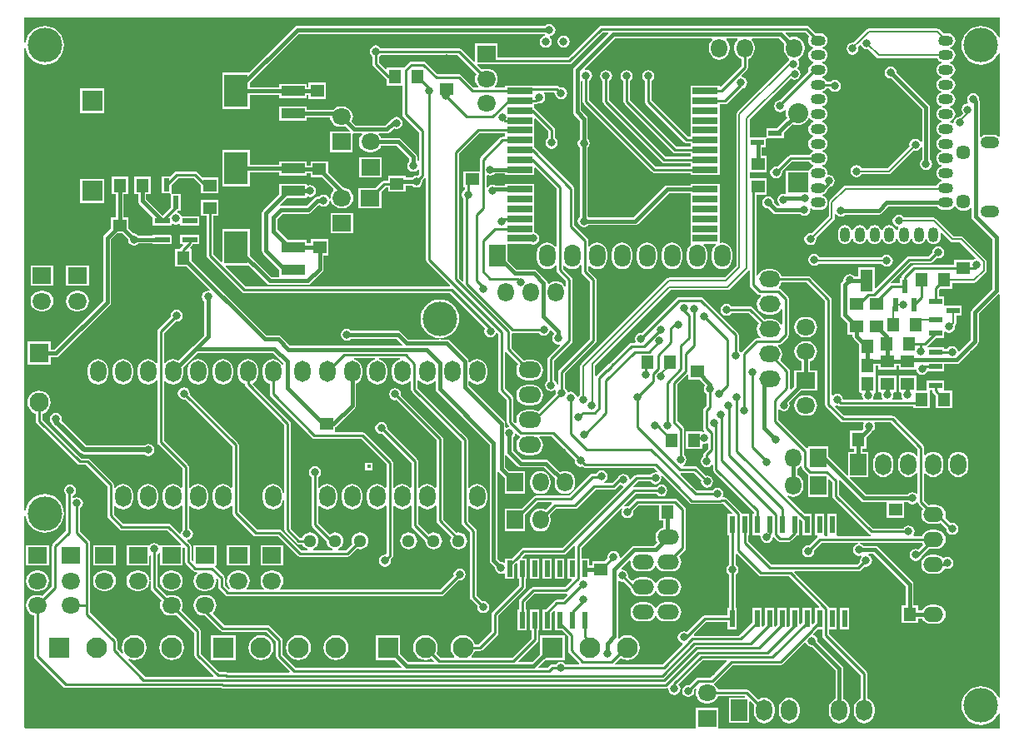
<source format=gbl>
G04*
G04 #@! TF.GenerationSoftware,Altium Limited,Altium Designer,18.1.6 (161)*
G04*
G04 Layer_Physical_Order=2*
G04 Layer_Color=16711680*
%FSTAX24Y24*%
%MOIN*%
G70*
G01*
G75*
%ADD11C,0.0080*%
%ADD12C,0.0200*%
%ADD19C,0.0100*%
%ADD22O,0.0800X0.0600*%
%ADD23R,0.0550X0.0500*%
%ADD24R,0.0500X0.0550*%
%ADD36O,0.0400X0.0600*%
%ADD37O,0.0600X0.0400*%
%ADD43R,0.0150X0.0150*%
%ADD85O,0.0750X0.0480*%
%ADD89C,0.0150*%
%ADD90C,0.0110*%
%ADD91O,0.0850X0.0650*%
%ADD92R,0.0850X0.0650*%
%ADD93O,0.0650X0.0850*%
%ADD94R,0.0650X0.0850*%
%ADD95R,0.0750X0.0650*%
%ADD96O,0.0750X0.0650*%
%ADD97C,0.1380*%
%ADD98R,0.0827X0.0827*%
%ADD99C,0.0827*%
%ADD100O,0.0650X0.0750*%
%ADD101R,0.0650X0.0750*%
%ADD102C,0.0512*%
%ADD103O,0.0860X0.0600*%
%ADD104O,0.0650X0.0900*%
%ADD105R,0.0650X0.0900*%
%ADD106O,0.0900X0.0650*%
%ADD107R,0.0900X0.0650*%
%ADD108C,0.0768*%
%ADD109R,0.0768X0.0768*%
%ADD110R,0.0827X0.0827*%
%ADD111C,0.0800*%
%ADD112R,0.0800X0.0800*%
%ADD113C,0.0240*%
%ADD114C,0.0570*%
%ADD115C,0.0315*%
%ADD116C,0.0315*%
%ADD117C,0.0240*%
%ADD118R,0.0220X0.0520*%
%ADD119R,0.0500X0.0870*%
%ADD120R,0.0520X0.0220*%
%ADD121R,0.0210X0.0710*%
%ADD122R,0.0210X0.0670*%
%ADD123R,0.0600X0.0210*%
%ADD124R,0.0945X0.1299*%
%ADD125R,0.0945X0.0394*%
%ADD126R,0.1000X0.0256*%
G36*
X052952Y044977D02*
X052946Y044974D01*
X05288Y044992D01*
X052833Y04508D01*
X052737Y045197D01*
X05262Y045293D01*
X052486Y045365D01*
X052341Y045409D01*
X05219Y045424D01*
X052039Y045409D01*
X051894Y045365D01*
X05176Y045293D01*
X051643Y045197D01*
X051547Y04508D01*
X051475Y044946D01*
X051431Y044801D01*
X051416Y04465D01*
X051431Y044499D01*
X051475Y044354D01*
X051547Y04422D01*
X051643Y044103D01*
X05176Y044007D01*
X051894Y043935D01*
X052039Y043891D01*
X05219Y043876D01*
X052341Y043891D01*
X052486Y043935D01*
X05262Y044007D01*
X052737Y044103D01*
X052833Y04422D01*
X05288Y044308D01*
X052946Y044326D01*
X052952Y044323D01*
Y041003D01*
X052902Y040986D01*
X052846Y041029D01*
X052769Y041061D01*
X052685Y041072D01*
X052415D01*
X052331Y041061D01*
X052254Y041029D01*
X052188Y040979D01*
X05217Y040981D01*
X052138Y040992D01*
Y0424D01*
X052126Y042461D01*
X052119Y042471D01*
X052125Y042498D01*
X052106Y042591D01*
X052054Y042669D01*
X051975Y042722D01*
X051882Y04274D01*
X05179Y042722D01*
X051711Y042669D01*
X051659Y042591D01*
X05164Y042498D01*
X051659Y042405D01*
X051685Y042366D01*
X05166Y04232D01*
X051567Y042302D01*
X051489Y042249D01*
X051436Y042171D01*
X051418Y042078D01*
X051436Y041985D01*
X051476Y041927D01*
X051336Y041787D01*
X051257Y041772D01*
X051179Y041719D01*
X051126Y041641D01*
X051108Y041548D01*
X051062Y041523D01*
X051031Y041547D01*
X050972Y041572D01*
X050967Y041598D01*
X050972Y041624D01*
X051031Y041648D01*
X05109Y041693D01*
X051135Y041752D01*
X051163Y04182D01*
X051172Y041893D01*
X051163Y041966D01*
X051135Y042034D01*
X05109Y042093D01*
X051031Y042137D01*
X050972Y042162D01*
X050967Y042188D01*
X050972Y042214D01*
X051031Y042239D01*
X05109Y042284D01*
X051135Y042342D01*
X051163Y04241D01*
X051172Y042483D01*
X051163Y042556D01*
X051135Y042625D01*
X05109Y042683D01*
X051031Y042728D01*
X050972Y042753D01*
X050967Y042779D01*
X050972Y042805D01*
X051031Y042829D01*
X05109Y042874D01*
X051135Y042933D01*
X051163Y043001D01*
X051172Y043074D01*
X051163Y043147D01*
X051135Y043215D01*
X05109Y043274D01*
X051031Y043319D01*
X050972Y043343D01*
X050967Y043369D01*
X050972Y043395D01*
X051031Y04342D01*
X05109Y043465D01*
X051135Y043523D01*
X051163Y043591D01*
X051172Y043664D01*
X051163Y043738D01*
X051135Y043806D01*
X05109Y043864D01*
X051031Y043909D01*
X050972Y043934D01*
X050967Y04396D01*
X050972Y043986D01*
X051031Y04401D01*
X05109Y044055D01*
X051135Y044114D01*
X051163Y044182D01*
X051172Y044255D01*
X051163Y044328D01*
X051135Y044396D01*
X05109Y044455D01*
X051031Y0445D01*
X050972Y044524D01*
X050967Y04455D01*
X050972Y044576D01*
X051031Y044601D01*
X05109Y044646D01*
X051135Y044704D01*
X051163Y044772D01*
X051172Y044846D01*
X051163Y044919D01*
X051135Y044987D01*
X05109Y045045D01*
X051031Y04509D01*
X050963Y045118D01*
X05089Y045128D01*
X050699D01*
X050542Y045284D01*
X050502Y045311D01*
X050456Y04532D01*
X047708D01*
X047661Y045311D01*
X047621Y045284D01*
X047266Y044929D01*
X047266Y044929D01*
X047091Y044754D01*
X04706Y04476D01*
X046967Y044742D01*
X046889Y044689D01*
X046836Y044611D01*
X046818Y044518D01*
X046836Y044425D01*
X046889Y044347D01*
X046967Y044294D01*
X04706Y044276D01*
X047153Y044294D01*
X047231Y044347D01*
X047284Y044425D01*
X047302Y044518D01*
X047285Y044603D01*
X047354Y044671D01*
X047402Y044657D01*
X047406Y044635D01*
X047459Y044557D01*
X047537Y044504D01*
X04763Y044486D01*
X047688Y044497D01*
X048018Y044166D01*
X048058Y04414D01*
X048105Y044131D01*
X050438D01*
X050445Y044114D01*
X05049Y044055D01*
X050549Y04401D01*
X050608Y043986D01*
X050613Y04396D01*
X050608Y043934D01*
X050549Y043909D01*
X05049Y043864D01*
X050445Y043806D01*
X050417Y043738D01*
X050408Y043664D01*
X050417Y043591D01*
X050445Y043523D01*
X05049Y043465D01*
X050549Y04342D01*
X050608Y043395D01*
X050613Y043369D01*
X050608Y043343D01*
X050549Y043319D01*
X05049Y043274D01*
X050445Y043215D01*
X050417Y043147D01*
X050408Y043074D01*
X050417Y043001D01*
X050445Y042933D01*
X05049Y042874D01*
X050549Y042829D01*
X050608Y042805D01*
X050613Y042779D01*
X050608Y042753D01*
X050549Y042728D01*
X05049Y042683D01*
X050445Y042625D01*
X050417Y042556D01*
X050408Y042483D01*
X050417Y04241D01*
X050445Y042342D01*
X05049Y042284D01*
X050549Y042239D01*
X050608Y042214D01*
X050613Y042188D01*
X050608Y042162D01*
X050549Y042137D01*
X05049Y042093D01*
X050445Y042034D01*
X050417Y041966D01*
X050408Y041893D01*
X050417Y04182D01*
X050445Y041752D01*
X05049Y041693D01*
X050549Y041648D01*
X050608Y041624D01*
X050613Y041598D01*
X050608Y041572D01*
X050549Y041547D01*
X05049Y041502D01*
X050445Y041443D01*
X050417Y041375D01*
X050408Y041302D01*
X050417Y041229D01*
X050445Y041161D01*
X05049Y041103D01*
X050549Y041058D01*
X050608Y041033D01*
X050613Y041007D01*
X050608Y040981D01*
X050549Y040956D01*
X05049Y040911D01*
X050445Y040853D01*
X050417Y040785D01*
X050408Y040712D01*
X050417Y040639D01*
X050445Y040571D01*
X05049Y040512D01*
X050549Y040467D01*
X050608Y040442D01*
X050613Y040416D01*
X050608Y04039D01*
X050549Y040366D01*
X05049Y040321D01*
X050445Y040262D01*
X050417Y040194D01*
X050408Y040121D01*
X050417Y040048D01*
X050445Y03998D01*
X05049Y039921D01*
X050549Y039877D01*
X050608Y039852D01*
X050613Y039826D01*
X050608Y0398D01*
X050549Y039775D01*
X05049Y03973D01*
X050445Y039672D01*
X050417Y039604D01*
X050408Y039531D01*
X050417Y039458D01*
X050445Y039389D01*
X05049Y039331D01*
X050549Y039286D01*
X050608Y039261D01*
X050613Y039235D01*
X050608Y039209D01*
X050549Y039185D01*
X05049Y03914D01*
X050445Y039081D01*
X050421Y039023D01*
X046783D01*
X046736Y039014D01*
X046696Y038987D01*
X046143Y038434D01*
X046117Y038395D01*
X046108Y038348D01*
Y037793D01*
X045435Y037121D01*
X045378Y037132D01*
X045285Y037114D01*
X045206Y037061D01*
X045154Y036983D01*
X045135Y03689D01*
X045154Y036797D01*
X045206Y036719D01*
X045285Y036666D01*
X045378Y036648D01*
X04547Y036666D01*
X045549Y036719D01*
X045601Y036797D01*
X04562Y03689D01*
X045608Y036948D01*
X046317Y037656D01*
X046343Y037696D01*
X046352Y037742D01*
Y037881D01*
X046402Y037896D01*
X046429Y037857D01*
X046507Y037804D01*
X0466Y037786D01*
X046693Y037804D01*
X046771Y037857D01*
X04678Y03787D01*
X04811D01*
X04817Y037882D01*
X048222Y037916D01*
X048495Y038189D01*
X05046D01*
X05049Y03815D01*
X050549Y038105D01*
X050617Y038077D01*
X05069Y038067D01*
X05089D01*
X050963Y038077D01*
X051031Y038105D01*
X05109Y03815D01*
X05112Y038189D01*
X051132Y038193D01*
X051173Y038191D01*
X05118Y038188D01*
X051227Y038127D01*
X051303Y038069D01*
X051392Y038032D01*
X051487Y038019D01*
X051582Y038032D01*
X051671Y038069D01*
X051747Y038127D01*
X051772Y038159D01*
X051822Y038142D01*
Y0378D01*
X051834Y03774D01*
X051868Y037688D01*
X052662Y036895D01*
Y034903D01*
X051839Y034079D01*
X051805Y034028D01*
X051793Y033968D01*
Y032855D01*
X051324Y032387D01*
X05127Y032404D01*
X051259Y032458D01*
X051207Y032536D01*
X051128Y032589D01*
X051036Y032607D01*
X050943Y032589D01*
X050864Y032536D01*
X050838Y032498D01*
X050723D01*
Y032555D01*
X050081D01*
X05006Y032605D01*
X05038Y032925D01*
X050723D01*
Y033172D01*
X050773Y033196D01*
X050832Y033156D01*
X050925Y033138D01*
X051018Y033156D01*
X051096Y033209D01*
X051149Y033287D01*
X051167Y03338D01*
X051156Y033438D01*
X051173Y033455D01*
X051199Y033495D01*
X051209Y033541D01*
Y033845D01*
X051426D01*
Y034225D01*
X050768D01*
X050746Y034225D01*
X050721Y034264D01*
Y0346D01*
X050513D01*
Y034865D01*
X050553Y034905D01*
X051051D01*
Y035138D01*
X05193D01*
X051977Y035147D01*
X052017Y035173D01*
X052397Y035553D01*
X052423Y035593D01*
X052432Y03564D01*
Y035982D01*
X052423Y036029D01*
X052397Y036069D01*
X051499Y036967D01*
X051459Y036993D01*
X051412Y037002D01*
X051109D01*
X050398Y037713D01*
X050359Y03774D01*
X050312Y037749D01*
X049114D01*
X049081Y037798D01*
X049003Y03785D01*
X04891Y037869D01*
X048817Y03785D01*
X048739Y037798D01*
X048686Y037719D01*
X048668Y037627D01*
X048686Y037534D01*
X048739Y037455D01*
X048817Y037403D01*
X048871Y037392D01*
X048892Y037337D01*
X048872Y037311D01*
X048847Y037252D01*
X048822Y037247D01*
X048796Y037252D01*
X048771Y037311D01*
X048726Y03737D01*
X048667Y037415D01*
X048599Y037443D01*
X048526Y037452D01*
X048453Y037443D01*
X048385Y037415D01*
X048327Y03737D01*
X048282Y037311D01*
X048257Y037252D01*
X048231Y037247D01*
X048205Y037252D01*
X04818Y037311D01*
X048135Y03737D01*
X048077Y037415D01*
X048009Y037443D01*
X047936Y037452D01*
X047863Y037443D01*
X047794Y037415D01*
X047736Y03737D01*
X047691Y037311D01*
X047666Y037252D01*
X04764Y037247D01*
X047614Y037252D01*
X04759Y037311D01*
X047545Y03737D01*
X047486Y037415D01*
X047418Y037443D01*
X047345Y037452D01*
X047272Y037443D01*
X047204Y037415D01*
X047145Y03737D01*
X047101Y037311D01*
X047076Y037252D01*
X04705Y037247D01*
X047024Y037252D01*
X046999Y037311D01*
X046954Y03737D01*
X046896Y037415D01*
X046828Y037443D01*
X046755Y037452D01*
X046681Y037443D01*
X046613Y037415D01*
X046555Y03737D01*
X04651Y037311D01*
X046482Y037243D01*
X046472Y03717D01*
Y03697D01*
X046482Y036897D01*
X04651Y036829D01*
X046555Y03677D01*
X046613Y036725D01*
X046681Y036697D01*
X046755Y036688D01*
X046828Y036697D01*
X046896Y036725D01*
X046954Y03677D01*
X046999Y036829D01*
X047024Y036888D01*
X04705Y036893D01*
X047076Y036888D01*
X047101Y036829D01*
X047145Y03677D01*
X047204Y036725D01*
X047272Y036697D01*
X047345Y036688D01*
X047418Y036697D01*
X047486Y036725D01*
X047545Y03677D01*
X04759Y036829D01*
X047614Y036888D01*
X04764Y036893D01*
X047666Y036888D01*
X047691Y036829D01*
X047736Y03677D01*
X047794Y036725D01*
X047863Y036697D01*
X047936Y036688D01*
X048009Y036697D01*
X048077Y036725D01*
X048135Y03677D01*
X04818Y036829D01*
X048205Y036888D01*
X048231Y036893D01*
X048257Y036888D01*
X048282Y036829D01*
X048327Y03677D01*
X048385Y036725D01*
X048453Y036697D01*
X048526Y036688D01*
X048599Y036697D01*
X048667Y036725D01*
X048726Y03677D01*
X048771Y036829D01*
X048796Y036888D01*
X048822Y036893D01*
X048847Y036888D01*
X048872Y036829D01*
X048917Y03677D01*
X048976Y036725D01*
X049044Y036697D01*
X049117Y036688D01*
X04919Y036697D01*
X049258Y036725D01*
X049316Y03677D01*
X049361Y036829D01*
X049386Y036888D01*
X049412Y036893D01*
X049438Y036888D01*
X049463Y036829D01*
X049508Y03677D01*
X049566Y036725D01*
X049634Y036697D01*
X049707Y036688D01*
X04978Y036697D01*
X049849Y036725D01*
X049907Y03677D01*
X049952Y036829D01*
X049977Y036888D01*
X050003Y036893D01*
X050029Y036888D01*
X050053Y036829D01*
X050098Y03677D01*
X050157Y036725D01*
X050225Y036697D01*
X050298Y036688D01*
X050371Y036697D01*
X050439Y036725D01*
X050498Y03677D01*
X050542Y036829D01*
X050571Y036897D01*
X05058Y03697D01*
Y037114D01*
X05063Y037135D01*
X050972Y036793D01*
X051012Y036767D01*
X051058Y036758D01*
X051362D01*
X051974Y036146D01*
X051959Y036098D01*
X051937Y036094D01*
X051886Y036059D01*
X051836Y03607D01*
Y03607D01*
X051836Y03607D01*
X051126D01*
Y035873D01*
X049531D01*
X04948Y035862D01*
X049437Y035834D01*
X049057Y035454D01*
X049028Y035411D01*
X049018Y03536D01*
Y035324D01*
X048961D01*
Y035116D01*
X048624D01*
X048618Y035115D01*
X048593Y035161D01*
X04936Y035927D01*
X050148D01*
X050199Y035938D01*
X050242Y035966D01*
X050408Y036132D01*
X050481Y036118D01*
X050573Y036136D01*
X050652Y036189D01*
X050704Y036267D01*
X050723Y03636D01*
X050704Y036453D01*
X050652Y036531D01*
X050573Y036584D01*
X050481Y036602D01*
X050388Y036584D01*
X050309Y036531D01*
X050257Y036453D01*
X050238Y03636D01*
X050242Y036342D01*
X050093Y036193D01*
X049305D01*
X049254Y036182D01*
X049211Y036154D01*
X047987Y034929D01*
X04794Y034948D01*
Y035749D01*
X047281D01*
Y035392D01*
X047131D01*
X047112Y035421D01*
X047033Y035474D01*
X046941Y035492D01*
X046848Y035474D01*
X046769Y035421D01*
X046717Y035343D01*
X046698Y03525D01*
X046702Y035234D01*
X046629Y035162D01*
X046595Y03511D01*
X046583Y03505D01*
Y03386D01*
X046595Y0338D01*
X046629Y033748D01*
X046866Y033512D01*
Y03305D01*
X047063D01*
Y033013D01*
X047075Y032952D01*
X047109Y032901D01*
X047319Y032691D01*
Y032229D01*
X047319D01*
Y032189D01*
X047319D01*
Y031489D01*
X047319Y031479D01*
Y031439D01*
X047319Y031429D01*
Y030729D01*
X04741D01*
X047442Y030691D01*
X047431Y030639D01*
X04745Y030547D01*
X047473Y030513D01*
X047446Y030463D01*
X046682D01*
X046664Y030553D01*
X046611Y030631D01*
X046533Y030684D01*
X04644Y030702D01*
X046347Y030684D01*
X046283Y03064D01*
X046233Y03066D01*
Y03447D01*
X046222Y034521D01*
X046194Y034564D01*
X045384Y035374D01*
X045341Y035402D01*
X04529Y035413D01*
X044223D01*
X044194Y035484D01*
X044129Y035569D01*
X044044Y035634D01*
X043946Y035675D01*
X04384Y035688D01*
X04364D01*
X043534Y035675D01*
X043436Y035634D01*
X043351Y035569D01*
X043286Y035484D01*
X043263Y035427D01*
X043213Y035437D01*
Y038668D01*
X043629D01*
Y039328D01*
X042952D01*
Y039568D01*
X043629D01*
Y040228D01*
X043432D01*
Y04057D01*
X043598D01*
Y040906D01*
X043624Y040945D01*
X043638Y040945D01*
X044304D01*
Y041155D01*
X044661Y041512D01*
X044745Y041478D01*
X04487Y041461D01*
X044995Y041478D01*
X045112Y041526D01*
X045212Y041603D01*
X045289Y041703D01*
X045294Y041714D01*
X045351Y041721D01*
X045372Y041693D01*
X045431Y041648D01*
X04549Y041624D01*
X045495Y041598D01*
X04549Y041572D01*
X045431Y041547D01*
X045372Y041502D01*
X045327Y041443D01*
X045299Y041375D01*
X045289Y041302D01*
X045299Y041229D01*
X045327Y041161D01*
X045372Y041103D01*
X045431Y041058D01*
X04549Y041033D01*
X045495Y041007D01*
X04549Y040981D01*
X045431Y040956D01*
X045372Y040911D01*
X045327Y040853D01*
X045299Y040785D01*
X045289Y040712D01*
X045299Y040639D01*
X045327Y040571D01*
X045372Y040512D01*
X045431Y040467D01*
X04549Y040442D01*
X045495Y040416D01*
X04549Y04039D01*
X045431Y040366D01*
X045372Y040321D01*
X045327Y040262D01*
X045323Y040252D01*
X044569D01*
X044519Y040242D01*
X044476Y040213D01*
X044054Y039791D01*
X044008Y0398D01*
X043916Y039782D01*
X043837Y039729D01*
X043785Y039651D01*
X043766Y039558D01*
X043785Y039465D01*
X043837Y039387D01*
X043916Y039334D01*
X044008Y039316D01*
X044101Y039334D01*
X044179Y039387D01*
X044232Y039465D01*
X04425Y039558D01*
X044241Y039604D01*
X044624Y039987D01*
X045325D01*
X045327Y03998D01*
X045372Y039921D01*
X045431Y039877D01*
X04549Y039852D01*
X045495Y039826D01*
X04549Y0398D01*
X045431Y039775D01*
X045372Y03973D01*
X045327Y039672D01*
X045313Y039638D01*
X04439D01*
Y038722D01*
X044351Y03869D01*
X0443Y0387D01*
X044207Y038682D01*
X044129Y038629D01*
X044076Y038551D01*
X044058Y038458D01*
X044076Y038365D01*
X044129Y038287D01*
X04416Y038266D01*
X044145Y038216D01*
X044055D01*
X043919Y038352D01*
X043922Y038368D01*
X043904Y038461D01*
X043851Y038539D01*
X043773Y038592D01*
X04368Y03861D01*
X043587Y038592D01*
X043509Y038539D01*
X043456Y038461D01*
X043438Y038368D01*
X043456Y038275D01*
X043509Y038197D01*
X043587Y038144D01*
X04368Y038126D01*
X043696Y038129D01*
X043878Y037946D01*
X04393Y037912D01*
X04399Y0379D01*
X04495D01*
X044959Y037887D01*
X045037Y037834D01*
X04513Y037816D01*
X045223Y037834D01*
X045301Y037887D01*
X045354Y037965D01*
X045372Y038058D01*
X045365Y038092D01*
X045411Y03812D01*
X045431Y038105D01*
X045499Y038077D01*
X045572Y038067D01*
X045772D01*
X045845Y038077D01*
X045913Y038105D01*
X045972Y03815D01*
X046016Y038208D01*
X046045Y038276D01*
X046054Y03835D01*
X046045Y038423D01*
X046016Y038491D01*
X045972Y038549D01*
X045913Y038594D01*
X045853Y038619D01*
X045849Y038645D01*
X045853Y038671D01*
X045913Y038695D01*
X045972Y03874D01*
X046016Y038799D01*
X046045Y038867D01*
X046047Y038885D01*
X046145Y038983D01*
X046203Y038994D01*
X046281Y039047D01*
X046334Y039125D01*
X046352Y039218D01*
X046334Y039311D01*
X046281Y039389D01*
X046203Y039442D01*
X04611Y03946D01*
X046095Y039457D01*
X04605Y039499D01*
X046054Y039531D01*
X046045Y039604D01*
X046016Y039672D01*
X045972Y03973D01*
X045913Y039775D01*
X045853Y0398D01*
X045849Y039826D01*
X045853Y039852D01*
X045913Y039877D01*
X045972Y039921D01*
X046016Y03998D01*
X046045Y040048D01*
X046054Y040121D01*
X046045Y040194D01*
X046016Y040262D01*
X045972Y040321D01*
X045913Y040366D01*
X045853Y04039D01*
X045849Y040416D01*
X045853Y040442D01*
X045913Y040467D01*
X045972Y040512D01*
X046016Y040571D01*
X046045Y040639D01*
X046054Y040712D01*
X046045Y040785D01*
X046016Y040853D01*
X045972Y040911D01*
X045913Y040956D01*
X045853Y040981D01*
X045849Y041007D01*
X045853Y041033D01*
X045913Y041058D01*
X045972Y041103D01*
X046016Y041161D01*
X046045Y041229D01*
X046054Y041302D01*
X046045Y041375D01*
X046016Y041443D01*
X045972Y041502D01*
X045913Y041547D01*
X045853Y041572D01*
X045849Y041598D01*
X045853Y041624D01*
X045913Y041648D01*
X045972Y041693D01*
X046016Y041752D01*
X046045Y04182D01*
X046054Y041893D01*
X046045Y041966D01*
X046016Y042034D01*
X045972Y042093D01*
X045913Y042137D01*
X045853Y042162D01*
X045849Y042188D01*
X045853Y042214D01*
X045913Y042239D01*
X045972Y042284D01*
X046016Y042342D01*
X046045Y04241D01*
X046054Y042483D01*
X046045Y042556D01*
X046016Y042625D01*
X045972Y042683D01*
X045913Y042728D01*
X045853Y042753D01*
X045849Y042779D01*
X045853Y042805D01*
X045913Y042829D01*
X045972Y042874D01*
X046016Y042933D01*
X046019Y042939D01*
X046125D01*
X046126Y042935D01*
X046179Y042857D01*
X046257Y042804D01*
X04635Y042786D01*
X046443Y042804D01*
X046521Y042857D01*
X046574Y042935D01*
X046592Y043028D01*
X046574Y043121D01*
X046521Y043199D01*
X046443Y043252D01*
X04635Y04327D01*
X046257Y043252D01*
X046187Y043204D01*
X046021D01*
X046016Y043215D01*
X045972Y043274D01*
X045913Y043319D01*
X045853Y043343D01*
X045849Y043369D01*
X045853Y043395D01*
X045913Y04342D01*
X045972Y043465D01*
X046016Y043523D01*
X046045Y043591D01*
X046054Y043664D01*
X046045Y043738D01*
X046016Y043806D01*
X045972Y043864D01*
X045913Y043909D01*
X045853Y043934D01*
X045849Y04396D01*
X045853Y043986D01*
X045913Y04401D01*
X045972Y044055D01*
X046016Y044114D01*
X046045Y044182D01*
X046054Y044255D01*
X046045Y044328D01*
X046016Y044396D01*
X045972Y044455D01*
X045913Y0445D01*
X045853Y044524D01*
X045849Y04455D01*
X045853Y044576D01*
X045913Y044601D01*
X045972Y044646D01*
X046016Y044704D01*
X046045Y044772D01*
X046054Y044846D01*
X046045Y044919D01*
X046016Y044987D01*
X045972Y045045D01*
X045913Y04509D01*
X045845Y045118D01*
X045772Y045128D01*
X045595D01*
X045321Y045402D01*
X045278Y04543D01*
X045227Y045441D01*
X037008D01*
X036957Y04543D01*
X036914Y045402D01*
X035673Y04416D01*
X032865D01*
Y044715D01*
X031955D01*
Y044008D01*
X031909Y043989D01*
X031397Y044501D01*
X031354Y04453D01*
X031303Y04454D01*
X02818D01*
X028154Y044578D01*
X028075Y044631D01*
X027983Y044649D01*
X02789Y044631D01*
X027812Y044578D01*
X027759Y0445D01*
X027741Y044407D01*
X027759Y044315D01*
X027812Y044236D01*
X02785Y04421D01*
Y043909D01*
X02786Y043858D01*
X027889Y043815D01*
X028402Y043303D01*
X02843Y043284D01*
Y043041D01*
X029057D01*
Y04188D01*
X029068Y041829D01*
X029096Y041786D01*
X029707Y041175D01*
Y040045D01*
X029657Y040021D01*
X029638Y040036D01*
Y04018D01*
X029626Y04024D01*
X029592Y040292D01*
X028992Y040892D01*
X02894Y040926D01*
X02888Y040938D01*
X028193D01*
X028174Y040984D01*
X028109Y041069D01*
X028101Y041075D01*
X028117Y041122D01*
X02843D01*
X02849Y041134D01*
X028542Y041168D01*
X028705Y041331D01*
X028727Y041316D01*
X02882Y041298D01*
X028913Y041316D01*
X028991Y041369D01*
X029044Y041447D01*
X029062Y04154D01*
X029044Y041633D01*
X028991Y041711D01*
X028913Y041764D01*
X02882Y041782D01*
X028727Y041764D01*
X028649Y041711D01*
X028632Y041687D01*
X02863Y041686D01*
X028578Y041652D01*
X028365Y041438D01*
X027185D01*
X027021Y041603D01*
X027055Y041684D01*
X027069Y04179D01*
X027055Y041896D01*
X027014Y041994D01*
X026949Y042079D01*
X026864Y042144D01*
X026766Y042185D01*
X02666Y042199D01*
X02656D01*
X026454Y042185D01*
X026356Y042144D01*
X026271Y042079D01*
X026266Y042072D01*
X025234D01*
Y042191D01*
X024129D01*
Y041637D01*
X025234D01*
Y041756D01*
X026156D01*
X026165Y041684D01*
X026206Y041586D01*
X026271Y041501D01*
X026356Y041436D01*
X026454Y041395D01*
X02656Y041382D01*
X02666D01*
X026766Y041395D01*
X026777Y0414D01*
X026945Y041231D01*
X026926Y041185D01*
X026155D01*
Y040375D01*
X027065D01*
Y041094D01*
X027104Y041125D01*
X02712Y041122D01*
X027423D01*
X027439Y041075D01*
X027431Y041069D01*
X027366Y040984D01*
X027325Y040886D01*
X027312Y04078D01*
X027325Y040674D01*
X027366Y040576D01*
X027431Y040491D01*
X027516Y040426D01*
X027614Y040385D01*
X02772Y040372D01*
X02782D01*
X027926Y040385D01*
X028024Y040426D01*
X028109Y040491D01*
X028174Y040576D01*
X028193Y040622D01*
X028815D01*
X029322Y040115D01*
Y04001D01*
X029309Y040001D01*
X029256Y039923D01*
X029238Y03983D01*
X029256Y039737D01*
X029309Y039659D01*
X029387Y039606D01*
X02948Y039588D01*
X029573Y039606D01*
X029651Y039659D01*
X029657Y039668D01*
X029707Y039653D01*
Y039475D01*
X029656Y039423D01*
X02961Y039432D01*
X029517Y039414D01*
X029439Y039361D01*
X02943Y039348D01*
X029185D01*
Y03944D01*
X028475D01*
Y039243D01*
X02833D01*
X028279Y039232D01*
X028236Y039204D01*
X027968Y038935D01*
X027295D01*
Y038125D01*
X028205D01*
Y038798D01*
X028385Y038977D01*
X028475D01*
Y03878D01*
X029185D01*
Y039032D01*
X02943D01*
X029439Y039019D01*
X029517Y038966D01*
X02961Y038948D01*
X029703Y038966D01*
X029781Y039019D01*
X029834Y039097D01*
X029852Y03919D01*
X029843Y039236D01*
X029934Y039326D01*
X029947Y039347D01*
X029997Y039332D01*
Y03605D01*
X030008Y035999D01*
X030036Y035956D01*
X030954Y035039D01*
X030935Y034993D01*
X022775D01*
X021974Y035794D01*
X021993Y03584D01*
X022904D01*
X023637Y035108D01*
X023688Y035074D01*
X023748Y035062D01*
X02526D01*
X02532Y035074D01*
X025371Y035108D01*
X025852Y035588D01*
X025886Y03564D01*
X025898Y0357D01*
Y03624D01*
X026095D01*
Y0369D01*
X025385D01*
Y036728D01*
X025234D01*
Y036847D01*
X024478D01*
X024048Y037277D01*
Y037707D01*
X024253Y037912D01*
X02528D01*
X02534Y037924D01*
X025391Y037958D01*
X025678Y038244D01*
X025727Y038261D01*
X025805Y038208D01*
X025898Y03819D01*
X025991Y038208D01*
X026069Y038261D01*
X026122Y038339D01*
X026139Y038423D01*
X026154Y038427D01*
X026188Y038427D01*
X026226Y038336D01*
X026291Y038251D01*
X026376Y038186D01*
X026474Y038145D01*
X02658Y038132D01*
X02668D01*
X026786Y038145D01*
X026884Y038186D01*
X026969Y038251D01*
X027034Y038336D01*
X027075Y038434D01*
X027088Y03854D01*
X027075Y038646D01*
X027034Y038744D01*
X026969Y038829D01*
X026884Y038894D01*
X026786Y038935D01*
X026686Y038948D01*
X026085Y039548D01*
Y04001D01*
X025375D01*
Y039838D01*
X025234D01*
Y039997D01*
X024129D01*
Y039878D01*
X022951D01*
Y040449D01*
X021846D01*
Y03899D01*
X022951D01*
Y039562D01*
X024129D01*
Y039443D01*
X025234D01*
Y039522D01*
X025375D01*
Y03935D01*
X025837D01*
X026302Y038885D01*
X026299Y038835D01*
X026291Y038829D01*
X026226Y038744D01*
X026185Y038646D01*
X026172Y03854D01*
X026175Y038514D01*
X026126Y038506D01*
X026122Y038525D01*
X026069Y038603D01*
X025991Y038656D01*
X025898Y038674D01*
X025805Y038656D01*
X025727Y038603D01*
X025718Y03859D01*
X025642D01*
X025581Y038578D01*
X02553Y038544D01*
X025214Y038228D01*
X024189D01*
X024185Y038233D01*
X024165Y038274D01*
X024428Y038537D01*
X025234D01*
Y038548D01*
X025284Y038584D01*
X025346Y038572D01*
X025438Y03859D01*
X025517Y038643D01*
X02557Y038722D01*
X025588Y038814D01*
X02557Y038907D01*
X025517Y038985D01*
X025438Y039038D01*
X025346Y039056D01*
X025284Y039044D01*
X025234Y039081D01*
Y039091D01*
X024129D01*
Y038685D01*
X023478Y038034D01*
X023444Y037983D01*
X023432Y037922D01*
Y03642D01*
X023444Y036359D01*
X023478Y036308D01*
X024129Y035657D01*
Y035387D01*
X024083Y035378D01*
X023814D01*
X022951Y036241D01*
Y037299D01*
X021846D01*
Y035987D01*
X0218Y035968D01*
X021472Y036296D01*
Y037816D01*
X021694D01*
Y038476D01*
X020984D01*
Y037816D01*
X021207D01*
Y036241D01*
X021217Y03619D01*
X021246Y036147D01*
X022626Y034766D01*
X022669Y034738D01*
X02272Y034727D01*
X030965D01*
X032368Y033325D01*
X032346Y033293D01*
X032328Y0332D01*
X032346Y033107D01*
X032398Y033029D01*
X032477Y032976D01*
X03257Y032958D01*
X032662Y032976D01*
X032741Y033029D01*
X032793Y033107D01*
X032797Y033126D01*
X032844Y033141D01*
X032877Y033112D01*
Y030862D01*
X032888Y030812D01*
X032916Y030769D01*
X03323Y030455D01*
Y029547D01*
X03324Y029497D01*
X033269Y029454D01*
X033312Y029411D01*
X033295Y029357D01*
X033227Y029344D01*
X03321Y029332D01*
X033166Y029355D01*
Y029502D01*
X033154Y029563D01*
X033119Y029614D01*
X031698Y031035D01*
Y031182D01*
X031745Y031198D01*
X031751Y031191D01*
X031836Y031126D01*
X031934Y031085D01*
X03204Y031071D01*
X032146Y031085D01*
X032244Y031126D01*
X032329Y031191D01*
X032394Y031275D01*
X032435Y031374D01*
X032448Y03148D01*
Y03168D01*
X032435Y031785D01*
X032394Y031884D01*
X032329Y031969D01*
X032244Y032033D01*
X032146Y032074D01*
X03204Y032088D01*
X031934Y032074D01*
X031836Y032033D01*
X031751Y031969D01*
X031745Y031961D01*
X031698Y031977D01*
Y03201D01*
X031686Y03207D01*
X031652Y032122D01*
X030942Y032832D01*
X03089Y032866D01*
X03083Y032878D01*
X03057D01*
X030568Y032928D01*
X030581Y032929D01*
X030701Y032941D01*
X030846Y032985D01*
X03098Y033057D01*
X031097Y033153D01*
X031193Y03327D01*
X031265Y033404D01*
X031309Y033549D01*
X031324Y0337D01*
X031309Y033851D01*
X031265Y033996D01*
X031193Y03413D01*
X031097Y034247D01*
X03098Y034343D01*
X030846Y034415D01*
X030701Y034459D01*
X03055Y034474D01*
X030399Y034459D01*
X030254Y034415D01*
X03012Y034343D01*
X030003Y034247D01*
X029907Y03413D01*
X029835Y033996D01*
X029791Y033851D01*
X029776Y0337D01*
X029791Y033549D01*
X029835Y033404D01*
X029907Y03327D01*
X030003Y033153D01*
X03012Y033057D01*
X030254Y032985D01*
X030399Y032941D01*
X030519Y032929D01*
X030532Y032928D01*
X03053Y032878D01*
X029285D01*
X028992Y033171D01*
X028941Y033206D01*
X02888Y033218D01*
X02701D01*
X027001Y033231D01*
X026923Y033283D01*
X02683Y033302D01*
X026737Y033283D01*
X026659Y033231D01*
X026606Y033152D01*
X026588Y03306D01*
X026606Y032967D01*
X026659Y032888D01*
X026737Y032836D01*
X02683Y032818D01*
X026923Y032836D01*
X027001Y032888D01*
X02701Y032902D01*
X028815D01*
X029047Y032669D01*
X029028Y032623D01*
X02456D01*
X024192Y032992D01*
X02414Y033026D01*
X02408Y033038D01*
X02362D01*
X020619Y036039D01*
Y036501D01*
X02057D01*
X020551Y036547D01*
X02063Y036626D01*
X020659Y036669D01*
X020663Y036687D01*
X020917D01*
Y037057D01*
X020157D01*
Y036687D01*
X020251D01*
X02027Y03664D01*
X020196Y036566D01*
X020167Y036523D01*
X020162Y036501D01*
X019959D01*
Y035791D01*
X020421D01*
X021351Y03486D01*
X021327Y034814D01*
X02127Y034825D01*
X021177Y034807D01*
X021099Y034754D01*
X021046Y034676D01*
X021028Y034583D01*
X021046Y034491D01*
X021099Y034412D01*
X021112Y034403D01*
Y033045D01*
X020679Y032612D01*
X020089Y032022D01*
X020074Y032033D01*
X019976Y032074D01*
X01987Y032088D01*
X019764Y032074D01*
X019666Y032033D01*
X019581Y031969D01*
X019563Y031944D01*
X019513Y031961D01*
Y033139D01*
X019971Y033597D01*
X020016Y033588D01*
X020109Y033606D01*
X020187Y033659D01*
X02024Y033737D01*
X020258Y03383D01*
X02024Y033923D01*
X020187Y034001D01*
X020109Y034054D01*
X020016Y034072D01*
X019923Y034054D01*
X019845Y034001D01*
X019792Y033923D01*
X019774Y03383D01*
X019783Y033784D01*
X019286Y033288D01*
X019258Y033245D01*
X019247Y033194D01*
Y031935D01*
X019197Y031918D01*
X019159Y031969D01*
X019074Y032033D01*
X018976Y032074D01*
X01887Y032088D01*
X018764Y032074D01*
X018666Y032033D01*
X018581Y031969D01*
X018516Y031884D01*
X018475Y031785D01*
X018462Y03168D01*
Y03148D01*
X018475Y031374D01*
X018516Y031275D01*
X018581Y031191D01*
X018666Y031126D01*
X018764Y031085D01*
X01887Y031071D01*
X018976Y031085D01*
X019074Y031126D01*
X019159Y031191D01*
X019197Y031241D01*
X019247Y031224D01*
Y02876D01*
X019258Y028709D01*
X019286Y028666D01*
X020237Y027715D01*
Y026948D01*
X020187Y026931D01*
X020159Y026969D01*
X020074Y027033D01*
X019976Y027074D01*
X01987Y027088D01*
X019764Y027074D01*
X019666Y027033D01*
X019581Y026969D01*
X019516Y026884D01*
X019475Y026785D01*
X019462Y02668D01*
Y02648D01*
X019475Y026374D01*
X019516Y026275D01*
X019581Y026191D01*
X019666Y026126D01*
X019764Y026085D01*
X01987Y026071D01*
X019976Y026085D01*
X020074Y026126D01*
X020159Y026191D01*
X020187Y026228D01*
X020237Y026211D01*
Y025239D01*
X020206Y025193D01*
X020193Y025125D01*
X020139Y025108D01*
X019794Y025454D01*
X019751Y025482D01*
X0197Y025493D01*
X017885D01*
X017503Y025875D01*
Y026211D01*
X017553Y026228D01*
X017581Y026191D01*
X017666Y026126D01*
X017764Y026085D01*
X01787Y026071D01*
X017976Y026085D01*
X018074Y026126D01*
X018159Y026191D01*
X018224Y026275D01*
X018265Y026374D01*
X018278Y02648D01*
Y02668D01*
X018265Y026785D01*
X018224Y026884D01*
X018159Y026969D01*
X018074Y027033D01*
X017976Y027074D01*
X01787Y027088D01*
X017764Y027074D01*
X017666Y027033D01*
X017581Y026969D01*
X017553Y026931D01*
X017503Y026948D01*
Y02706D01*
X017492Y027111D01*
X017464Y027154D01*
X016544Y028074D01*
X016501Y028102D01*
X01645Y028113D01*
X016195D01*
X014645Y029662D01*
Y029903D01*
X014747Y029945D01*
X014844Y030019D01*
X014918Y030116D01*
X014965Y030229D01*
X014981Y03035D01*
X014965Y030471D01*
X014918Y030584D01*
X014844Y030681D01*
X014747Y030755D01*
X014634Y030802D01*
X014513Y030818D01*
X014392Y030802D01*
X014279Y030755D01*
X014182Y030681D01*
X014108Y030584D01*
X014061Y030471D01*
X014045Y03035D01*
X014061Y030229D01*
X014108Y030116D01*
X014182Y030019D01*
X014279Y029945D01*
X01438Y029903D01*
Y029607D01*
X01439Y029556D01*
X014419Y029513D01*
X016046Y027886D01*
X016089Y027858D01*
X01614Y027847D01*
X016395D01*
X017237Y027005D01*
Y02582D01*
X017248Y025769D01*
X017276Y025726D01*
X017736Y025266D01*
X017779Y025238D01*
X01783Y025227D01*
X019645D01*
X020201Y024671D01*
X020182Y024625D01*
X019355D01*
X019355Y024625D01*
Y024625D01*
X019306Y024628D01*
X019291Y024651D01*
X019213Y024704D01*
X01912Y024722D01*
X019027Y024704D01*
X018949Y024651D01*
X018942Y024642D01*
X018925Y024625D01*
X018015D01*
Y023815D01*
X018925D01*
Y024209D01*
X018975Y024237D01*
X018977Y024236D01*
Y023221D01*
X018927Y023218D01*
X018923Y023249D01*
X018915Y023316D01*
X018874Y023414D01*
X018809Y023499D01*
X018724Y023564D01*
X018626Y023605D01*
X01852Y023618D01*
X01842D01*
X018314Y023605D01*
X018216Y023564D01*
X018131Y023499D01*
X018066Y023414D01*
X018025Y023316D01*
X018012Y02321D01*
X018025Y023104D01*
X018066Y023006D01*
X018131Y022921D01*
X018216Y022856D01*
X018314Y022815D01*
X01842Y022802D01*
X01852D01*
X018626Y022815D01*
X018724Y022856D01*
X018809Y022921D01*
X018874Y023006D01*
X018915Y023104D01*
X018923Y023171D01*
X018927Y023202D01*
X018977Y023199D01*
Y02293D01*
X018988Y022879D01*
X019016Y022836D01*
X019411Y022441D01*
X019406Y022434D01*
X019365Y022336D01*
X019352Y02223D01*
X019365Y022124D01*
X019406Y022026D01*
X019471Y021941D01*
X019556Y021876D01*
X019654Y021835D01*
X01976Y021822D01*
X01986D01*
X019966Y021835D01*
X020002Y02185D01*
X020727Y021125D01*
Y02024D01*
X020738Y020189D01*
X020766Y020146D01*
X021494Y019419D01*
X021475Y019373D01*
X018755D01*
X018076Y020052D01*
X018104Y020094D01*
X018191Y020058D01*
X01832Y020041D01*
X018449Y020058D01*
X018569Y020108D01*
X018672Y020187D01*
X018751Y02029D01*
X018801Y02041D01*
X018818Y020539D01*
X018801Y020667D01*
X018751Y020787D01*
X018672Y02089D01*
X018569Y02097D01*
X018449Y021019D01*
X01832Y021036D01*
X018191Y021019D01*
X018071Y02097D01*
X017968Y02089D01*
X017889Y020787D01*
X017839Y020667D01*
X017822Y020539D01*
X017839Y02041D01*
X017875Y020323D01*
X017833Y020295D01*
X017643Y020485D01*
Y02079D01*
X017632Y020841D01*
X017604Y020884D01*
X016563Y021925D01*
Y02222D01*
Y02474D01*
X016552Y024791D01*
X016524Y024834D01*
X016163Y025195D01*
Y026123D01*
X016201Y026149D01*
X016254Y026227D01*
X016272Y02632D01*
X016254Y026413D01*
X016201Y026491D01*
X016123Y026544D01*
X01603Y026562D01*
X015937Y026544D01*
X015895Y026515D01*
X015845Y026542D01*
Y026605D01*
X015853Y026606D01*
X015931Y026659D01*
X015984Y026737D01*
X016002Y02683D01*
X015984Y026923D01*
X015931Y027001D01*
X015853Y027054D01*
X01576Y027072D01*
X015667Y027054D01*
X015589Y027001D01*
X015536Y026923D01*
X015518Y02683D01*
X015536Y026737D01*
X01558Y026672D01*
Y025197D01*
X015066Y024684D01*
X015038Y024641D01*
X015027Y02459D01*
Y022995D01*
X014642Y02261D01*
X014606Y022625D01*
X0145Y022638D01*
X0144D01*
X014294Y022625D01*
X014196Y022584D01*
X014111Y022519D01*
X014046Y022434D01*
X014005Y022336D01*
X013992Y02223D01*
X014005Y022124D01*
X014046Y022026D01*
X014111Y021941D01*
X014196Y021876D01*
X014294Y021835D01*
X014317Y021832D01*
Y02019D01*
X014328Y020139D01*
X014356Y020096D01*
X015486Y018966D01*
X015529Y018938D01*
X01558Y018927D01*
X021806D01*
X021813Y018923D01*
X021864Y018913D01*
X021864Y018913D01*
X039589D01*
X039639Y018923D01*
X039646Y018927D01*
X039691Y018897D01*
X039688Y01888D01*
X039706Y018787D01*
X039759Y018709D01*
X039837Y018656D01*
X03993Y018638D01*
X040023Y018656D01*
X040101Y018709D01*
X040154Y018787D01*
X040172Y01888D01*
X040154Y018973D01*
X040101Y019051D01*
X0401Y019068D01*
X041059Y020027D01*
X042008D01*
X042027Y019981D01*
X041389Y019343D01*
X040893D01*
X040842Y019332D01*
X040799Y019304D01*
X040532Y019037D01*
X040486Y019046D01*
X040394Y019027D01*
X040315Y018975D01*
X040263Y018896D01*
X040244Y018804D01*
X040263Y018711D01*
X040315Y018632D01*
X040394Y01858D01*
X040486Y018561D01*
X040579Y01858D01*
X040658Y018632D01*
X04071Y018711D01*
X040729Y018804D01*
X04072Y018849D01*
X040773Y018903D01*
X040816Y018875D01*
X040795Y018826D01*
X040782Y01872D01*
X040795Y018614D01*
X040836Y018516D01*
X040901Y018431D01*
X040986Y018366D01*
X041084Y018325D01*
X04119Y018312D01*
X04129D01*
X041396Y018325D01*
X041494Y018366D01*
X041579Y018431D01*
X041644Y018516D01*
X041673Y018587D01*
X042744D01*
X042753Y018575D01*
X042726Y018525D01*
X042125D01*
Y017515D01*
X042935D01*
Y018362D01*
X042981Y018381D01*
X043136Y018227D01*
X043135Y018226D01*
X043122Y01812D01*
Y01792D01*
X043135Y017814D01*
X043176Y017716D01*
X043241Y017631D01*
X043326Y017566D01*
X043424Y017525D01*
X04353Y017512D01*
X043636Y017525D01*
X043734Y017566D01*
X043819Y017631D01*
X043884Y017716D01*
X043925Y017814D01*
X043938Y01792D01*
Y01812D01*
X043925Y018226D01*
X043884Y018324D01*
X043819Y018409D01*
X043734Y018474D01*
X043636Y018515D01*
X04353Y018528D01*
X043424Y018515D01*
X043326Y018474D01*
X043291Y018447D01*
X042924Y018814D01*
X042881Y018842D01*
X04283Y018853D01*
X041673D01*
X041644Y018924D01*
X041579Y019009D01*
X041527Y019049D01*
X041529Y01911D01*
X041537Y019116D01*
X04226Y019839D01*
X04417D01*
X044221Y019849D01*
X044264Y019878D01*
X045143Y020757D01*
X045191Y020743D01*
X045196Y020717D01*
X045249Y020639D01*
X045327Y020586D01*
X04542Y020568D01*
X045436Y020571D01*
X046372Y019635D01*
Y018493D01*
X046326Y018474D01*
X046241Y018409D01*
X046176Y018324D01*
X046135Y018226D01*
X046122Y01812D01*
Y01792D01*
X046135Y017814D01*
X046176Y017716D01*
X046241Y017631D01*
X046326Y017566D01*
X046424Y017525D01*
X04653Y017512D01*
X046636Y017525D01*
X046734Y017566D01*
X046819Y017631D01*
X046884Y017716D01*
X046925Y017814D01*
X046939Y01792D01*
Y01812D01*
X046925Y018226D01*
X046884Y018324D01*
X046819Y018409D01*
X046734Y018474D01*
X046688Y018493D01*
Y0197D01*
X046676Y01976D01*
X046642Y019812D01*
X045659Y020794D01*
X045662Y02081D01*
X045644Y020903D01*
X045591Y020981D01*
X045513Y021034D01*
X045487Y021039D01*
X045473Y021087D01*
X045485Y021099D01*
X045503Y021111D01*
X045579Y021187D01*
X04559Y021204D01*
X045641Y021255D01*
X045852D01*
Y021025D01*
X045863Y020974D01*
X045891Y020931D01*
X047397Y019425D01*
Y018503D01*
X047326Y018474D01*
X047241Y018409D01*
X047176Y018324D01*
X047135Y018226D01*
X047122Y01812D01*
Y01792D01*
X047135Y017814D01*
X047176Y017716D01*
X047241Y017631D01*
X047326Y017566D01*
X047424Y017525D01*
X04753Y017512D01*
X047636Y017525D01*
X047734Y017566D01*
X047819Y017631D01*
X047884Y017716D01*
X047925Y017814D01*
X047938Y01792D01*
Y01812D01*
X047925Y018226D01*
X047884Y018324D01*
X047819Y018409D01*
X047734Y018474D01*
X047663Y018503D01*
Y01948D01*
X047652Y019531D01*
X047624Y019574D01*
X046118Y02108D01*
Y021255D01*
X046435D01*
Y022125D01*
X046113D01*
X046107Y022154D01*
X046079Y022197D01*
X044734Y023541D01*
X044754Y023587D01*
X0473D01*
X047351Y023598D01*
X047394Y023626D01*
X047554Y023787D01*
X0476Y023778D01*
X047693Y023796D01*
X047771Y023848D01*
X047824Y023927D01*
X047842Y02402D01*
X047824Y024112D01*
X047771Y024191D01*
X047695Y024242D01*
X047694Y024246D01*
X047709Y024292D01*
X047895D01*
X049182Y023005D01*
Y022225D01*
X04901D01*
Y021515D01*
X04967D01*
Y021712D01*
X049854D01*
X049868Y021678D01*
X049929Y021599D01*
X050008Y021538D01*
X050101Y021499D01*
X0502Y021486D01*
X0504D01*
X050499Y021499D01*
X050592Y021538D01*
X050671Y021599D01*
X050732Y021678D01*
X05077Y02177D01*
X050783Y02187D01*
X05077Y021969D01*
X050732Y022061D01*
X050671Y022141D01*
X050592Y022202D01*
X050499Y02224D01*
X0504Y022253D01*
X0502D01*
X050101Y02224D01*
X050008Y022202D01*
X049929Y022141D01*
X049868Y022061D01*
X049854Y022028D01*
X04967D01*
Y022225D01*
X049498D01*
Y02307D01*
X049486Y02313D01*
X049452Y023182D01*
X048072Y024562D01*
X04802Y024596D01*
X04796Y024608D01*
X0475D01*
X047491Y024621D01*
X047413Y024674D01*
X047345Y024687D01*
X04735Y024737D01*
X049844D01*
X049868Y024678D01*
X049891Y024648D01*
X049699Y024456D01*
X049673Y024473D01*
X04958Y024492D01*
X049488Y024473D01*
X049409Y024421D01*
X049357Y024342D01*
X049338Y02425D01*
X049357Y024157D01*
X049409Y024078D01*
X049488Y024026D01*
X04958Y024008D01*
X049673Y024026D01*
X049752Y024078D01*
X049804Y024157D01*
X049811Y024194D01*
X050115Y024498D01*
X0502Y024486D01*
X0504D01*
X050499Y024499D01*
X050592Y024538D01*
X050671Y024599D01*
X050732Y024678D01*
X05077Y02477D01*
X050783Y02487D01*
X05077Y024969D01*
X050732Y025061D01*
X050671Y025141D01*
X050592Y025202D01*
X050499Y02524D01*
X0504Y025253D01*
X0502D01*
X050101Y02524D01*
X050008Y025202D01*
X049929Y025141D01*
X049868Y025061D01*
X049844Y025002D01*
X049527D01*
X0495Y025052D01*
X049524Y025087D01*
X049542Y02518D01*
X049524Y025273D01*
X049471Y025351D01*
X049393Y025404D01*
X0493Y025422D01*
X049207Y025404D01*
X049129Y025351D01*
X049103Y025313D01*
X047865D01*
X046513Y026665D01*
Y027224D01*
X04651Y027236D01*
X046556Y02726D01*
X047409Y026408D01*
X04746Y026374D01*
X04752Y026362D01*
X048415D01*
Y02572D01*
X049125D01*
Y026362D01*
X04927D01*
X049279Y026348D01*
X049357Y026296D01*
X04945Y026278D01*
X049543Y026296D01*
X049621Y026348D01*
X049674Y026337D01*
X049678Y026319D01*
X049706Y026276D01*
X049891Y026091D01*
X049868Y026061D01*
X04983Y025969D01*
X049817Y02587D01*
X04983Y02577D01*
X049868Y025678D01*
X049929Y025599D01*
X050008Y025538D01*
X050101Y025499D01*
X0502Y025486D01*
X0504D01*
X050499Y025499D01*
X050587Y025536D01*
X05081Y025312D01*
X050808Y0253D01*
X050826Y025207D01*
X050879Y025129D01*
X050957Y025076D01*
X05105Y025058D01*
X051143Y025076D01*
X051221Y025129D01*
X051274Y025207D01*
X051292Y0253D01*
X051274Y025393D01*
X051221Y025471D01*
X051143Y025524D01*
X05105Y025542D01*
X050971Y025526D01*
X050757Y02574D01*
X05077Y02577D01*
X050783Y02587D01*
X05077Y025969D01*
X050732Y026061D01*
X050671Y026141D01*
X050592Y026202D01*
X050499Y02624D01*
X0504Y026253D01*
X0502D01*
X050115Y026242D01*
X049933Y026425D01*
Y027488D01*
X049983Y027505D01*
X050001Y027481D01*
X050086Y027416D01*
X050184Y027375D01*
X05029Y027362D01*
X050396Y027375D01*
X050494Y027416D01*
X050579Y027481D01*
X050644Y027566D01*
X050685Y027664D01*
X050698Y02777D01*
Y02797D01*
X050685Y028076D01*
X050644Y028174D01*
X050579Y028259D01*
X050494Y028324D01*
X050396Y028365D01*
X05029Y028378D01*
X050184Y028365D01*
X050086Y028324D01*
X050001Y028259D01*
X049983Y028235D01*
X049933Y028252D01*
Y02854D01*
X049922Y028591D01*
X049894Y028634D01*
X048744Y029784D01*
X048701Y029812D01*
X04865Y029823D01*
X046725D01*
X046366Y030182D01*
X04639Y030228D01*
X04644Y030218D01*
X046489Y030228D01*
X046519Y030208D01*
X04657Y030197D01*
X049491D01*
Y030115D01*
X050151D01*
X050151Y030818D01*
X050191Y030848D01*
X050238Y030838D01*
Y03082D01*
X050248Y030769D01*
X050277Y030726D01*
X050391Y030613D01*
Y030115D01*
X051051D01*
Y030825D01*
X05075D01*
X050711Y03085D01*
Y03123D01*
X050031D01*
Y030875D01*
X050031Y03085D01*
X049991Y030825D01*
X049616D01*
Y031414D01*
X048906D01*
Y030754D01*
X04898D01*
X049019Y030704D01*
X049008Y030649D01*
X049027Y030556D01*
X049056Y030513D01*
X049029Y030463D01*
X048672D01*
X048645Y030513D01*
X048675Y030556D01*
X048693Y030649D01*
X048682Y030704D01*
X048722Y030754D01*
X048806D01*
Y031414D01*
X048096D01*
Y030754D01*
X04818D01*
X04822Y030704D01*
X048209Y030649D01*
X048227Y030556D01*
X048257Y030513D01*
X04823Y030463D01*
X047901D01*
X047874Y030513D01*
X047897Y030547D01*
X047916Y030639D01*
X047905Y030691D01*
X047937Y030729D01*
X047979D01*
Y031429D01*
X047979Y031439D01*
Y031479D01*
X047979Y031489D01*
Y031826D01*
X048096D01*
Y031654D01*
X048806D01*
Y031826D01*
X048906D01*
Y031654D01*
X049607D01*
X049617Y031607D01*
X049669Y031529D01*
X049748Y031476D01*
X049841Y031458D01*
X049933Y031476D01*
X050012Y031529D01*
X050059Y0316D01*
X050711D01*
Y031897D01*
X050894D01*
X050906Y031894D01*
X051213D01*
X051274Y031907D01*
X051325Y031941D01*
X052062Y032678D01*
X052097Y03273D01*
X052109Y03279D01*
Y033902D01*
X052902Y034696D01*
X052952Y034675D01*
X052952Y018547D01*
X052946Y018544D01*
X05288Y018562D01*
X052833Y01865D01*
X052737Y018767D01*
X05262Y018863D01*
X052486Y018935D01*
X052341Y018979D01*
X05219Y018994D01*
X052039Y018979D01*
X051894Y018935D01*
X05176Y018863D01*
X051643Y018767D01*
X051547Y01865D01*
X051475Y018516D01*
X051431Y018371D01*
X051416Y01822D01*
X051431Y018069D01*
X051475Y017924D01*
X051547Y01779D01*
X051643Y017673D01*
X05176Y017577D01*
X051894Y017505D01*
X052039Y017461D01*
X05219Y017446D01*
X052341Y017461D01*
X052486Y017505D01*
X05262Y017577D01*
X052737Y017673D01*
X052833Y01779D01*
X05288Y017878D01*
X052946Y017896D01*
X052952Y017893D01*
Y017308D01*
X041695D01*
Y018115D01*
X040785D01*
Y017308D01*
X013972D01*
X013928Y017352D01*
X013928Y025788D01*
X013978Y025791D01*
X013981Y025759D01*
X014025Y025614D01*
X014097Y02548D01*
X014193Y025363D01*
X01431Y025267D01*
X014444Y025195D01*
X014589Y025151D01*
X01474Y025136D01*
X014891Y025151D01*
X015036Y025195D01*
X01517Y025267D01*
X015287Y025363D01*
X015383Y02548D01*
X015455Y025614D01*
X015499Y025759D01*
X015514Y02591D01*
X015499Y026061D01*
X015455Y026206D01*
X015383Y02634D01*
X015287Y026457D01*
X01517Y026553D01*
X015036Y026625D01*
X014891Y026669D01*
X01474Y026684D01*
X014589Y026669D01*
X014444Y026625D01*
X01431Y026553D01*
X014193Y026457D01*
X014097Y02634D01*
X014025Y026206D01*
X013981Y026061D01*
X013978Y026029D01*
X013928Y026032D01*
X013928Y044528D01*
X013978Y044531D01*
X013981Y044499D01*
X014025Y044354D01*
X014097Y04422D01*
X014193Y044103D01*
X01431Y044007D01*
X014444Y043935D01*
X014589Y043891D01*
X01474Y043876D01*
X014891Y043891D01*
X015036Y043935D01*
X01517Y044007D01*
X015287Y044103D01*
X015383Y04422D01*
X015455Y044354D01*
X015499Y044499D01*
X015514Y04465D01*
X015499Y044801D01*
X015455Y044946D01*
X015383Y04508D01*
X015287Y045197D01*
X01517Y045293D01*
X015036Y045365D01*
X014891Y045409D01*
X01474Y045424D01*
X014589Y045409D01*
X014444Y045365D01*
X01431Y045293D01*
X014193Y045197D01*
X014097Y04508D01*
X014025Y044946D01*
X013981Y044801D01*
X013978Y044769D01*
X013928Y044772D01*
Y045754D01*
X052952D01*
Y044977D01*
D02*
G37*
G36*
X042459Y044883D02*
X042451Y044877D01*
X042386Y044792D01*
X042345Y044694D01*
X042332Y044588D01*
Y044488D01*
X042345Y044382D01*
X042386Y044284D01*
X042451Y044199D01*
X042536Y044134D01*
X042607Y044104D01*
Y043803D01*
X04179Y042985D01*
X04174Y043006D01*
Y043032D01*
X04058D01*
Y042616D01*
Y042222D01*
Y041829D01*
Y041435D01*
Y040988D01*
X040477D01*
X039013Y042453D01*
Y043221D01*
X039051Y043247D01*
X039104Y043325D01*
X039122Y043418D01*
X039104Y043511D01*
X039051Y043589D01*
X038973Y043642D01*
X03888Y04366D01*
X038787Y043642D01*
X038709Y043589D01*
X038656Y043511D01*
X038638Y043418D01*
X038656Y043325D01*
X038709Y043247D01*
X038747Y043221D01*
Y042398D01*
X038758Y042347D01*
X038786Y042304D01*
X040329Y040762D01*
X040372Y040733D01*
X040423Y040723D01*
X04058D01*
Y040594D01*
X040021D01*
X038163Y042453D01*
Y043225D01*
X038194Y043247D01*
X038247Y043325D01*
X038265Y043418D01*
X038247Y043511D01*
X038194Y043589D01*
X038116Y043642D01*
X038023Y04366D01*
X037931Y043642D01*
X037852Y043589D01*
X037799Y043511D01*
X037781Y043418D01*
X037799Y043325D01*
X037852Y043247D01*
X037897Y043216D01*
Y042398D01*
X037908Y042347D01*
X037936Y042304D01*
X039873Y040368D01*
X039915Y040339D01*
X039966Y040329D01*
X04058D01*
Y040201D01*
X039585D01*
X037333Y042453D01*
Y043221D01*
X037371Y043247D01*
X037424Y043325D01*
X037442Y043418D01*
X037424Y043511D01*
X037371Y043589D01*
X037293Y043642D01*
X0372Y04366D01*
X037107Y043642D01*
X037029Y043589D01*
X036976Y043511D01*
X036958Y043418D01*
X036976Y043325D01*
X037029Y043247D01*
X037067Y043221D01*
Y042398D01*
X037078Y042347D01*
X037106Y042304D01*
X039436Y039974D01*
X039479Y039946D01*
X03953Y039935D01*
X04058D01*
Y039807D01*
X039179D01*
X036533Y042453D01*
Y043244D01*
X036571Y04327D01*
X036624Y043348D01*
X036642Y043441D01*
X036624Y043534D01*
X036571Y043612D01*
X036493Y043665D01*
X0364Y043683D01*
X036362Y043676D01*
X036337Y043722D01*
X037545Y04493D01*
X041433D01*
X041449Y044883D01*
X041441Y044877D01*
X041376Y044792D01*
X041335Y044694D01*
X041322Y044588D01*
Y044488D01*
X041335Y044382D01*
X041376Y044284D01*
X041441Y044199D01*
X041526Y044134D01*
X041624Y044093D01*
X04173Y044079D01*
X041836Y044093D01*
X041934Y044134D01*
X042019Y044199D01*
X042084Y044284D01*
X042125Y044382D01*
X042139Y044488D01*
Y044588D01*
X042125Y044694D01*
X042084Y044792D01*
X042019Y044877D01*
X042011Y044883D01*
X042027Y04493D01*
X042443D01*
X042459Y044883D01*
D02*
G37*
G36*
X037298Y045129D02*
X035928Y04376D01*
X035894Y043708D01*
X035882Y043648D01*
Y04198D01*
X035894Y04192D01*
X035928Y041868D01*
X036152Y041645D01*
Y04091D01*
X036139Y040901D01*
X036086Y040823D01*
X036068Y04073D01*
X036086Y040637D01*
X036139Y040559D01*
X036152Y04055D01*
Y03779D01*
X036139Y037781D01*
X036086Y037703D01*
X036068Y03761D01*
X036086Y037517D01*
X036139Y037439D01*
X036217Y037386D01*
X03631Y037368D01*
X036403Y037386D01*
X036481Y037439D01*
X03649Y037452D01*
X038362D01*
X038423Y037464D01*
X038474Y037498D01*
X039704Y038729D01*
X04058D01*
Y038285D01*
Y037892D01*
Y037498D01*
Y037104D01*
Y03671D01*
X04058Y03671D01*
X04058D01*
X040586Y03666D01*
X040551Y036634D01*
X040486Y036549D01*
X040445Y03645D01*
X040432Y036345D01*
Y036095D01*
X040445Y035989D01*
X040486Y03589D01*
X040551Y035806D01*
X040636Y035741D01*
X040734Y0357D01*
X04084Y035686D01*
X040946Y0357D01*
X041044Y035741D01*
X041129Y035806D01*
X041194Y03589D01*
X041235Y035989D01*
X041248Y036095D01*
Y036345D01*
X041235Y03645D01*
X041194Y036549D01*
X041129Y036634D01*
X041094Y03666D01*
X041111Y03671D01*
X041569D01*
X041586Y03666D01*
X041551Y036634D01*
X041486Y036549D01*
X041445Y03645D01*
X041432Y036345D01*
Y036095D01*
X041445Y035989D01*
X041486Y03589D01*
X041551Y035806D01*
X041636Y035741D01*
X041734Y0357D01*
X04184Y035686D01*
X041946Y0357D01*
X042044Y035741D01*
X042129Y035806D01*
X042194Y03589D01*
X042235Y035989D01*
X042249Y036095D01*
Y036345D01*
X042235Y03645D01*
X042194Y036549D01*
X042129Y036634D01*
X042044Y036698D01*
X041946Y036739D01*
X04184Y036753D01*
X041778Y036745D01*
X04174Y036778D01*
Y037104D01*
Y037498D01*
Y037892D01*
Y038285D01*
Y038679D01*
Y039095D01*
X04058D01*
Y039045D01*
X039639D01*
X039578Y039033D01*
X039527Y038999D01*
X038297Y037768D01*
X03649D01*
X036481Y037781D01*
X036468Y03779D01*
Y04055D01*
X036481Y040559D01*
X036534Y040637D01*
X036552Y04073D01*
X036534Y040823D01*
X036481Y040901D01*
X036468Y04091D01*
Y04171D01*
X036456Y04177D01*
X036422Y041822D01*
X036198Y042045D01*
Y043195D01*
X036248Y043223D01*
X036267Y043211D01*
Y042398D01*
X036278Y042347D01*
X036306Y042304D01*
X03903Y039581D01*
X039073Y039552D01*
X039124Y039542D01*
X04058D01*
Y039466D01*
X04174D01*
Y03986D01*
Y040254D01*
Y040647D01*
Y041041D01*
Y041435D01*
Y041829D01*
Y042298D01*
X041962D01*
X042013Y042308D01*
X042056Y042337D01*
X042632Y042912D01*
X042693Y042924D01*
X042771Y042977D01*
X042824Y043055D01*
X042842Y043148D01*
X042824Y043241D01*
X042771Y043319D01*
X042693Y043372D01*
X042634Y043383D01*
X042617Y043438D01*
X042834Y043654D01*
X042862Y043697D01*
X042873Y043748D01*
Y044104D01*
X042944Y044134D01*
X043029Y044199D01*
X043094Y044284D01*
X043135Y044382D01*
X043148Y044488D01*
Y044588D01*
X043135Y044694D01*
X043094Y044792D01*
X043029Y044877D01*
X043021Y044883D01*
X043037Y04493D01*
X044115D01*
X04434Y044705D01*
X044335Y044694D01*
X044321Y044588D01*
Y044488D01*
X044335Y044382D01*
X044376Y044284D01*
X044441Y044199D01*
X044514Y044143D01*
X044521Y044088D01*
X044509Y044079D01*
X044456Y044001D01*
X044453Y043984D01*
X042443Y041974D01*
X042417Y041935D01*
X042408Y041888D01*
Y035818D01*
X041942Y035352D01*
X03972D01*
X039673Y035343D01*
X039633Y035317D01*
X036203Y031887D01*
X036177Y031847D01*
X036168Y0318D01*
Y030674D01*
X036119Y030641D01*
X036076Y030577D01*
X036023Y030584D01*
X036014Y030633D01*
X035961Y030711D01*
X035883Y030764D01*
X03579Y030782D01*
X035697Y030764D01*
X035654Y030782D01*
X035644Y030833D01*
X035591Y030911D01*
X035553Y030937D01*
Y031515D01*
X036784Y032746D01*
X036812Y032789D01*
X036823Y03284D01*
Y03525D01*
X036812Y035301D01*
X036784Y035344D01*
X036483Y035645D01*
Y035813D01*
X036533Y03583D01*
X036551Y035806D01*
X036636Y035741D01*
X036734Y0357D01*
X03684Y035686D01*
X036946Y0357D01*
X037044Y035741D01*
X037129Y035806D01*
X037194Y03589D01*
X037235Y035989D01*
X037248Y036095D01*
Y036345D01*
X037235Y03645D01*
X037194Y036549D01*
X037129Y036634D01*
X037044Y036698D01*
X036946Y036739D01*
X03684Y036753D01*
X036734Y036739D01*
X036636Y036698D01*
X036551Y036634D01*
X036533Y036609D01*
X036483Y036626D01*
Y03684D01*
X036472Y036891D01*
X036444Y036934D01*
X035933Y037445D01*
Y038908D01*
X035922Y038959D01*
X035894Y039002D01*
X03434Y040555D01*
X034323Y040567D01*
Y041041D01*
Y041435D01*
Y041702D01*
X034369Y041722D01*
X034887Y041203D01*
Y040947D01*
X034849Y040921D01*
X034796Y040842D01*
X034778Y04075D01*
X034796Y040657D01*
X034849Y040578D01*
X034927Y040526D01*
X03502Y040507D01*
X035113Y040526D01*
X035191Y040578D01*
X035244Y040657D01*
X035262Y04075D01*
X035244Y040842D01*
X035191Y040921D01*
X035153Y040947D01*
Y041258D01*
X035142Y041309D01*
X035114Y041352D01*
X034335Y04213D01*
X034323Y042139D01*
Y042298D01*
X034382D01*
X034433Y042308D01*
X034474Y042335D01*
X03452Y042326D01*
X034613Y042344D01*
X034691Y042397D01*
X034744Y042475D01*
X034762Y042568D01*
X034744Y042661D01*
X034707Y042715D01*
X034734Y042765D01*
X035127D01*
X035158Y042728D01*
X035176Y042635D01*
X035229Y042557D01*
X035307Y042504D01*
X0354Y042486D01*
X035493Y042504D01*
X035571Y042557D01*
X035624Y042635D01*
X035642Y042728D01*
X035624Y042821D01*
X035571Y042899D01*
X035493Y042952D01*
X0354Y04297D01*
X035354Y042961D01*
X035324Y042992D01*
X035281Y04302D01*
X03523Y043031D01*
X034323D01*
Y043032D01*
X033163D01*
Y042956D01*
X032755D01*
X032739Y043004D01*
X032749Y043011D01*
X032814Y043096D01*
X032855Y043194D01*
X032868Y0433D01*
X032855Y043406D01*
X032814Y043504D01*
X032749Y043589D01*
X032664Y043654D01*
X032566Y043695D01*
X03246Y043709D01*
X03236D01*
X032254Y043695D01*
X032218Y04368D01*
X032039Y043859D01*
X032058Y043905D01*
X032222D01*
X03227Y043895D01*
X035728D01*
X035779Y043906D01*
X035822Y043934D01*
X037063Y045175D01*
X037279D01*
X037298Y045129D01*
D02*
G37*
G36*
X045342Y045006D02*
X045327Y044987D01*
X045299Y044919D01*
X045289Y044846D01*
X045299Y044772D01*
X045327Y044704D01*
X045372Y044646D01*
X045431Y044601D01*
X04549Y044576D01*
X045495Y04455D01*
X04549Y044524D01*
X045431Y0445D01*
X045372Y044455D01*
X045327Y044396D01*
X045299Y044328D01*
X045289Y044255D01*
X045299Y044182D01*
X045327Y044114D01*
X045372Y044055D01*
X045431Y04401D01*
X04549Y043986D01*
X045495Y04396D01*
X04549Y043934D01*
X045431Y043909D01*
X045372Y043864D01*
X045327Y043806D01*
X045299Y043738D01*
X045289Y043664D01*
X045299Y043591D01*
X045301Y043588D01*
X044169Y042456D01*
X044164Y042457D01*
X044071Y042439D01*
X043993Y042387D01*
X04394Y042308D01*
X043922Y042215D01*
X04394Y042123D01*
X043993Y042044D01*
X044071Y041992D01*
X044164Y041973D01*
X044257Y041992D01*
X044335Y042044D01*
X044352Y042069D01*
X0444Y042051D01*
X044386Y041945D01*
X044402Y04182D01*
X044437Y041736D01*
X044027Y041325D01*
X043624D01*
Y04099D01*
X043598Y04095D01*
X043584Y04095D01*
X042952D01*
Y041677D01*
X044595Y04332D01*
X044647Y043284D01*
X04474Y043266D01*
X044833Y043284D01*
X044911Y043337D01*
X044964Y043415D01*
X044982Y043508D01*
X044964Y043601D01*
X044911Y043679D01*
X044851Y043719D01*
Y043737D01*
X044904Y043815D01*
X044922Y043908D01*
X044904Y044001D01*
X044869Y044053D01*
X044883Y044113D01*
X044884Y044113D01*
X044934Y044134D01*
X045019Y044199D01*
X045084Y044284D01*
X045125Y044382D01*
X045139Y044488D01*
Y044588D01*
X045125Y044694D01*
X045084Y044792D01*
X045019Y044877D01*
X044934Y044942D01*
X044836Y044983D01*
X04473Y044996D01*
X044624Y044983D01*
X044543Y044949D01*
X044362Y045129D01*
X044381Y045175D01*
X045173D01*
X045342Y045006D01*
D02*
G37*
G36*
X032011Y043511D02*
X032006Y043504D01*
X031965Y043406D01*
X031952Y0433D01*
X031965Y043194D01*
X032006Y043096D01*
X032071Y043011D01*
X032081Y043004D01*
X032065Y042956D01*
X031897D01*
X0314Y043454D01*
X031357Y043482D01*
X031306Y043493D01*
X03046D01*
X029989Y043963D01*
X029946Y043992D01*
X029896Y044002D01*
X02941D01*
X029359Y043992D01*
X029316Y043963D01*
X02913Y043777D01*
X02909Y043751D01*
X02843D01*
Y043715D01*
X028384Y043695D01*
X028115Y043964D01*
Y04421D01*
X028154Y044236D01*
X02818Y044275D01*
X031248D01*
X032011Y043511D01*
D02*
G37*
G36*
X035207Y038923D02*
Y036613D01*
X035157Y036596D01*
X035129Y036634D01*
X035044Y036698D01*
X034946Y036739D01*
X03484Y036753D01*
X034734Y036739D01*
X034636Y036698D01*
X034551Y036634D01*
X034486Y036549D01*
X034445Y03645D01*
X034432Y036345D01*
Y036095D01*
X034445Y035989D01*
X034486Y03589D01*
X034551Y035806D01*
X034636Y035741D01*
X034734Y0357D01*
X03484Y035686D01*
X034946Y0357D01*
X035044Y035741D01*
X035129Y035806D01*
X035157Y035843D01*
X035207Y035826D01*
Y03565D01*
X035218Y035599D01*
X035246Y035556D01*
X035587Y035215D01*
Y035005D01*
X035537Y034995D01*
X035534Y035004D01*
X035469Y035089D01*
X035384Y035154D01*
X035286Y035195D01*
X03518Y035208D01*
X035074Y035195D01*
X034976Y035154D01*
X034908Y035102D01*
X034868Y035117D01*
X034857Y035123D01*
X034846Y03518D01*
X034812Y035232D01*
X034417Y035627D01*
X034365Y035661D01*
X034305Y035673D01*
X03361D01*
X033245Y036038D01*
Y03671D01*
X034172D01*
X034196Y036695D01*
X034288Y036676D01*
X034381Y036695D01*
X03446Y036747D01*
X034512Y036826D01*
X034531Y036918D01*
X034512Y037011D01*
X03446Y03709D01*
X034381Y037142D01*
X034323Y037154D01*
Y037498D01*
Y037892D01*
Y038285D01*
Y038679D01*
Y039095D01*
X033163D01*
Y039045D01*
X032766D01*
X032753Y039054D01*
X03266Y039072D01*
X032567Y039054D01*
X032489Y039001D01*
X032459Y038957D01*
X032409Y038972D01*
Y039439D01*
X032454Y039463D01*
X032472Y039451D01*
X032564Y039432D01*
X032657Y039451D01*
X032736Y039503D01*
X032744Y039516D01*
X033163D01*
Y039466D01*
X034323D01*
Y039743D01*
X034369Y039762D01*
X035207Y038923D01*
D02*
G37*
G36*
X036217Y035839D02*
Y03559D01*
X036228Y035539D01*
X036256Y035496D01*
X036557Y035195D01*
Y032895D01*
X035326Y031664D01*
X035298Y031621D01*
X035287Y03157D01*
Y031068D01*
X035237Y031064D01*
X035224Y031133D01*
X035171Y031211D01*
X035133Y031237D01*
Y032045D01*
X035489Y032401D01*
X035814Y032726D01*
X035842Y032769D01*
X035853Y03282D01*
Y03527D01*
X035842Y035321D01*
X035814Y035364D01*
X035473Y035705D01*
Y035826D01*
X035523Y035843D01*
X035551Y035806D01*
X035636Y035741D01*
X035734Y0357D01*
X03584Y035686D01*
X035946Y0357D01*
X036044Y035741D01*
X036129Y035806D01*
X036167Y035856D01*
X036217Y035839D01*
D02*
G37*
G36*
X033163Y040988D02*
X033055D01*
X033004Y040978D01*
X032961Y040949D01*
X032183Y040171D01*
X032154Y040128D01*
X032144Y040077D01*
Y03961D01*
X031485D01*
Y03895D01*
X031537D01*
Y038867D01*
X031499Y038841D01*
X031446Y038763D01*
X031428Y03867D01*
X031446Y038577D01*
X031499Y038499D01*
X0315Y038498D01*
Y035213D01*
X031454Y035194D01*
X031313Y035335D01*
Y040302D01*
X032127Y041117D01*
X033163D01*
Y040988D01*
D02*
G37*
G36*
X042947Y035614D02*
Y03506D01*
X042958Y035009D01*
X042986Y034966D01*
X043256Y034696D01*
X043299Y034668D01*
X04335Y034657D01*
X043384D01*
X043401Y034607D01*
X043351Y034569D01*
X043286Y034484D01*
X043245Y034386D01*
X043232Y03428D01*
X043245Y034174D01*
X043286Y034076D01*
X043351Y033991D01*
X043436Y033926D01*
X043534Y033885D01*
X04364Y033872D01*
X04384D01*
X043946Y033885D01*
X044044Y033926D01*
X044129Y033991D01*
X044194Y034076D01*
X044197Y034085D01*
X044247Y034075D01*
Y033485D01*
X044197Y033475D01*
X044194Y033484D01*
X044129Y033569D01*
X044044Y033634D01*
X043946Y033675D01*
X04384Y033688D01*
X04364D01*
X043534Y033675D01*
X043533Y033674D01*
X043044Y034164D01*
X043001Y034192D01*
X04295Y034203D01*
X042217D01*
X042191Y034241D01*
X042113Y034294D01*
X04202Y034312D01*
X041927Y034294D01*
X041849Y034241D01*
X041796Y034163D01*
X041778Y03407D01*
X041796Y033977D01*
X041849Y033899D01*
X041927Y033846D01*
X04202Y033828D01*
X042113Y033846D01*
X042191Y033899D01*
X042217Y033937D01*
X042895D01*
X043313Y033519D01*
X043286Y033484D01*
X043245Y033386D01*
X043232Y03328D01*
X043245Y033174D01*
X043286Y033076D01*
X043351Y032991D01*
X043375Y032973D01*
X043358Y032923D01*
X04323D01*
X043179Y032912D01*
X043136Y032884D01*
X042626Y032374D01*
X042566Y032374D01*
X042541Y032411D01*
X042503Y032437D01*
Y03306D01*
X042492Y033111D01*
X042464Y033154D01*
X041094Y034524D01*
X041051Y034552D01*
X041Y034563D01*
X040126D01*
X040075Y034552D01*
X040032Y034524D01*
X038646Y033137D01*
X0386Y033146D01*
X038507Y033128D01*
X038429Y033075D01*
X038376Y032997D01*
X038358Y032904D01*
X038376Y032811D01*
X038391Y032789D01*
X038368Y032745D01*
X038203D01*
X038152Y032735D01*
X038109Y032706D01*
X037314Y031911D01*
X037301Y031891D01*
X037159Y031749D01*
X037139Y031736D01*
X036824Y031421D01*
X036812Y031404D01*
X036762Y031419D01*
Y031832D01*
X039778Y034848D01*
X04206D01*
X042107Y034857D01*
X042147Y034883D01*
X042897Y035634D01*
X042947Y035614D01*
D02*
G37*
G36*
X03512Y03314D02*
X035119Y033087D01*
X035066Y033008D01*
X035048Y032916D01*
X035066Y032823D01*
X035119Y032744D01*
X035197Y032692D01*
X03529Y032674D01*
X035322Y03268D01*
X035346Y032634D01*
X034906Y032194D01*
X034878Y032151D01*
X034867Y0321D01*
Y031237D01*
X034829Y031211D01*
X034776Y031133D01*
X034758Y03104D01*
X034776Y030947D01*
X034829Y030869D01*
X034907Y030816D01*
X035Y030798D01*
X035093Y030816D01*
X035154Y030857D01*
X035175Y030845D01*
X035195Y030824D01*
X035178Y03074D01*
X035187Y030694D01*
X034485Y029992D01*
X034469Y030004D01*
X034371Y030045D01*
X034265Y030058D01*
X034015D01*
X033909Y030045D01*
X033811Y030004D01*
X033726Y029939D01*
X033661Y029854D01*
X03362Y029756D01*
X033607Y02965D01*
X03362Y029548D01*
X033616Y029544D01*
X033566Y029532D01*
X033495Y029602D01*
Y03051D01*
X033485Y030561D01*
X033456Y030604D01*
X033143Y030917D01*
Y032349D01*
X033193Y03237D01*
X033682Y031881D01*
X033661Y031854D01*
X03362Y031756D01*
X033607Y03165D01*
X03362Y031544D01*
X033661Y031446D01*
X033726Y031361D01*
X033811Y031296D01*
X033909Y031255D01*
X034015Y031242D01*
X034265D01*
X034371Y031255D01*
X034469Y031296D01*
X034554Y031361D01*
X034619Y031446D01*
X03466Y031544D01*
X034674Y03165D01*
X03466Y031756D01*
X034619Y031854D01*
X034554Y031939D01*
X034469Y032004D01*
X034371Y032045D01*
X034265Y032058D01*
X034015D01*
X033909Y032045D01*
X033898Y03204D01*
X033403Y032535D01*
Y033106D01*
X033441Y033138D01*
X033445Y033137D01*
X034512D01*
X034538Y033098D01*
X034617Y033046D01*
X03471Y033028D01*
X034802Y033046D01*
X034881Y033098D01*
X034933Y033177D01*
X034946Y033243D01*
X035001Y03326D01*
X03512Y03314D01*
D02*
G37*
G36*
X024282Y031925D02*
Y031874D01*
X024232Y031864D01*
X024224Y031884D01*
X024159Y031969D01*
X024074Y032033D01*
X023976Y032074D01*
X02387Y032088D01*
X023764Y032074D01*
X023666Y032033D01*
X023581Y031969D01*
X023516Y031884D01*
X023475Y031785D01*
X023462Y03168D01*
Y03148D01*
X023475Y031374D01*
X023516Y031275D01*
X023581Y031191D01*
X023666Y031126D01*
X023737Y031096D01*
Y03068D01*
X023748Y030629D01*
X023776Y030586D01*
X025436Y028926D01*
X025479Y028898D01*
X02553Y028887D01*
X02553Y028887D01*
X027401D01*
X028407Y027881D01*
Y026948D01*
X028357Y026931D01*
X028329Y026969D01*
X028244Y027033D01*
X028146Y027074D01*
X02804Y027088D01*
X027934Y027074D01*
X027836Y027033D01*
X027751Y026969D01*
X027686Y026884D01*
X027645Y026785D01*
X027632Y02668D01*
Y02648D01*
X027645Y026374D01*
X027686Y026275D01*
X027751Y026191D01*
X027836Y026126D01*
X027934Y026085D01*
X02804Y026071D01*
X028146Y026085D01*
X028244Y026126D01*
X028329Y026191D01*
X028357Y026228D01*
X028407Y026211D01*
Y024301D01*
X028359Y02426D01*
X02835Y024262D01*
X028257Y024244D01*
X028179Y024191D01*
X028126Y024113D01*
X028108Y02402D01*
X028126Y023927D01*
X028179Y023849D01*
X028257Y023796D01*
X02835Y023778D01*
X028443Y023796D01*
X028521Y023849D01*
X028574Y023927D01*
X028592Y02402D01*
X028583Y024066D01*
X028634Y024116D01*
X028662Y024159D01*
X028673Y02421D01*
Y026211D01*
X028723Y026228D01*
X028751Y026191D01*
X028836Y026126D01*
X028934Y026085D01*
X02904Y026071D01*
X029146Y026085D01*
X029244Y026126D01*
X029329Y026191D01*
X029357Y026228D01*
X029407Y026211D01*
Y02543D01*
X029418Y025379D01*
X029446Y025336D01*
X029963Y02482D01*
X029961Y02481D01*
X029973Y024722D01*
X030007Y02464D01*
X03006Y02457D01*
X030131Y024516D01*
X030212Y024482D01*
X0303Y024471D01*
X030388Y024482D01*
X030469Y024516D01*
X03054Y02457D01*
X030593Y02464D01*
X030627Y024722D01*
X030639Y02481D01*
X030627Y024897D01*
X030593Y024979D01*
X03054Y025049D01*
X030469Y025103D01*
X030388Y025137D01*
X0303Y025148D01*
X030212Y025137D01*
X030131Y025103D01*
X030087Y02507D01*
X029673Y025485D01*
Y026211D01*
X029723Y026228D01*
X029751Y026191D01*
X029836Y026126D01*
X029934Y026085D01*
X03004Y026071D01*
X030146Y026085D01*
X030244Y026126D01*
X030329Y026191D01*
X030357Y026228D01*
X030407Y026211D01*
Y02562D01*
X030418Y025569D01*
X030446Y025526D01*
X031003Y02497D01*
X030973Y024897D01*
X030961Y02481D01*
X030973Y024722D01*
X031007Y02464D01*
X03106Y02457D01*
X031131Y024516D01*
X031212Y024482D01*
X0313Y024471D01*
X031388Y024482D01*
X031469Y024516D01*
X03154Y02457D01*
X031593Y02464D01*
X031627Y024722D01*
X031639Y02481D01*
X031627Y024897D01*
X031593Y024979D01*
X03154Y025049D01*
X031469Y025103D01*
X031388Y025137D01*
X0313Y025148D01*
X031212Y025137D01*
X031211Y025136D01*
X030673Y025675D01*
Y0289D01*
X030662Y02895D01*
X030634Y028993D01*
X028993Y030634D01*
X029002Y03068D01*
X028984Y030772D01*
X028931Y030851D01*
X028853Y030903D01*
X02876Y030922D01*
X028667Y030903D01*
X028589Y030851D01*
X028536Y030772D01*
X028518Y03068D01*
X028536Y030587D01*
X028589Y030508D01*
X028667Y030456D01*
X02876Y030438D01*
X028806Y030447D01*
X030407Y028845D01*
Y026948D01*
X030357Y026931D01*
X030329Y026969D01*
X030244Y027033D01*
X030146Y027074D01*
X03004Y027088D01*
X029934Y027074D01*
X029836Y027033D01*
X029751Y026969D01*
X029723Y026931D01*
X029673Y026948D01*
Y028D01*
X029662Y02805D01*
X029634Y028093D01*
X028443Y029284D01*
X028452Y02933D01*
X028434Y029422D01*
X028381Y029501D01*
X028303Y029553D01*
X02821Y029572D01*
X028117Y029553D01*
X028039Y029501D01*
X027986Y029422D01*
X027968Y02933D01*
X027986Y029237D01*
X028039Y029158D01*
X028117Y029106D01*
X02821Y029088D01*
X028256Y029097D01*
X029407Y027945D01*
Y026948D01*
X029357Y026931D01*
X029329Y026969D01*
X029244Y027033D01*
X029146Y027074D01*
X02904Y027088D01*
X028934Y027074D01*
X028836Y027033D01*
X028751Y026969D01*
X028723Y026931D01*
X028673Y026948D01*
Y027936D01*
X028662Y027987D01*
X028634Y02803D01*
X02755Y029114D01*
X027507Y029142D01*
X027456Y029153D01*
X026365D01*
Y02935D01*
X026391Y029368D01*
X027152Y030128D01*
X027186Y03018D01*
X027198Y03024D01*
Y031107D01*
X027244Y031126D01*
X027329Y031191D01*
X027394Y031275D01*
X027435Y031374D01*
X027448Y03148D01*
Y03168D01*
X027435Y031785D01*
X027394Y031884D01*
X027329Y031969D01*
X027244Y032033D01*
X027146Y032074D01*
X027121Y032077D01*
X027125Y032127D01*
X027955D01*
X027959Y032077D01*
X027934Y032074D01*
X027836Y032033D01*
X027751Y031969D01*
X027686Y031884D01*
X027645Y031785D01*
X027632Y03168D01*
Y03148D01*
X027645Y031374D01*
X027686Y031275D01*
X027751Y031191D01*
X027836Y031126D01*
X027934Y031085D01*
X02804Y031071D01*
X028146Y031085D01*
X028244Y031126D01*
X028329Y031191D01*
X028394Y031275D01*
X028435Y031374D01*
X028449Y03148D01*
Y03168D01*
X028435Y031785D01*
X028394Y031884D01*
X028329Y031969D01*
X028244Y032033D01*
X028146Y032074D01*
X028121Y032077D01*
X028125Y032127D01*
X028955D01*
X028959Y032077D01*
X028934Y032074D01*
X028836Y032033D01*
X028751Y031969D01*
X028686Y031884D01*
X028645Y031785D01*
X028632Y03168D01*
Y03148D01*
X028645Y031374D01*
X028686Y031275D01*
X028751Y031191D01*
X028836Y031126D01*
X028934Y031085D01*
X02904Y031071D01*
X029146Y031085D01*
X029244Y031126D01*
X029329Y031191D01*
X029347Y031215D01*
X029397Y031198D01*
Y03087D01*
X029408Y030819D01*
X029436Y030776D01*
X031407Y028805D01*
Y02555D01*
X031418Y025499D01*
X031446Y025456D01*
X031757Y025145D01*
Y02256D01*
X031768Y022509D01*
X031796Y022466D01*
X032047Y022216D01*
X032038Y02217D01*
X032056Y022077D01*
X032109Y021999D01*
X032187Y021946D01*
X03228Y021928D01*
X032373Y021946D01*
X032451Y021999D01*
X032504Y022077D01*
X032522Y02217D01*
X032504Y022263D01*
X032451Y022341D01*
X032373Y022394D01*
X03228Y022412D01*
X032234Y022403D01*
X032023Y022615D01*
Y0252D01*
X032012Y025251D01*
X031984Y025294D01*
X031673Y025605D01*
Y026211D01*
X031723Y026228D01*
X031751Y026191D01*
X031836Y026126D01*
X031934Y026085D01*
X03204Y026071D01*
X032146Y026085D01*
X032244Y026126D01*
X032329Y026191D01*
X032394Y026275D01*
X032435Y026374D01*
X032448Y02648D01*
Y02668D01*
X032435Y026785D01*
X032394Y026884D01*
X032329Y026969D01*
X032244Y027033D01*
X032146Y027074D01*
X03204Y027088D01*
X031934Y027074D01*
X031836Y027033D01*
X031751Y026969D01*
X031723Y026931D01*
X031673Y026948D01*
Y02886D01*
X031662Y028911D01*
X031634Y028954D01*
X029663Y030925D01*
Y031224D01*
X029713Y031241D01*
X029751Y031191D01*
X029836Y031126D01*
X029934Y031085D01*
X03004Y031071D01*
X030146Y031085D01*
X030244Y031126D01*
X030329Y031191D01*
X030335Y031198D01*
X030382Y031182D01*
Y0309D01*
X030394Y03084D01*
X030428Y030788D01*
X032542Y028675D01*
Y02403D01*
X032554Y02397D01*
X032588Y023918D01*
X032761Y023746D01*
X032758Y02373D01*
X032776Y023637D01*
X032829Y023559D01*
X032907Y023506D01*
X033Y023488D01*
X033093Y023506D01*
X033121Y023525D01*
X033165Y023502D01*
Y02328D01*
X033535D01*
Y023848D01*
X033615Y023928D01*
X033665Y023907D01*
Y02328D01*
X033717D01*
Y023025D01*
X032656Y021963D01*
X032628Y02192D01*
X032617Y02187D01*
Y021183D01*
X032105Y020671D01*
X031949D01*
X031901Y020787D01*
X031822Y02089D01*
X031719Y02097D01*
X031599Y021019D01*
X03147Y021036D01*
X031341Y021019D01*
X031221Y02097D01*
X031118Y02089D01*
X031039Y020787D01*
X030989Y020667D01*
X030972Y020539D01*
X030989Y02041D01*
X031039Y02029D01*
X031118Y020187D01*
X031133Y020175D01*
X031117Y020128D01*
X030568D01*
X030403Y020294D01*
X030451Y02041D01*
X030468Y020539D01*
X030451Y020667D01*
X030401Y020787D01*
X030322Y02089D01*
X030219Y02097D01*
X030099Y021019D01*
X02997Y021036D01*
X029841Y021019D01*
X029721Y02097D01*
X029618Y02089D01*
X029539Y020787D01*
X029489Y020667D01*
X029472Y020539D01*
X029489Y02041D01*
X029539Y02029D01*
X029618Y020187D01*
X029721Y020108D01*
X029841Y020058D01*
X02997Y020041D01*
X030099Y020058D01*
X030215Y020106D01*
X030327Y019994D01*
X030308Y019948D01*
X029284D01*
X028963Y020269D01*
Y021032D01*
X027977D01*
Y020045D01*
X02874D01*
X029021Y019764D01*
X029002Y019718D01*
X024788D01*
X024263Y020243D01*
Y020838D01*
X024252Y020889D01*
X024224Y020932D01*
X023752Y021404D01*
X023709Y021432D01*
X023658Y021443D01*
X021915D01*
X021474Y021883D01*
X021478Y021933D01*
X021489Y021941D01*
X021554Y022026D01*
X021595Y022124D01*
X021609Y02223D01*
X021595Y022336D01*
X021554Y022434D01*
X021489Y022519D01*
X021404Y022584D01*
X021306Y022625D01*
X0212Y022638D01*
X0211D01*
X020994Y022625D01*
X020896Y022584D01*
X020811Y022519D01*
X020746Y022434D01*
X020705Y022336D01*
X020692Y02223D01*
X020705Y022124D01*
X020746Y022026D01*
X020811Y021941D01*
X020896Y021876D01*
X020994Y021835D01*
X0211Y021822D01*
X021161D01*
X021766Y021216D01*
X021809Y021188D01*
X02186Y021177D01*
X023604D01*
X023997Y020784D01*
Y020188D01*
X024008Y020138D01*
X024036Y020095D01*
X024547Y019584D01*
X024528Y019538D01*
X022056D01*
X022049Y019542D01*
X021998Y019553D01*
X021735D01*
X020993Y020295D01*
Y02118D01*
X020982Y021231D01*
X020954Y021274D01*
X020209Y022019D01*
X020214Y022026D01*
X020255Y022124D01*
X020268Y02223D01*
X020255Y022336D01*
X020214Y022434D01*
X020149Y022519D01*
X020064Y022584D01*
X019966Y022625D01*
X01986Y022638D01*
X01976D01*
X019654Y022625D01*
X019618Y02261D01*
X019243Y022985D01*
Y024276D01*
X019291Y024309D01*
X019305Y024329D01*
X019355Y024314D01*
Y023815D01*
X020265D01*
Y024515D01*
X020315Y02454D01*
X020337Y024522D01*
Y024D01*
X020348Y023949D01*
X020376Y023906D01*
X020666Y023616D01*
X020709Y023588D01*
X02076Y023577D01*
X020831D01*
X020848Y023527D01*
X020811Y023499D01*
X020746Y023414D01*
X020705Y023316D01*
X020692Y02321D01*
X020705Y023104D01*
X020746Y023006D01*
X020811Y022921D01*
X020896Y022856D01*
X020994Y022815D01*
X0211Y022802D01*
X0212D01*
X021306Y022815D01*
X021404Y022856D01*
X021489Y022921D01*
X021554Y023006D01*
X021595Y023104D01*
X021609Y02321D01*
X021602Y023259D01*
X021648Y023282D01*
X021677Y023259D01*
Y022983D01*
X021688Y022932D01*
X021716Y022889D01*
X021969Y022636D01*
X022012Y022608D01*
X022063Y022597D01*
X03061D01*
X030661Y022608D01*
X030704Y022636D01*
X031294Y023227D01*
X03134Y023218D01*
X031433Y023236D01*
X031511Y023289D01*
X031564Y023367D01*
X031582Y02346D01*
X031564Y023553D01*
X031511Y023631D01*
X031433Y023684D01*
X03134Y023702D01*
X031247Y023684D01*
X031169Y023631D01*
X031116Y023553D01*
X031098Y02346D01*
X031107Y023414D01*
X030555Y022863D01*
X02417D01*
X024154Y02291D01*
X024169Y022921D01*
X024234Y023006D01*
X024275Y023104D01*
X024288Y02321D01*
X024275Y023316D01*
X024234Y023414D01*
X024169Y023499D01*
X024084Y023564D01*
X023986Y023605D01*
X02388Y023618D01*
X02378D01*
X023674Y023605D01*
X023576Y023564D01*
X023491Y023499D01*
X023426Y023414D01*
X023385Y023316D01*
X023372Y02321D01*
X023385Y023104D01*
X023426Y023006D01*
X023491Y022921D01*
X023506Y02291D01*
X02349Y022863D01*
X02283D01*
X022814Y02291D01*
X022829Y022921D01*
X022894Y023006D01*
X022935Y023104D01*
X022949Y02321D01*
X022935Y023316D01*
X022894Y023414D01*
X022829Y023499D01*
X022744Y023564D01*
X022646Y023605D01*
X02254Y023618D01*
X02244D01*
X022334Y023605D01*
X022236Y023564D01*
X022151Y023499D01*
X022086Y023414D01*
X022045Y023316D01*
X022032Y02321D01*
X022045Y023104D01*
X022086Y023006D01*
X022141Y022935D01*
X022129Y022892D01*
X022121Y022881D01*
X022102Y022878D01*
X021943Y023038D01*
Y02332D01*
X021932Y023371D01*
X021904Y023414D01*
X021552Y023765D01*
X021573Y023815D01*
X021605D01*
Y024625D01*
X020695D01*
Y024028D01*
X020649Y024009D01*
X020603Y024055D01*
Y02459D01*
X020592Y024641D01*
X020564Y024684D01*
X020438Y024809D01*
X020455Y024863D01*
X020523Y024876D01*
X020601Y024929D01*
X020654Y025007D01*
X020672Y0251D01*
X020654Y025193D01*
X020601Y025271D01*
X020523Y025324D01*
X020503Y025328D01*
Y026211D01*
X020553Y026228D01*
X020581Y026191D01*
X020666Y026126D01*
X020764Y026085D01*
X02087Y026071D01*
X020976Y026085D01*
X021074Y026126D01*
X021159Y026191D01*
X021224Y026275D01*
X021265Y026374D01*
X021279Y02648D01*
Y02668D01*
X021265Y026785D01*
X021224Y026884D01*
X021159Y026969D01*
X021074Y027033D01*
X020976Y027074D01*
X02087Y027088D01*
X020764Y027074D01*
X020666Y027033D01*
X020581Y026969D01*
X020553Y026931D01*
X020503Y026948D01*
Y02777D01*
X020492Y02782D01*
X020464Y027863D01*
X019513Y028815D01*
Y031198D01*
X019563Y031215D01*
X019581Y031191D01*
X019666Y031126D01*
X019764Y031085D01*
X01987Y031071D01*
X019976Y031085D01*
X020074Y031126D01*
X020159Y031191D01*
X020224Y031275D01*
X020265Y031374D01*
X020278Y03148D01*
Y03168D01*
X020269Y031755D01*
X020856Y032342D01*
X023865D01*
X024282Y031925D01*
D02*
G37*
G36*
X045967Y034415D02*
Y03026D01*
X045978Y030209D01*
X046006Y030166D01*
X046576Y029596D01*
X046619Y029568D01*
X04667Y029557D01*
X047493D01*
X047517Y029513D01*
X047496Y029483D01*
X047478Y02939D01*
X047496Y029297D01*
X047499Y029293D01*
X047421Y029215D01*
X04696D01*
Y028505D01*
X047132D01*
Y028375D01*
X046885D01*
Y027444D01*
X046839Y027425D01*
X046095Y028168D01*
Y028585D01*
X045285D01*
Y028535D01*
X045235Y028515D01*
X044083Y029667D01*
Y030063D01*
X044133Y030078D01*
X044139Y030069D01*
X044217Y030016D01*
X04431Y029998D01*
X044403Y030016D01*
X044481Y030069D01*
X044534Y030147D01*
X044552Y03024D01*
X044534Y030333D01*
X044523Y030349D01*
X045009Y030835D01*
X045645D01*
Y031645D01*
X045348D01*
Y031996D01*
X045444Y032036D01*
X045529Y032101D01*
X045594Y032186D01*
X045635Y032284D01*
X045648Y03239D01*
X045635Y032496D01*
X045594Y032594D01*
X045529Y032679D01*
X045444Y032744D01*
X045346Y032785D01*
X04524Y032798D01*
X04514D01*
X045034Y032785D01*
X044936Y032744D01*
X044851Y032679D01*
X044786Y032594D01*
X044745Y032496D01*
X044732Y03239D01*
X044745Y032284D01*
X044786Y032186D01*
X044851Y032101D01*
X044936Y032036D01*
X045032Y031996D01*
Y031645D01*
X044735D01*
Y031009D01*
X044605Y030879D01*
X044559Y030903D01*
X044563Y03092D01*
X044563Y03092D01*
Y03159D01*
X044552Y031641D01*
X044524Y031684D01*
X044167Y032041D01*
X044194Y032076D01*
X044235Y032174D01*
X044248Y03228D01*
X044235Y032386D01*
X044194Y032484D01*
X044129Y032569D01*
X044079Y032607D01*
X044096Y032657D01*
X04411D01*
X044161Y032668D01*
X044204Y032696D01*
X044474Y032966D01*
X044502Y033009D01*
X044513Y03306D01*
Y0345D01*
X044502Y034551D01*
X044474Y034594D01*
X044184Y034884D01*
X044141Y034912D01*
X044115Y034918D01*
X044103Y034971D01*
X044129Y034991D01*
X044194Y035076D01*
X044223Y035147D01*
X045235D01*
X045967Y034415D01*
D02*
G37*
G36*
X040485Y031452D02*
Y03125D01*
X040946D01*
X041163Y031034D01*
X04113Y030985D01*
X041112Y030892D01*
X04113Y0308D01*
X041183Y030721D01*
X041221Y030695D01*
Y030219D01*
X041126Y030124D01*
X041098Y030081D01*
X041087Y03003D01*
Y029327D01*
X041098Y029277D01*
X041126Y029234D01*
X041134Y029226D01*
X041113Y029177D01*
X04109Y029173D01*
X041048Y029199D01*
Y029199D01*
X040388D01*
Y028489D01*
X041048D01*
Y028657D01*
X041087Y028689D01*
X041115Y028684D01*
X041208Y028702D01*
X041233Y028719D01*
X041277Y028696D01*
Y028512D01*
X041136Y028371D01*
X041108Y028328D01*
X041097Y028277D01*
Y028197D01*
X041059Y028171D01*
X041006Y028093D01*
X040988Y028D01*
X041006Y027907D01*
X041059Y027829D01*
X041137Y027776D01*
X04123Y027758D01*
X041323Y027776D01*
X041401Y027829D01*
X041419Y027856D01*
X041469Y027841D01*
Y027666D01*
X04148Y027615D01*
X041508Y027572D01*
X043117Y025963D01*
Y025885D01*
X043065D01*
Y025015D01*
X043357D01*
X043389Y024976D01*
X043388Y02497D01*
X043406Y024877D01*
X043459Y024799D01*
X043537Y024746D01*
X04363Y024728D01*
X043723Y024746D01*
X043801Y024799D01*
X043854Y024877D01*
X043865Y024933D01*
X043919Y024949D01*
X044052Y024816D01*
X044095Y024788D01*
X044146Y024777D01*
X044515D01*
X044566Y024788D01*
X044609Y024816D01*
X044807Y025015D01*
X044935D01*
Y025656D01*
X044981Y025675D01*
X045065Y025591D01*
Y025015D01*
X045435D01*
Y025885D01*
X045146D01*
X044441Y02659D01*
X044474Y026627D01*
X044476Y026626D01*
X044574Y026585D01*
X04468Y026572D01*
X044786Y026585D01*
X044884Y026626D01*
X044969Y026691D01*
X045034Y026776D01*
X045075Y026874D01*
X045089Y02698D01*
Y02708D01*
X045075Y027186D01*
X045034Y027284D01*
X044969Y027369D01*
X044884Y027434D01*
X044838Y027453D01*
Y027707D01*
X044884Y027726D01*
X044969Y027791D01*
X04498Y027806D01*
X045027Y02779D01*
Y027776D01*
X045038Y027725D01*
X045066Y027682D01*
X045272Y027476D01*
X045285Y027468D01*
Y026575D01*
X046095D01*
Y027256D01*
X046141Y027275D01*
X046247Y027169D01*
Y02661D01*
X046258Y026559D01*
X046286Y026516D01*
X047716Y025086D01*
X047717Y025086D01*
X047717Y025086D01*
X047738Y025072D01*
X047759Y025057D01*
X04776Y025057D01*
X04776Y025057D01*
X047785Y025052D01*
X047785Y025052D01*
X04778Y025002D01*
X04648D01*
X046435Y025015D01*
X046435Y025052D01*
Y025885D01*
X046065D01*
Y025052D01*
X046065Y025015D01*
X04602Y025002D01*
X04598D01*
X045935Y025015D01*
X045935Y025052D01*
Y025885D01*
X045565D01*
Y025015D01*
X045643D01*
X045658Y024965D01*
X045656Y024963D01*
X045326Y024633D01*
X04528Y024642D01*
X045187Y024624D01*
X045109Y024571D01*
X045056Y024493D01*
X045038Y0244D01*
X045056Y024307D01*
X045109Y024229D01*
X045187Y024176D01*
X04528Y024158D01*
X045373Y024176D01*
X045451Y024229D01*
X045504Y024307D01*
X045522Y0244D01*
X045513Y024446D01*
X045805Y024737D01*
X04729D01*
X047295Y024687D01*
X047227Y024674D01*
X047149Y024621D01*
X047096Y024543D01*
X047078Y02445D01*
X047096Y024357D01*
X047149Y024279D01*
X047227Y024226D01*
X04732Y024208D01*
X047393Y024222D01*
X047419Y024177D01*
X047376Y024112D01*
X047358Y02402D01*
X047367Y023974D01*
X047245Y023853D01*
X043805D01*
X042883Y024775D01*
Y025015D01*
X042935D01*
Y025885D01*
X042618D01*
X042607Y025935D01*
X042579Y025978D01*
X042044Y026513D01*
X042001Y026542D01*
X04195Y026552D01*
X04189D01*
X041866Y026596D01*
X041874Y026607D01*
X041892Y0267D01*
X041874Y026793D01*
X041821Y026871D01*
X041743Y026924D01*
X04165Y026942D01*
X041557Y026924D01*
X041479Y026871D01*
X041453Y026833D01*
X040825D01*
X04018Y027477D01*
X0402Y027527D01*
X040705D01*
X041007Y027226D01*
X040998Y02718D01*
X041016Y027087D01*
X041069Y027009D01*
X041147Y026956D01*
X04124Y026938D01*
X041333Y026956D01*
X041411Y027009D01*
X041464Y027087D01*
X041482Y02718D01*
X041464Y027273D01*
X041411Y027351D01*
X041333Y027404D01*
X04124Y027422D01*
X041194Y027413D01*
X040854Y027754D01*
X040811Y027782D01*
X04076Y027793D01*
X04028D01*
X040279Y027796D01*
X040272Y027843D01*
X040341Y027889D01*
X040394Y027967D01*
X040412Y02806D01*
X040394Y028153D01*
X040341Y028231D01*
X040331Y028238D01*
Y029278D01*
X040321Y029328D01*
X040292Y029371D01*
X040043Y029621D01*
Y031081D01*
X040435Y031473D01*
X040485Y031452D01*
D02*
G37*
G36*
X049667Y028485D02*
Y028226D01*
X049617Y028209D01*
X049579Y028259D01*
X049494Y028324D01*
X049396Y028365D01*
X04929Y028378D01*
X049184Y028365D01*
X049086Y028324D01*
X049001Y028259D01*
X048936Y028174D01*
X048895Y028076D01*
X048882Y02797D01*
Y02777D01*
X048895Y027664D01*
X048936Y027566D01*
X049001Y027481D01*
X049086Y027416D01*
X049184Y027375D01*
X04929Y027362D01*
X049396Y027375D01*
X049494Y027416D01*
X049579Y027481D01*
X049617Y027531D01*
X049667Y027514D01*
Y026705D01*
X049666Y026705D01*
X049617Y026693D01*
X049543Y026743D01*
X04945Y026762D01*
X049357Y026743D01*
X049279Y026691D01*
X04927Y026678D01*
X047586D01*
X046945Y027319D01*
X046964Y027365D01*
X047695D01*
Y028375D01*
X047448D01*
Y028505D01*
X04762D01*
Y028967D01*
X047832Y029178D01*
X047833Y02918D01*
X047891Y029219D01*
X047944Y029297D01*
X047962Y02939D01*
X047944Y029483D01*
X047923Y029513D01*
X047947Y029557D01*
X048595D01*
X049667Y028485D01*
D02*
G37*
G36*
X039969Y026888D02*
X039969Y026888D01*
X040538Y026319D01*
X040581Y02629D01*
X040632Y02628D01*
X041769D01*
X041805Y026287D01*
X041895D01*
X042251Y025931D01*
X042232Y025885D01*
X042065D01*
Y025015D01*
X042117D01*
Y023867D01*
X042079Y023841D01*
X042026Y023762D01*
X042008Y02367D01*
X042026Y023577D01*
X042079Y023498D01*
X042117Y023473D01*
Y022125D01*
X042065D01*
Y021822D01*
X041146D01*
X041096Y021812D01*
X041053Y021783D01*
X040427Y021158D01*
X040403Y021174D01*
X04031Y021192D01*
X040217Y021174D01*
X040139Y021121D01*
X040086Y021043D01*
X040068Y02095D01*
X040086Y020857D01*
X040139Y020779D01*
X040217Y020726D01*
X04025Y02072D01*
X040264Y020672D01*
X039455Y019863D01*
X037571D01*
X03755Y019913D01*
X037769Y020132D01*
X037801Y020108D01*
X037921Y020058D01*
X03805Y020041D01*
X038179Y020058D01*
X038299Y020108D01*
X038402Y020187D01*
X038481Y02029D01*
X038531Y02041D01*
X038548Y020539D01*
X038531Y020667D01*
X038481Y020787D01*
X038402Y02089D01*
X038299Y02097D01*
X038179Y021019D01*
X03805Y021036D01*
X037921Y021019D01*
X037801Y02097D01*
X037707Y020897D01*
X03767Y020932D01*
X037674Y020937D01*
X037686Y020998D01*
Y023184D01*
X03773Y023208D01*
X037747Y023196D01*
X03784Y023178D01*
X037886Y023187D01*
X038188Y022884D01*
X03819Y02287D01*
X038228Y022778D01*
X038289Y022699D01*
X038368Y022638D01*
X038461Y022599D01*
X03856Y022586D01*
X03882D01*
X038919Y022599D01*
X039012Y022638D01*
X039091Y022699D01*
X039152Y022778D01*
X039165Y02281D01*
X039215D01*
X039228Y022778D01*
X039289Y022699D01*
X039368Y022638D01*
X039461Y022599D01*
X03956Y022586D01*
X03982D01*
X039919Y022599D01*
X040012Y022638D01*
X040091Y022699D01*
X040152Y022778D01*
X04019Y02287D01*
X040203Y02297D01*
X04019Y023069D01*
X040152Y023161D01*
X040091Y023241D01*
X040012Y023302D01*
X039919Y02334D01*
X03982Y023353D01*
X03956D01*
X039461Y02334D01*
X039368Y023302D01*
X039289Y023241D01*
X039228Y023161D01*
X039215Y02313D01*
X039165D01*
X039152Y023161D01*
X039091Y023241D01*
X039012Y023302D01*
X038919Y02334D01*
X03882Y023353D01*
X03856D01*
X038461Y02334D01*
X038368Y023302D01*
X038289Y023241D01*
X038276Y023224D01*
X038226Y023221D01*
X038073Y023374D01*
X038082Y02342D01*
X038064Y023512D01*
X038011Y023591D01*
X037933Y023643D01*
X03784Y023662D01*
X037835Y023661D01*
X037811Y023707D01*
X038134Y02403D01*
X038182Y024007D01*
X038177Y02397D01*
X03819Y02387D01*
X038228Y023778D01*
X038289Y023699D01*
X038368Y023638D01*
X038461Y023599D01*
X03856Y023586D01*
X03882D01*
X038919Y023599D01*
X039012Y023638D01*
X039091Y023699D01*
X039152Y023778D01*
X039165Y02381D01*
X039215D01*
X039228Y023778D01*
X039289Y023699D01*
X039368Y023638D01*
X039461Y023599D01*
X03956Y023586D01*
X03982D01*
X039919Y023599D01*
X040012Y023638D01*
X040091Y023699D01*
X040152Y023778D01*
X04019Y02387D01*
X040203Y02397D01*
X04019Y024069D01*
X040152Y024161D01*
X040116Y024208D01*
X040344Y024436D01*
X040372Y024479D01*
X040383Y02453D01*
Y026078D01*
X040372Y026129D01*
X040344Y026172D01*
X040048Y026468D01*
X040005Y026497D01*
X039954Y026507D01*
X038446D01*
X038395Y026497D01*
X038352Y026468D01*
X038089Y026204D01*
X03805Y026212D01*
X037957Y026193D01*
X03794Y026182D01*
X037908Y026221D01*
X038385Y026697D01*
X039213D01*
X039239Y026659D01*
X039317Y026606D01*
X03941Y026588D01*
X039503Y026606D01*
X039581Y026659D01*
X039634Y026737D01*
X039652Y02683D01*
X039634Y026923D01*
X039581Y027001D01*
X039503Y027054D01*
X03941Y027072D01*
X039317Y027054D01*
X039239Y027001D01*
X039213Y026963D01*
X03833D01*
X038318Y02696D01*
X038294Y027006D01*
X038475Y027187D01*
X038973D01*
X038999Y027149D01*
X039077Y027096D01*
X03917Y027078D01*
X039263Y027096D01*
X039341Y027149D01*
X039394Y027227D01*
X039412Y02732D01*
X039399Y027388D01*
X039445Y027412D01*
X039969Y026888D01*
D02*
G37*
G36*
X033676Y029046D02*
X033719Y029018D01*
X033741Y029013D01*
X033753Y02896D01*
X033726Y028939D01*
X033661Y028854D01*
X03362Y028756D01*
X033607Y02865D01*
X03362Y028544D01*
X033661Y028446D01*
X033726Y028361D01*
X033811Y028296D01*
X033909Y028255D01*
X034015Y028242D01*
X034265D01*
X034371Y028255D01*
X034469Y028296D01*
X034554Y028361D01*
X034619Y028446D01*
X03466Y028544D01*
X034674Y02865D01*
X03466Y028756D01*
X034619Y028854D01*
X034554Y028939D01*
X03453Y028957D01*
X034547Y029007D01*
X035015D01*
X035957Y028065D01*
X035948Y02802D01*
X035966Y027927D01*
X036019Y027848D01*
X036097Y027796D01*
X03619Y027778D01*
X036236Y027787D01*
X036246Y027776D01*
X036289Y027747D01*
X03634Y027737D01*
X03912D01*
X039262Y027595D01*
X039238Y027549D01*
X03917Y027562D01*
X039077Y027544D01*
X038999Y027491D01*
X038973Y027453D01*
X03842D01*
X038369Y027442D01*
X038326Y027414D01*
X038188Y027275D01*
X038134Y027292D01*
X038124Y027343D01*
X038071Y027421D01*
X037993Y027474D01*
X0379Y027492D01*
X037807Y027474D01*
X037729Y027421D01*
X037685Y027355D01*
X037668Y027344D01*
X037446Y027123D01*
X03713D01*
X037129Y027126D01*
X037122Y027173D01*
X037191Y027219D01*
X037244Y027297D01*
X037262Y02739D01*
X037244Y027483D01*
X037191Y027561D01*
X037113Y027614D01*
X03702Y027632D01*
X036927Y027614D01*
X036849Y027561D01*
X036808Y027501D01*
X036658D01*
X036607Y027491D01*
X036564Y027462D01*
X035725Y026623D01*
X0344D01*
X034349Y026612D01*
X034306Y026584D01*
X033828Y026105D01*
X033155D01*
Y025195D01*
X033965D01*
Y025868D01*
X034455Y026357D01*
X035022D01*
X035035Y026333D01*
X03504Y026307D01*
X034781Y026049D01*
X034774Y026054D01*
X034676Y026095D01*
X03457Y026108D01*
X034464Y026095D01*
X034366Y026054D01*
X034281Y025989D01*
X034216Y025904D01*
X034175Y025806D01*
X034162Y0257D01*
Y0256D01*
X034175Y025494D01*
X034216Y025396D01*
X034281Y025311D01*
X034366Y025246D01*
X034464Y025205D01*
X03457Y025192D01*
X034676Y025205D01*
X034774Y025246D01*
X034859Y025311D01*
X034924Y025396D01*
X034965Y025494D01*
X034978Y0256D01*
Y0257D01*
X034965Y025806D01*
X03495Y025842D01*
X035195Y026087D01*
X035955D01*
X036006Y026098D01*
X036049Y026126D01*
X03678Y026857D01*
X037501D01*
X037552Y026868D01*
X037595Y026896D01*
X037758Y027059D01*
X037807Y027026D01*
X037858Y027016D01*
X037875Y026962D01*
X035445Y024533D01*
X0339D01*
X033849Y024522D01*
X033806Y024494D01*
X033654Y024341D01*
X033641Y024321D01*
X033499Y024179D01*
X033479Y024166D01*
X033422Y02411D01*
X033165D01*
Y023958D01*
X033121Y023935D01*
X033093Y023954D01*
X033Y023972D01*
X032984Y023969D01*
X032858Y024095D01*
Y02756D01*
X03286Y027562D01*
X032908Y027578D01*
X033155Y027332D01*
Y026695D01*
X033965D01*
Y027605D01*
X033328D01*
X033166Y027768D01*
Y028223D01*
X033167Y028224D01*
X033216Y028241D01*
X033658Y027798D01*
X03371Y027764D01*
X03377Y027752D01*
X034725D01*
X03516Y027317D01*
X035155Y027306D01*
X035142Y0272D01*
Y0271D01*
X035155Y026994D01*
X035196Y026896D01*
X035261Y026811D01*
X035346Y026746D01*
X035444Y026705D01*
X03555Y026692D01*
X035656Y026705D01*
X035754Y026746D01*
X035839Y026811D01*
X035904Y026896D01*
X035945Y026994D01*
X035958Y0271D01*
Y0272D01*
X035945Y027306D01*
X035904Y027404D01*
X035839Y027489D01*
X035754Y027554D01*
X035656Y027595D01*
X03555Y027608D01*
X035444Y027595D01*
X035363Y027561D01*
X034902Y028022D01*
X03485Y028056D01*
X03479Y028068D01*
X033835D01*
X033473Y02843D01*
Y028937D01*
X033491Y028949D01*
X033544Y029027D01*
X033557Y029095D01*
X033611Y029112D01*
X033676Y029046D01*
D02*
G37*
G36*
X03932Y025614D02*
X039492D01*
Y025344D01*
X039461Y02534D01*
X039368Y025302D01*
X039289Y025241D01*
X039228Y025161D01*
X03919Y025069D01*
X039177Y02497D01*
X03919Y02487D01*
X039228Y024778D01*
X039248Y024752D01*
X03911Y024613D01*
X038335D01*
X038275Y024601D01*
X038223Y024566D01*
X037785Y024128D01*
X037741Y024152D01*
X037742Y024158D01*
X037724Y024251D01*
X037671Y024329D01*
X037593Y024382D01*
X0375Y0244D01*
X037407Y024382D01*
X037329Y024329D01*
X037276Y024251D01*
X037258Y024158D01*
X037266Y024119D01*
X037147Y024D01*
X036645D01*
Y023828D01*
X036535D01*
Y02411D01*
X036218D01*
Y02453D01*
X037799Y026112D01*
X037838Y02608D01*
X037826Y026062D01*
X037808Y02597D01*
X037826Y025877D01*
X037879Y025798D01*
X037957Y025746D01*
X03805Y025728D01*
X038143Y025746D01*
X038221Y025798D01*
X038274Y025877D01*
X038292Y02597D01*
X038282Y026022D01*
X038501Y026242D01*
X03932D01*
Y025614D01*
D02*
G37*
G36*
X043306Y023426D02*
X043349Y023397D01*
X0434Y023387D01*
X044514D01*
X04573Y022171D01*
X045711Y022125D01*
X045565D01*
Y021554D01*
X045481Y02147D01*
X045435Y021489D01*
Y022125D01*
X045065D01*
Y021548D01*
X044981Y021464D01*
X044935Y021484D01*
Y022125D01*
X044565D01*
Y021442D01*
X044481Y021359D01*
X044435Y021378D01*
Y022125D01*
X044065D01*
Y021462D01*
X043981Y021379D01*
X043935Y021398D01*
Y022125D01*
X043565D01*
Y021462D01*
X043481Y021379D01*
X043435Y021398D01*
Y022125D01*
X043065D01*
Y021547D01*
X042531Y021013D01*
X040727D01*
X040707Y021063D01*
X041201Y021557D01*
X042065D01*
Y021255D01*
X042435D01*
Y022125D01*
X042383D01*
Y023473D01*
X042421Y023498D01*
X042474Y023577D01*
X042492Y02367D01*
X042474Y023762D01*
X042421Y023841D01*
X042383Y023867D01*
Y024279D01*
X042433Y0243D01*
X043306Y023426D01*
D02*
G37*
G36*
X035955Y024597D02*
X035952Y024585D01*
Y02411D01*
X035665D01*
Y02328D01*
X035806D01*
X035825Y023233D01*
X035544Y022952D01*
X03428D01*
X034229Y022942D01*
X034186Y022913D01*
X033756Y022483D01*
X033728Y02244D01*
X033717Y02239D01*
Y02206D01*
X033665D01*
Y02123D01*
X034035D01*
Y02206D01*
X033983D01*
Y022335D01*
X034335Y022687D01*
X035599D01*
X035651Y022647D01*
X035653Y022635D01*
X03547Y022453D01*
X03523D01*
X035179Y022442D01*
X035136Y022414D01*
X034782Y02206D01*
X034665D01*
Y02123D01*
X035035D01*
Y021938D01*
X035115Y022018D01*
X035165Y021997D01*
Y02123D01*
X035433D01*
X035677Y020985D01*
Y02042D01*
X035688Y020369D01*
X035716Y020326D01*
X03613Y019913D01*
X036109Y019863D01*
X035577D01*
X035551Y019901D01*
X035473Y019954D01*
X03538Y019972D01*
X035287Y019954D01*
X035209Y019901D01*
X035183Y019863D01*
X03505D01*
X034999Y019852D01*
X034956Y019824D01*
X03485Y019718D01*
X034518D01*
X034499Y019764D01*
X03478Y020045D01*
X035543D01*
Y021032D01*
X034557D01*
Y020269D01*
X034236Y019948D01*
X033701D01*
X033682Y019994D01*
X034444Y020756D01*
X034472Y020799D01*
X034483Y02085D01*
Y02123D01*
X034535D01*
Y02206D01*
X034165D01*
Y02123D01*
X034217D01*
Y020905D01*
X03344Y020128D01*
X031823D01*
X031807Y020175D01*
X031822Y020187D01*
X031901Y02029D01*
X031949Y020406D01*
X03216D01*
X032211Y020416D01*
X032254Y020445D01*
X032844Y021035D01*
X032872Y021078D01*
X032883Y021128D01*
X032883Y021128D01*
Y021815D01*
X033944Y022876D01*
X033972Y022919D01*
X033983Y02297D01*
Y02328D01*
X034035D01*
Y02411D01*
X033868D01*
X03385Y02416D01*
X033854Y024167D01*
X033955Y024267D01*
X0355D01*
X035551Y024278D01*
X035594Y024306D01*
X035909Y024621D01*
X035955Y024597D01*
D02*
G37*
%LPC*%
G36*
X0355Y04504D02*
X035407Y045022D01*
X035329Y044969D01*
X035276Y044891D01*
X035258Y044798D01*
X035276Y044705D01*
X035329Y044627D01*
X035407Y044574D01*
X0355Y044556D01*
X035593Y044574D01*
X035671Y044627D01*
X035724Y044705D01*
X035742Y044798D01*
X035724Y044891D01*
X035671Y044969D01*
X035593Y045022D01*
X0355Y04504D01*
D02*
G37*
G36*
X03493Y045512D02*
X034837Y045494D01*
X034759Y045441D01*
X03475Y045428D01*
X024849D01*
X024788Y045416D01*
X024737Y045382D01*
X022904Y043549D01*
X021846D01*
Y04209D01*
X022951D01*
Y042662D01*
X024129D01*
Y042543D01*
X025234D01*
Y042662D01*
X025285D01*
Y04249D01*
X025995D01*
Y04315D01*
X025285D01*
Y042978D01*
X025234D01*
Y043097D01*
X024129D01*
Y042978D01*
X022951D01*
Y043149D01*
X024914Y045112D01*
X034735D01*
X034761Y045083D01*
X034747Y045031D01*
X034697Y045022D01*
X034619Y044969D01*
X034566Y044891D01*
X034548Y044798D01*
X034566Y044705D01*
X034619Y044627D01*
X034697Y044574D01*
X03479Y044556D01*
X034883Y044574D01*
X034961Y044627D01*
X035014Y044705D01*
X035032Y044798D01*
X035014Y044891D01*
X034961Y044969D01*
X034945Y04498D01*
X034956Y045033D01*
X035023Y045046D01*
X035101Y045099D01*
X035154Y045177D01*
X035172Y04527D01*
X035154Y045363D01*
X035101Y045441D01*
X035023Y045494D01*
X03493Y045512D01*
D02*
G37*
G36*
X017133Y042923D02*
X016147D01*
Y041936D01*
X017133D01*
Y042923D01*
D02*
G37*
G36*
X04859Y0438D02*
X048497Y043782D01*
X048419Y043729D01*
X048366Y043651D01*
X048348Y043558D01*
X048366Y043465D01*
X048419Y043387D01*
X048497Y043334D01*
X04859Y043316D01*
X048606Y043319D01*
X049842Y042082D01*
Y040784D01*
X049796Y040763D01*
X049792Y040763D01*
X049741Y040839D01*
X049663Y040892D01*
X04957Y04091D01*
X049477Y040892D01*
X049399Y040839D01*
X049346Y040761D01*
X049328Y040668D01*
X049339Y04061D01*
X048461Y039732D01*
X047424D01*
X047391Y039781D01*
X047313Y039834D01*
X04722Y039852D01*
X047127Y039834D01*
X047049Y039781D01*
X046996Y039703D01*
X046978Y03961D01*
X046996Y039517D01*
X047049Y039439D01*
X047127Y039386D01*
X04722Y039368D01*
X047313Y039386D01*
X047391Y039439D01*
X047424Y039488D01*
X048512D01*
X048559Y039497D01*
X048599Y039523D01*
X049512Y040437D01*
X04957Y040426D01*
X049663Y040444D01*
X049741Y040497D01*
X049792Y040573D01*
X049796Y040573D01*
X049842Y040552D01*
Y040078D01*
X049829Y040069D01*
X049776Y039991D01*
X049758Y039898D01*
X049776Y039805D01*
X049829Y039727D01*
X049907Y039674D01*
X05Y039656D01*
X050093Y039674D01*
X050171Y039727D01*
X050224Y039805D01*
X050242Y039898D01*
X050224Y039991D01*
X050171Y040069D01*
X050158Y040078D01*
Y042148D01*
X050146Y042208D01*
X050112Y04226D01*
X048829Y043542D01*
X048832Y043558D01*
X048814Y043651D01*
X048761Y043729D01*
X048683Y043782D01*
X04859Y0438D01*
D02*
G37*
G36*
X028225Y040175D02*
X027315D01*
Y039365D01*
X028225D01*
Y040175D01*
D02*
G37*
G36*
X017133Y039307D02*
X016147D01*
Y038321D01*
X017133D01*
Y039307D01*
D02*
G37*
G36*
X02075Y039602D02*
X020016D01*
X019965Y039592D01*
X019922Y039563D01*
X019767Y039408D01*
X019424D01*
Y038728D01*
X019754D01*
X01976Y038728D01*
X019799Y038702D01*
X019799Y038671D01*
Y038165D01*
X01946Y037825D01*
X018797Y038488D01*
Y038691D01*
X018969D01*
Y039401D01*
X018309D01*
Y038691D01*
X018481D01*
Y038422D01*
X018493Y038362D01*
X018527Y03831D01*
X019062Y037776D01*
Y037435D01*
X019822D01*
Y037487D01*
X019866Y037511D01*
X019887Y037496D01*
X01998Y037478D01*
X020073Y037496D01*
X020107Y037519D01*
X020157Y037492D01*
Y037435D01*
X020917D01*
Y037805D01*
X020205D01*
X020204Y037813D01*
X020151Y037891D01*
X020073Y037944D01*
X020065Y037945D01*
X020045Y038D01*
X020062Y038022D01*
X020179D01*
Y038702D01*
X019849D01*
X019844Y038702D01*
X019804Y038728D01*
X019804Y038759D01*
Y03907D01*
X020071Y039337D01*
X020695D01*
X020984Y039048D01*
Y038716D01*
X021694D01*
Y039376D01*
X021031D01*
X020844Y039563D01*
X020801Y039592D01*
X02075Y039602D01*
D02*
G37*
G36*
X027085Y037935D02*
X026175D01*
Y037125D01*
X027085D01*
Y037935D01*
D02*
G37*
G36*
X018069Y039401D02*
X017409D01*
Y038691D01*
X017581D01*
Y037776D01*
X017384D01*
Y037314D01*
X017128Y037058D01*
X017094Y037007D01*
X017082Y036946D01*
Y034425D01*
X015133Y032477D01*
X014977D01*
Y032782D01*
X014049D01*
Y031855D01*
X014977D01*
Y03216D01*
X015199D01*
X015259Y032172D01*
X01531Y032207D01*
X017352Y034248D01*
X017386Y0343D01*
X017398Y03436D01*
Y036881D01*
X017633Y037116D01*
X017846D01*
X018074Y036887D01*
X018071Y036872D01*
X01809Y036779D01*
X018142Y0367D01*
X018221Y036648D01*
X018313Y03663D01*
X018406Y036648D01*
X018484Y0367D01*
X018493Y036714D01*
X019062D01*
Y036687D01*
X019822D01*
Y037057D01*
X019062D01*
Y03703D01*
X018493D01*
X018484Y037043D01*
X018406Y037095D01*
X018313Y037114D01*
X018298Y037111D01*
X018094Y037314D01*
Y037776D01*
X017897D01*
Y038691D01*
X018069D01*
Y039401D01*
D02*
G37*
G36*
X04553Y036312D02*
X045437Y036294D01*
X045359Y036241D01*
X045306Y036163D01*
X045288Y03607D01*
X045306Y035977D01*
X045359Y035899D01*
X045437Y035846D01*
X04553Y035828D01*
X045623Y035846D01*
X045701Y035899D01*
X045707Y035908D01*
X048227D01*
X048259Y035859D01*
X048338Y035806D01*
X048431Y035788D01*
X048523Y035806D01*
X048602Y035859D01*
X048654Y035937D01*
X048673Y03603D01*
X048654Y036123D01*
X048602Y036201D01*
X048523Y036254D01*
X048431Y036272D01*
X048338Y036254D01*
X048259Y036201D01*
X048227Y036152D01*
X045756D01*
X045754Y036163D01*
X045701Y036241D01*
X045623Y036294D01*
X04553Y036312D01*
D02*
G37*
G36*
X016505Y035825D02*
X015595D01*
Y035015D01*
X016505D01*
Y035825D01*
D02*
G37*
G36*
X015085D02*
X014175D01*
Y035015D01*
X015085D01*
Y035825D01*
D02*
G37*
G36*
X0161Y034818D02*
X016D01*
X015894Y034805D01*
X015796Y034764D01*
X015711Y034699D01*
X015646Y034614D01*
X015605Y034516D01*
X015592Y03441D01*
X015605Y034304D01*
X015646Y034206D01*
X015711Y034121D01*
X015796Y034056D01*
X015894Y034015D01*
X016Y034002D01*
X0161D01*
X016206Y034015D01*
X016304Y034056D01*
X016389Y034121D01*
X016454Y034206D01*
X016495Y034304D01*
X016509Y03441D01*
X016495Y034516D01*
X016454Y034614D01*
X016389Y034699D01*
X016304Y034764D01*
X016206Y034805D01*
X0161Y034818D01*
D02*
G37*
G36*
X01468D02*
X01458D01*
X014474Y034805D01*
X014376Y034764D01*
X014291Y034699D01*
X014226Y034614D01*
X014185Y034516D01*
X014172Y03441D01*
X014185Y034304D01*
X014226Y034206D01*
X014291Y034121D01*
X014376Y034056D01*
X014474Y034015D01*
X01458Y034002D01*
X01468D01*
X014786Y034015D01*
X014884Y034056D01*
X014969Y034121D01*
X015034Y034206D01*
X015075Y034304D01*
X015088Y03441D01*
X015075Y034516D01*
X015034Y034614D01*
X014969Y034699D01*
X014884Y034764D01*
X014786Y034805D01*
X01468Y034818D01*
D02*
G37*
G36*
X01787Y032088D02*
X017764Y032074D01*
X017666Y032033D01*
X017581Y031969D01*
X017516Y031884D01*
X017475Y031785D01*
X017462Y03168D01*
Y03148D01*
X017475Y031374D01*
X017516Y031275D01*
X017581Y031191D01*
X017666Y031126D01*
X017764Y031085D01*
X01787Y031071D01*
X017976Y031085D01*
X018074Y031126D01*
X018159Y031191D01*
X018224Y031275D01*
X018265Y031374D01*
X018278Y03148D01*
Y03168D01*
X018265Y031785D01*
X018224Y031884D01*
X018159Y031969D01*
X018074Y032033D01*
X017976Y032074D01*
X01787Y032088D01*
D02*
G37*
G36*
X01687D02*
X016764Y032074D01*
X016666Y032033D01*
X016581Y031969D01*
X016516Y031884D01*
X016475Y031785D01*
X016462Y03168D01*
Y03148D01*
X016475Y031374D01*
X016516Y031275D01*
X016581Y031191D01*
X016666Y031126D01*
X016764Y031085D01*
X01687Y031071D01*
X016976Y031085D01*
X017074Y031126D01*
X017159Y031191D01*
X017224Y031275D01*
X017265Y031374D01*
X017278Y03148D01*
Y03168D01*
X017265Y031785D01*
X017224Y031884D01*
X017159Y031969D01*
X017074Y032033D01*
X016976Y032074D01*
X01687Y032088D01*
D02*
G37*
G36*
X01519Y029942D02*
X015097Y029924D01*
X015019Y029871D01*
X014966Y029793D01*
X014948Y0297D01*
X014966Y029607D01*
X015013Y029538D01*
X01502Y0295D01*
X01506Y02944D01*
X01531Y02919D01*
X01618Y02832D01*
X01624Y02828D01*
X01631Y028266D01*
X018737D01*
X018797Y028226D01*
X01889Y028208D01*
X018983Y028226D01*
X019061Y028279D01*
X019114Y028357D01*
X019132Y02845D01*
X019114Y028543D01*
X019061Y028621D01*
X018983Y028674D01*
X01889Y028692D01*
X018797Y028674D01*
X018737Y028634D01*
X016386D01*
X01557Y02945D01*
X015413Y029606D01*
X015414Y029607D01*
X015432Y0297D01*
X015414Y029793D01*
X015361Y029871D01*
X015283Y029924D01*
X01519Y029942D01*
D02*
G37*
G36*
X05129Y028378D02*
X051184Y028365D01*
X051086Y028324D01*
X051001Y028259D01*
X050936Y028174D01*
X050895Y028076D01*
X050882Y02797D01*
Y02777D01*
X050895Y027664D01*
X050936Y027566D01*
X051001Y027481D01*
X051086Y027416D01*
X051184Y027375D01*
X05129Y027362D01*
X051396Y027375D01*
X051494Y027416D01*
X051579Y027481D01*
X051644Y027566D01*
X051685Y027664D01*
X051698Y02777D01*
Y02797D01*
X051685Y028076D01*
X051644Y028174D01*
X051579Y028259D01*
X051494Y028324D01*
X051396Y028365D01*
X05129Y028378D01*
D02*
G37*
G36*
X01887Y027088D02*
X018764Y027074D01*
X018666Y027033D01*
X018581Y026969D01*
X018516Y026884D01*
X018475Y026785D01*
X018462Y02668D01*
Y02648D01*
X018475Y026374D01*
X018516Y026275D01*
X018581Y026191D01*
X018666Y026126D01*
X018764Y026085D01*
X01887Y026071D01*
X018976Y026085D01*
X019074Y026126D01*
X019159Y026191D01*
X019224Y026275D01*
X019265Y026374D01*
X019279Y02648D01*
Y02668D01*
X019265Y026785D01*
X019224Y026884D01*
X019159Y026969D01*
X019074Y027033D01*
X018976Y027074D01*
X01887Y027088D01*
D02*
G37*
G36*
X017585Y024625D02*
X016675D01*
Y023815D01*
X017585D01*
Y024625D01*
D02*
G37*
G36*
X014905D02*
X013995D01*
Y023815D01*
X014905D01*
Y024625D01*
D02*
G37*
G36*
X0504Y024253D02*
X0502D01*
X050101Y02424D01*
X050008Y024202D01*
X049929Y024141D01*
X049868Y024061D01*
X04983Y023969D01*
X049817Y02387D01*
X04983Y02377D01*
X049868Y023678D01*
X049929Y023599D01*
X050008Y023538D01*
X050101Y023499D01*
X0502Y023486D01*
X0504D01*
X050499Y023499D01*
X050592Y023538D01*
X050671Y023599D01*
X050732Y023678D01*
X050742Y023702D01*
X050757Y023706D01*
X05085Y023688D01*
X050943Y023706D01*
X051021Y023759D01*
X051074Y023837D01*
X051092Y02393D01*
X051074Y024023D01*
X051021Y024101D01*
X050943Y024154D01*
X05085Y024172D01*
X050757Y024154D01*
X050694Y024111D01*
X050671Y024141D01*
X050592Y024202D01*
X050499Y02424D01*
X0504Y024253D01*
D02*
G37*
G36*
X01718Y023618D02*
X01708D01*
X016974Y023605D01*
X016876Y023564D01*
X016791Y023499D01*
X016726Y023414D01*
X016685Y023316D01*
X016672Y02321D01*
X016685Y023104D01*
X016726Y023006D01*
X016791Y022921D01*
X016876Y022856D01*
X016974Y022815D01*
X01708Y022802D01*
X01718D01*
X017286Y022815D01*
X017384Y022856D01*
X017469Y022921D01*
X017534Y023006D01*
X017575Y023104D01*
X017588Y02321D01*
X017575Y023316D01*
X017534Y023414D01*
X017469Y023499D01*
X017384Y023564D01*
X017286Y023605D01*
X01718Y023618D01*
D02*
G37*
G36*
X0145D02*
X0144D01*
X014294Y023605D01*
X014196Y023564D01*
X014111Y023499D01*
X014046Y023414D01*
X014005Y023316D01*
X013992Y02321D01*
X014005Y023104D01*
X014046Y023006D01*
X014111Y022921D01*
X014196Y022856D01*
X014294Y022815D01*
X0144Y022802D01*
X0145D01*
X014606Y022815D01*
X014704Y022856D01*
X014789Y022921D01*
X014854Y023006D01*
X014895Y023104D01*
X014908Y02321D01*
X014895Y023316D01*
X014854Y023414D01*
X014789Y023499D01*
X014704Y023564D01*
X014606Y023605D01*
X0145Y023618D01*
D02*
G37*
G36*
X046935Y022125D02*
X046565D01*
Y021255D01*
X046935D01*
Y022125D01*
D02*
G37*
G36*
X01982Y021036D02*
X019691Y021019D01*
X019571Y02097D01*
X019468Y02089D01*
X019389Y020787D01*
X019339Y020667D01*
X019322Y020539D01*
X019339Y02041D01*
X019389Y02029D01*
X019468Y020187D01*
X019571Y020108D01*
X019691Y020058D01*
X01982Y020041D01*
X019949Y020058D01*
X020069Y020108D01*
X020172Y020187D01*
X020251Y02029D01*
X020301Y02041D01*
X020318Y020539D01*
X020301Y020667D01*
X020251Y020787D01*
X020172Y02089D01*
X020069Y02097D01*
X019949Y021019D01*
X01982Y021036D01*
D02*
G37*
G36*
X04453Y018528D02*
X044424Y018515D01*
X044326Y018474D01*
X044241Y018409D01*
X044176Y018324D01*
X044135Y018226D01*
X044121Y01812D01*
Y01792D01*
X044135Y017814D01*
X044176Y017716D01*
X044241Y017631D01*
X044326Y017566D01*
X044424Y017525D01*
X04453Y017512D01*
X044636Y017525D01*
X044734Y017566D01*
X044819Y017631D01*
X044884Y017716D01*
X044925Y017814D01*
X044939Y01792D01*
Y01812D01*
X044925Y018226D01*
X044884Y018324D01*
X044819Y018409D01*
X044734Y018474D01*
X044636Y018515D01*
X04453Y018528D01*
D02*
G37*
G36*
X03984Y036753D02*
X039734Y036739D01*
X039636Y036698D01*
X039551Y036634D01*
X039486Y036549D01*
X039445Y03645D01*
X039432Y036345D01*
Y036095D01*
X039445Y035989D01*
X039486Y03589D01*
X039551Y035806D01*
X039636Y035741D01*
X039734Y0357D01*
X03984Y035686D01*
X039946Y0357D01*
X040044Y035741D01*
X040129Y035806D01*
X040194Y03589D01*
X040235Y035989D01*
X040248Y036095D01*
Y036345D01*
X040235Y03645D01*
X040194Y036549D01*
X040129Y036634D01*
X040044Y036698D01*
X039946Y036739D01*
X03984Y036753D01*
D02*
G37*
G36*
X03884D02*
X038734Y036739D01*
X038636Y036698D01*
X038551Y036634D01*
X038486Y036549D01*
X038445Y03645D01*
X038432Y036345D01*
Y036095D01*
X038445Y035989D01*
X038486Y03589D01*
X038551Y035806D01*
X038636Y035741D01*
X038734Y0357D01*
X03884Y035686D01*
X038946Y0357D01*
X039044Y035741D01*
X039129Y035806D01*
X039194Y03589D01*
X039235Y035989D01*
X039248Y036095D01*
Y036345D01*
X039235Y03645D01*
X039194Y036549D01*
X039129Y036634D01*
X039044Y036698D01*
X038946Y036739D01*
X03884Y036753D01*
D02*
G37*
G36*
X03784D02*
X037734Y036739D01*
X037636Y036698D01*
X037551Y036634D01*
X037486Y036549D01*
X037445Y03645D01*
X037432Y036345D01*
Y036095D01*
X037445Y035989D01*
X037486Y03589D01*
X037551Y035806D01*
X037636Y035741D01*
X037734Y0357D01*
X03784Y035686D01*
X037946Y0357D01*
X038044Y035741D01*
X038129Y035806D01*
X038194Y03589D01*
X038235Y035989D01*
X038249Y036095D01*
Y036345D01*
X038235Y03645D01*
X038194Y036549D01*
X038129Y036634D01*
X038044Y036698D01*
X037946Y036739D01*
X03784Y036753D01*
D02*
G37*
G36*
X034265Y031058D02*
X034015D01*
X033909Y031045D01*
X033811Y031004D01*
X033726Y030939D01*
X033661Y030854D01*
X03362Y030756D01*
X033607Y03065D01*
X03362Y030544D01*
X033661Y030446D01*
X033726Y030361D01*
X033811Y030296D01*
X033909Y030255D01*
X034015Y030242D01*
X034265D01*
X034371Y030255D01*
X034469Y030296D01*
X034554Y030361D01*
X034619Y030446D01*
X03466Y030544D01*
X034674Y03065D01*
X03466Y030756D01*
X034619Y030854D01*
X034554Y030939D01*
X034469Y031004D01*
X034371Y031045D01*
X034265Y031058D01*
D02*
G37*
G36*
X02187Y032088D02*
X021764Y032074D01*
X021666Y032033D01*
X021581Y031969D01*
X021516Y031884D01*
X021475Y031785D01*
X021462Y03168D01*
Y03148D01*
X021475Y031374D01*
X021516Y031275D01*
X021581Y031191D01*
X021666Y031126D01*
X021764Y031085D01*
X02187Y031071D01*
X021976Y031085D01*
X022074Y031126D01*
X022159Y031191D01*
X022224Y031275D01*
X022265Y031374D01*
X022278Y03148D01*
Y03168D01*
X022265Y031785D01*
X022224Y031884D01*
X022159Y031969D01*
X022074Y032033D01*
X021976Y032074D01*
X02187Y032088D01*
D02*
G37*
G36*
X02087D02*
X020764Y032074D01*
X020666Y032033D01*
X020581Y031969D01*
X020516Y031884D01*
X020475Y031785D01*
X020462Y03168D01*
Y03148D01*
X020475Y031374D01*
X020516Y031275D01*
X020581Y031191D01*
X020666Y031126D01*
X020764Y031085D01*
X02087Y031071D01*
X020976Y031085D01*
X021074Y031126D01*
X021159Y031191D01*
X021224Y031275D01*
X021265Y031374D01*
X021279Y03148D01*
Y03168D01*
X021265Y031785D01*
X021224Y031884D01*
X021159Y031969D01*
X021074Y032033D01*
X020976Y032074D01*
X02087Y032088D01*
D02*
G37*
G36*
X027865Y027935D02*
X027555D01*
Y027625D01*
X027865D01*
Y027935D01*
D02*
G37*
G36*
X02287Y032088D02*
X022764Y032074D01*
X022666Y032033D01*
X022581Y031969D01*
X022516Y031884D01*
X022475Y031785D01*
X022462Y03168D01*
Y03148D01*
X022475Y031374D01*
X022516Y031275D01*
X022581Y031191D01*
X022666Y031126D01*
X022737Y031096D01*
Y03108D01*
X022748Y031029D01*
X022776Y030986D01*
X024327Y029435D01*
Y026691D01*
X024277Y026688D01*
X024265Y026785D01*
X024224Y026884D01*
X024159Y026969D01*
X024074Y027033D01*
X023976Y027074D01*
X02387Y027088D01*
X023764Y027074D01*
X023666Y027033D01*
X023581Y026969D01*
X023516Y026884D01*
X023475Y026785D01*
X023462Y02668D01*
Y02648D01*
X023475Y026374D01*
X023516Y026275D01*
X023581Y026191D01*
X023666Y026126D01*
X023764Y026085D01*
X02387Y026071D01*
X023976Y026085D01*
X024074Y026126D01*
X024159Y026191D01*
X024224Y026275D01*
X024265Y026374D01*
X024277Y026472D01*
X024327Y026468D01*
Y02525D01*
X024338Y025199D01*
X024366Y025156D01*
X024807Y024716D01*
X02485Y024687D01*
X0249Y024677D01*
X025051D01*
X025067Y02464D01*
X02512Y02457D01*
X025191Y024516D01*
X025248Y024493D01*
X025238Y024443D01*
X024995D01*
X024214Y025224D01*
X024171Y025252D01*
X02412Y025263D01*
X023235D01*
X022503Y025995D01*
Y02865D01*
X022492Y028701D01*
X022464Y028744D01*
X020543Y030664D01*
X020552Y03071D01*
X020534Y030803D01*
X020481Y030881D01*
X020403Y030934D01*
X02031Y030952D01*
X020217Y030934D01*
X020139Y030881D01*
X020086Y030803D01*
X020068Y03071D01*
X020086Y030617D01*
X020139Y030539D01*
X020217Y030486D01*
X02031Y030468D01*
X020356Y030477D01*
X022237Y028595D01*
Y026948D01*
X022187Y026931D01*
X022159Y026969D01*
X022074Y027033D01*
X021976Y027074D01*
X02187Y027088D01*
X021764Y027074D01*
X021666Y027033D01*
X021581Y026969D01*
X021516Y026884D01*
X021475Y026785D01*
X021462Y02668D01*
Y02648D01*
X021475Y026374D01*
X021516Y026275D01*
X021581Y026191D01*
X021666Y026126D01*
X021764Y026085D01*
X02187Y026071D01*
X021976Y026085D01*
X022074Y026126D01*
X022159Y026191D01*
X022187Y026228D01*
X022237Y026211D01*
Y02594D01*
X022248Y025889D01*
X022276Y025846D01*
X023086Y025036D01*
X023129Y025008D01*
X02318Y024997D01*
X024065D01*
X024846Y024216D01*
X024889Y024188D01*
X02494Y024177D01*
X02686D01*
X026911Y024188D01*
X026954Y024216D01*
X027235Y024498D01*
X027272Y024482D01*
X02736Y024471D01*
X027448Y024482D01*
X027529Y024516D01*
X0276Y02457D01*
X027653Y02464D01*
X027687Y024722D01*
X027699Y02481D01*
X027687Y024897D01*
X027653Y024979D01*
X0276Y025049D01*
X027529Y025103D01*
X027448Y025137D01*
X02736Y025148D01*
X027272Y025137D01*
X027191Y025103D01*
X02712Y025049D01*
X027067Y024979D01*
X027033Y024897D01*
X027021Y02481D01*
X027033Y024722D01*
X027048Y024685D01*
X026805Y024443D01*
X026482D01*
X026472Y024493D01*
X026529Y024516D01*
X0266Y02457D01*
X026653Y02464D01*
X026687Y024722D01*
X026699Y02481D01*
X026687Y024897D01*
X026653Y024979D01*
X0266Y025049D01*
X026529Y025103D01*
X026448Y025137D01*
X02636Y025148D01*
X026272Y025137D01*
X026191Y025103D01*
X026142Y025066D01*
X025683Y025525D01*
Y026198D01*
X025733Y026215D01*
X025751Y026191D01*
X025836Y026126D01*
X025934Y026085D01*
X02604Y026071D01*
X026146Y026085D01*
X026244Y026126D01*
X026329Y026191D01*
X026394Y026275D01*
X026435Y026374D01*
X026449Y02648D01*
Y02668D01*
X026435Y026785D01*
X026394Y026884D01*
X026329Y026969D01*
X026244Y027033D01*
X026146Y027074D01*
X02604Y027088D01*
X025934Y027074D01*
X025836Y027033D01*
X025751Y026969D01*
X025733Y026944D01*
X025683Y026961D01*
Y027363D01*
X025721Y027389D01*
X025774Y027467D01*
X025792Y02756D01*
X025774Y027653D01*
X025721Y027731D01*
X025643Y027784D01*
X02555Y027802D01*
X025457Y027784D01*
X025379Y027731D01*
X025326Y027653D01*
X025308Y02756D01*
X025326Y027467D01*
X025379Y027389D01*
X025417Y027363D01*
Y02547D01*
X025428Y025419D01*
X025456Y025376D01*
X026021Y024811D01*
X026021Y02481D01*
X026033Y024722D01*
X026067Y02464D01*
X02612Y02457D01*
X026191Y024516D01*
X026248Y024493D01*
X026238Y024443D01*
X025482D01*
X025472Y024493D01*
X025529Y024516D01*
X0256Y02457D01*
X025653Y02464D01*
X025687Y024722D01*
X025699Y02481D01*
X025687Y024897D01*
X025653Y024979D01*
X0256Y025049D01*
X025529Y025103D01*
X025448Y025137D01*
X02536Y025148D01*
X025272Y025137D01*
X025191Y025103D01*
X02512Y025049D01*
X025067Y024979D01*
X025051Y024942D01*
X024955D01*
X024593Y025305D01*
Y02949D01*
X024582Y029541D01*
X024554Y029584D01*
X023062Y031076D01*
X023069Y031114D01*
X023079Y031129D01*
X023159Y031191D01*
X023224Y031275D01*
X023265Y031374D01*
X023279Y03148D01*
Y03168D01*
X023265Y031785D01*
X023224Y031884D01*
X023159Y031969D01*
X023074Y032033D01*
X022976Y032074D01*
X02287Y032088D01*
D02*
G37*
G36*
X02704Y027088D02*
X026934Y027074D01*
X026836Y027033D01*
X026751Y026969D01*
X026686Y026884D01*
X026645Y026785D01*
X026632Y02668D01*
Y02648D01*
X026645Y026374D01*
X026686Y026275D01*
X026751Y026191D01*
X026836Y026126D01*
X026934Y026085D01*
X02704Y026071D01*
X027146Y026085D01*
X027244Y026126D01*
X027329Y026191D01*
X027394Y026275D01*
X027435Y026374D01*
X027448Y02648D01*
Y02668D01*
X027435Y026785D01*
X027394Y026884D01*
X027329Y026969D01*
X027244Y027033D01*
X027146Y027074D01*
X02704Y027088D01*
D02*
G37*
G36*
X0293Y025148D02*
X029212Y025137D01*
X029131Y025103D01*
X02906Y025049D01*
X029007Y024979D01*
X028973Y024897D01*
X028961Y02481D01*
X028973Y024722D01*
X029007Y02464D01*
X02906Y02457D01*
X029131Y024516D01*
X029212Y024482D01*
X0293Y024471D01*
X029388Y024482D01*
X029469Y024516D01*
X02954Y02457D01*
X029593Y02464D01*
X029627Y024722D01*
X029639Y02481D01*
X029627Y024897D01*
X029593Y024979D01*
X02954Y025049D01*
X029469Y025103D01*
X029388Y025137D01*
X0293Y025148D01*
D02*
G37*
G36*
X024285Y024625D02*
X023375D01*
Y023815D01*
X024285D01*
Y024625D01*
D02*
G37*
G36*
X022945D02*
X022035D01*
Y023815D01*
X022945D01*
Y024625D01*
D02*
G37*
G36*
X01986Y023618D02*
X01976D01*
X019654Y023605D01*
X019556Y023564D01*
X019471Y023499D01*
X019406Y023414D01*
X019365Y023316D01*
X019352Y02321D01*
X019365Y023104D01*
X019406Y023006D01*
X019471Y022921D01*
X019556Y022856D01*
X019654Y022815D01*
X01976Y022802D01*
X01986D01*
X019966Y022815D01*
X020064Y022856D01*
X020149Y022921D01*
X020214Y023006D01*
X020255Y023104D01*
X020268Y02321D01*
X020255Y023316D01*
X020214Y023414D01*
X020149Y023499D01*
X020064Y023564D01*
X019966Y023605D01*
X01986Y023618D01*
D02*
G37*
G36*
X022383Y021032D02*
X021397D01*
Y020045D01*
X022383D01*
Y021032D01*
D02*
G37*
G36*
X02639Y021036D02*
X026261Y021019D01*
X026141Y02097D01*
X026038Y02089D01*
X025959Y020787D01*
X025909Y020667D01*
X025892Y020539D01*
X025909Y02041D01*
X025959Y02029D01*
X026038Y020187D01*
X026141Y020108D01*
X026261Y020058D01*
X02639Y020041D01*
X026519Y020058D01*
X026639Y020108D01*
X026742Y020187D01*
X026821Y02029D01*
X026871Y02041D01*
X026888Y020539D01*
X026871Y020667D01*
X026821Y020787D01*
X026742Y02089D01*
X026639Y02097D01*
X026519Y021019D01*
X02639Y021036D01*
D02*
G37*
G36*
X02489D02*
X024761Y021019D01*
X024641Y02097D01*
X024538Y02089D01*
X024459Y020787D01*
X024409Y020667D01*
X024392Y020539D01*
X024409Y02041D01*
X024459Y02029D01*
X024538Y020187D01*
X024641Y020108D01*
X024761Y020058D01*
X02489Y020041D01*
X025019Y020058D01*
X025139Y020108D01*
X025242Y020187D01*
X025321Y02029D01*
X025371Y02041D01*
X025388Y020539D01*
X025371Y020667D01*
X025321Y020787D01*
X025242Y02089D01*
X025139Y02097D01*
X025019Y021019D01*
X02489Y021036D01*
D02*
G37*
G36*
X02339D02*
X023261Y021019D01*
X023141Y02097D01*
X023038Y02089D01*
X022959Y020787D01*
X022909Y020667D01*
X022892Y020539D01*
X022909Y02041D01*
X022959Y02029D01*
X023038Y020187D01*
X023141Y020108D01*
X023261Y020058D01*
X02339Y020041D01*
X023519Y020058D01*
X023639Y020108D01*
X023742Y020187D01*
X023821Y02029D01*
X023871Y02041D01*
X023888Y020539D01*
X023871Y020667D01*
X023821Y020787D01*
X023742Y02089D01*
X023639Y02097D01*
X023519Y021019D01*
X02339Y021036D01*
D02*
G37*
G36*
X04524Y033778D02*
X04514D01*
X045034Y033765D01*
X044936Y033724D01*
X044851Y033659D01*
X044786Y033574D01*
X044745Y033476D01*
X044732Y03337D01*
X044745Y033264D01*
X044786Y033166D01*
X044851Y033081D01*
X044936Y033016D01*
X045034Y032975D01*
X04514Y032962D01*
X04524D01*
X045346Y032975D01*
X045444Y033016D01*
X045529Y033081D01*
X045594Y033166D01*
X045635Y033264D01*
X045648Y03337D01*
X045635Y033476D01*
X045594Y033574D01*
X045529Y033659D01*
X045444Y033724D01*
X045346Y033765D01*
X04524Y033778D01*
D02*
G37*
G36*
Y030638D02*
X04514D01*
X045034Y030625D01*
X044936Y030584D01*
X044851Y030519D01*
X044786Y030434D01*
X044745Y030336D01*
X044732Y03023D01*
X044745Y030124D01*
X044786Y030026D01*
X044851Y029941D01*
X044936Y029876D01*
X045034Y029835D01*
X04514Y029822D01*
X04524D01*
X045346Y029835D01*
X045444Y029876D01*
X045529Y029941D01*
X045594Y030026D01*
X045635Y030124D01*
X045648Y03023D01*
X045635Y030336D01*
X045594Y030434D01*
X045529Y030519D01*
X045444Y030584D01*
X045346Y030625D01*
X04524Y030638D01*
D02*
G37*
G36*
X04829Y028378D02*
X048184Y028365D01*
X048086Y028324D01*
X048001Y028259D01*
X047936Y028174D01*
X047895Y028076D01*
X047882Y02797D01*
Y02777D01*
X047895Y027664D01*
X047936Y027566D01*
X048001Y027481D01*
X048086Y027416D01*
X048184Y027375D01*
X04829Y027362D01*
X048396Y027375D01*
X048494Y027416D01*
X048579Y027481D01*
X048644Y027566D01*
X048685Y027664D01*
X048699Y02777D01*
Y02797D01*
X048685Y028076D01*
X048644Y028174D01*
X048579Y028259D01*
X048494Y028324D01*
X048396Y028365D01*
X04829Y028378D01*
D02*
G37*
G36*
X03982Y022353D02*
X03956D01*
X039461Y02234D01*
X039368Y022302D01*
X039289Y022241D01*
X039228Y022161D01*
X039215Y02213D01*
X039165D01*
X039152Y022161D01*
X039091Y022241D01*
X039012Y022302D01*
X038919Y02234D01*
X03882Y022353D01*
X03856D01*
X038461Y02234D01*
X038368Y022302D01*
X038289Y022241D01*
X038228Y022161D01*
X03819Y022069D01*
X038177Y02197D01*
X03819Y02187D01*
X038228Y021778D01*
X038289Y021699D01*
X038368Y021638D01*
X038461Y021599D01*
X03856Y021586D01*
X03882D01*
X038919Y021599D01*
X039012Y021638D01*
X039091Y021699D01*
X039152Y021778D01*
X039165Y02181D01*
X039215D01*
X039228Y021778D01*
X039289Y021699D01*
X039368Y021638D01*
X039461Y021599D01*
X03956Y021586D01*
X03982D01*
X039919Y021599D01*
X040012Y021638D01*
X040091Y021699D01*
X040152Y021778D01*
X04019Y02187D01*
X040203Y02197D01*
X04019Y022069D01*
X040152Y022161D01*
X040091Y022241D01*
X040012Y022302D01*
X039919Y02234D01*
X03982Y022353D01*
D02*
G37*
G36*
X03457Y027608D02*
X034464Y027595D01*
X034366Y027554D01*
X034281Y027489D01*
X034216Y027404D01*
X034175Y027306D01*
X034162Y0272D01*
Y0271D01*
X034175Y026994D01*
X034216Y026896D01*
X034281Y026811D01*
X034366Y026746D01*
X034464Y026705D01*
X03457Y026692D01*
X034676Y026705D01*
X034774Y026746D01*
X034859Y026811D01*
X034924Y026896D01*
X034965Y026994D01*
X034978Y0271D01*
Y0272D01*
X034965Y027306D01*
X034924Y027404D01*
X034859Y027489D01*
X034774Y027554D01*
X034676Y027595D01*
X03457Y027608D01*
D02*
G37*
G36*
X035535Y02411D02*
X035165D01*
Y02328D01*
X035535D01*
Y02411D01*
D02*
G37*
G36*
X035035D02*
X034665D01*
Y02328D01*
X035035D01*
Y02411D01*
D02*
G37*
G36*
X034535D02*
X034165D01*
Y02328D01*
X034535D01*
Y02411D01*
D02*
G37*
%LPD*%
D11*
X04623Y038348D02*
X046783Y0389D01*
X04623Y037742D02*
Y038348D01*
X050772Y0389D02*
X05081Y038938D01*
X0394Y0314D02*
Y031498D01*
X039747Y031844D01*
X048105Y044253D02*
X05081D01*
X041993Y03523D02*
X04253Y035767D01*
X03972Y03523D02*
X041993D01*
X03629Y0318D02*
X03972Y03523D01*
X04253Y035767D02*
Y041888D01*
X050456Y045198D02*
X05081Y044844D01*
X036558Y03024D02*
X03664Y030322D01*
X04283Y03574D02*
Y041728D01*
X04206Y03497D02*
X04283Y03574D01*
X039728Y03497D02*
X04206D01*
X04557Y03603D02*
X048431D01*
X04553Y03607D02*
X04557Y03603D01*
X04283Y041728D02*
X04461Y043508D01*
X05193Y03526D02*
X05231Y03564D01*
X050721Y03526D02*
X05193D01*
X05231Y03564D02*
Y035982D01*
X051412Y03688D02*
X05231Y035982D01*
X051058Y03688D02*
X051412D01*
X050312Y037627D02*
X051058Y03688D01*
X048512Y03961D02*
X04957Y040668D01*
X04722Y03961D02*
X048512D01*
X04891Y037627D02*
X050312D01*
X045378Y03689D02*
X04623Y037742D01*
X05028Y039238D02*
X05034D01*
X05036Y039218D01*
X046783Y0389D02*
X050772D01*
X036558Y03024D02*
X03663D01*
X03664Y031882D02*
X039728Y03497D01*
X03664Y030322D02*
Y031882D01*
X048685Y034188D02*
X048776Y034278D01*
X048685Y03347D02*
Y034188D01*
X048783Y03427D02*
X049081D01*
X048776Y034278D02*
X048783Y03427D01*
X04253Y041888D02*
X04455Y043908D01*
X051086Y033541D02*
Y034035D01*
X050925Y03338D02*
X051086Y033541D01*
X049775Y03366D02*
X050381D01*
X049585Y03347D02*
X049775Y03366D01*
X05127Y041548D02*
X05166Y041938D01*
Y042078D01*
X05127Y041548D02*
X05135D01*
X047708Y045198D02*
X050456D01*
X047353Y044843D02*
X047708Y045198D01*
X04763Y044728D02*
X048105Y044253D01*
X04706Y044518D02*
Y04455D01*
X047353Y044843D02*
Y044843D01*
X04706Y04455D02*
X047353Y044843D01*
X04461Y043508D02*
X04474D01*
X04455Y043908D02*
X04468D01*
X03629Y03047D02*
Y0318D01*
X039747Y031844D02*
Y03197D01*
D12*
X01544Y02932D02*
X01631Y02845D01*
X01519Y02957D02*
X01544Y02932D01*
X01519Y02957D02*
Y0297D01*
X01631Y02845D02*
X01889D01*
D19*
X02093Y02224D02*
X02186Y02131D01*
X02413Y020188D02*
Y020838D01*
X023658Y02131D02*
X02413Y020838D01*
X02186Y02131D02*
X023658D01*
X039098Y031203D02*
Y031512D01*
X038465Y03057D02*
X039098Y031203D01*
X038465Y02935D02*
Y03057D01*
Y02935D02*
X040155Y02766D01*
X040198Y028089D02*
Y029278D01*
X03991Y029566D02*
X040198Y029278D01*
X04151Y02952D02*
X041602Y029428D01*
Y027666D02*
Y029428D01*
Y027666D02*
X04325Y026018D01*
X04122Y029327D02*
X04141Y029137D01*
Y028457D02*
Y029137D01*
X04123Y028277D02*
X04141Y028457D01*
X04181Y028034D02*
X043985Y025859D01*
X04181Y028034D02*
Y02986D01*
X043985Y025071D02*
Y025859D01*
X04213Y02822D02*
Y03022D01*
X04425Y02545D02*
Y0261D01*
X04213Y02822D02*
X04425Y0261D01*
X042433Y030543D02*
X04245Y03056D01*
X042433Y028411D02*
X04525Y025594D01*
X042433Y028411D02*
Y030543D01*
X028495Y043396D02*
X02876D01*
X027983Y043909D02*
X028495Y043396D01*
X027983Y043909D02*
Y044407D01*
X03201Y037877D02*
X032277Y038144D01*
X03201Y03523D02*
Y037877D01*
X032565Y03531D02*
X03365D01*
X03227Y035605D02*
X032565Y03531D01*
X03365D02*
X0338Y03516D01*
X040768Y028794D02*
X0409Y028926D01*
X041115D01*
X05033Y02584D02*
X0504Y02591D01*
X0498Y02637D02*
Y02854D01*
X04865Y02969D02*
X0498Y02854D01*
X04667Y02969D02*
X04865D01*
X040507Y032927D02*
Y033833D01*
X0402Y03262D02*
X040507Y032927D01*
X033126Y037706D02*
X033743D01*
X03302Y0376D02*
X033126Y037706D01*
X032742Y037312D02*
X033743D01*
X0358Y03739D02*
Y038908D01*
Y03739D02*
X03635Y03684D01*
X034246Y040462D02*
X0358Y038908D01*
X03227Y03684D02*
X032742Y037312D01*
X03227Y035605D02*
Y03684D01*
X03201Y03523D02*
X03228Y03496D01*
Y03489D02*
Y03496D01*
X031633Y035082D02*
X033445Y03327D01*
X03118Y03528D02*
X03327Y03319D01*
X03013Y03605D02*
X03301Y03317D01*
X03102Y03486D02*
X03257Y03331D01*
X031633Y035082D02*
Y038633D01*
X03118Y03528D02*
Y040357D01*
X03013Y03605D02*
Y04282D01*
X02775Y03853D02*
X02833Y03911D01*
X02883D01*
X02047Y024D02*
Y02459D01*
X0197Y02536D02*
X02047Y02459D01*
X01783Y02536D02*
X0197D01*
X01645Y02798D02*
X01737Y02706D01*
X01614Y02798D02*
X01645D01*
X014513Y029607D02*
X01614Y02798D01*
X014513Y029607D02*
Y03035D01*
X04753Y01802D02*
Y01948D01*
X045985Y021025D02*
X04753Y01948D01*
X01643Y02222D02*
Y02474D01*
X01603Y02514D02*
X01643Y02474D01*
X01603Y02514D02*
Y02632D01*
X01516Y02459D02*
X015713Y025143D01*
X01516Y02294D02*
Y02459D01*
X01445Y02223D02*
X01516Y02294D01*
X01643Y02187D02*
Y02222D01*
X01642Y02223D02*
X01643Y02222D01*
X01579Y02223D02*
X01642D01*
X01643Y02187D02*
X01751Y02079D01*
Y02043D02*
Y02079D01*
Y02043D02*
X0187Y01924D01*
X021923D01*
X015713Y025143D02*
Y026783D01*
X01576Y02683D01*
X04308Y03506D02*
Y038803D01*
Y03506D02*
X04335Y03479D01*
X04438Y03306D02*
Y0345D01*
X04409Y03479D02*
X04438Y0345D01*
X04335Y03479D02*
X04409D01*
X04411Y03279D02*
X04438Y03306D01*
X04323Y03279D02*
X04411D01*
X04295Y03407D02*
X04374Y03328D01*
X04202Y03407D02*
X04295D01*
X04272Y03228D02*
X04323Y03279D01*
X03996Y03346D02*
X04008D01*
X03995Y03347D02*
X03996Y03346D01*
X0398Y03332D02*
X03995Y03347D01*
X04031Y03403D02*
X040507Y033833D01*
X04272Y03003D02*
Y03228D01*
X04237Y03224D02*
Y03306D01*
X041Y03443D02*
X04237Y03306D01*
X0398Y03277D02*
Y03332D01*
X03927Y03224D02*
X0398Y03277D01*
X03927Y031684D02*
Y03224D01*
X039373Y03327D02*
X0394D01*
X0386Y032904D02*
X040126Y03443D01*
X03933Y03282D02*
X039365D01*
X0381Y0329D02*
X039514Y034314D01*
X038203Y032613D02*
X038716D01*
X0372Y03123D02*
X038345Y032375D01*
X038905D01*
X039098Y031512D02*
X03927Y031684D01*
X038716Y032613D02*
X039373Y03327D01*
X04071Y03262D02*
Y03411D01*
X0355Y0244D02*
X03842Y02732D01*
X03917D01*
X03833Y02683D02*
X03941D01*
X036085Y024585D02*
X03833Y02683D01*
X036085Y023306D02*
Y024585D01*
X0498Y02637D02*
X0503Y02587D01*
X0461Y03026D02*
X04667Y02969D01*
X0461Y03026D02*
Y03447D01*
X04529Y03528D02*
X0461Y03447D01*
X04374Y03528D02*
X04529D01*
X04644Y03046D02*
X04657Y03033D01*
X049681D01*
X04024Y03071D02*
X04027Y03068D01*
X04123Y028D02*
Y028277D01*
X041354Y030164D02*
Y030892D01*
X04122Y03003D02*
X041354Y030164D01*
X04122Y029327D02*
Y03003D01*
X04027Y03068D02*
X04084D01*
X03991Y029566D02*
Y031135D01*
X04038Y031605D01*
Y03229D02*
X04071Y03262D01*
X04038Y031605D02*
Y03229D01*
X04395Y029612D02*
Y03044D01*
Y029612D02*
X04516Y028402D01*
X04395Y03044D02*
X04443Y03092D01*
Y03159D01*
X04374Y03228D02*
X04443Y03159D01*
X04305Y02857D02*
Y03157D01*
X0503Y02387D02*
X05079D01*
X05085Y02393D01*
X033363Y029547D02*
Y03051D01*
X03301Y030862D02*
X033363Y03051D01*
X03301Y030862D02*
Y03317D01*
X03377Y02914D02*
X03507D01*
X033363Y029547D02*
X03377Y02914D01*
X05203Y035809D02*
Y03587D01*
X051961Y03574D02*
X05203Y035809D01*
X01558Y01906D02*
X021849D01*
X01445Y02019D02*
X01558Y01906D01*
X01445Y02019D02*
Y02223D01*
X046034Y02757D02*
X04638Y027224D01*
Y02661D02*
Y027224D01*
Y02661D02*
X04781Y02518D01*
X04516Y027776D02*
Y028402D01*
Y027776D02*
X045366Y02757D01*
X046034D01*
X01911Y02293D02*
Y02448D01*
X0402Y03168D02*
Y03262D01*
X045227Y045308D02*
X045692Y044844D01*
X03227Y044028D02*
X035728D01*
X037008Y045308D02*
X045227D01*
X035728Y044028D02*
X037008Y045308D01*
X033055Y040855D02*
X033743D01*
X032277Y040077D02*
X033055Y040855D01*
X032277Y038144D02*
Y040077D01*
X033445Y03327D02*
X03471D01*
X03327Y03248D02*
Y03319D01*
X03257Y0332D02*
Y03331D01*
X03669Y03284D02*
Y03525D01*
X03542Y03157D02*
X03669Y03284D01*
X03542Y03074D02*
Y03157D01*
X03635Y03559D02*
X03669Y03525D01*
X03425Y040068D02*
X03534Y038978D01*
Y03565D02*
Y038978D01*
X03635Y03559D02*
Y03684D01*
X03534Y03565D02*
X03572Y03527D01*
Y03282D02*
Y03527D01*
X035395Y032495D02*
X03572Y03282D01*
X033743Y036918D02*
X034288D01*
X031633Y038633D02*
X03167Y03867D01*
X03118Y040357D02*
X032073Y041249D01*
X033743D01*
X03167Y03867D02*
Y03911D01*
X03184Y03928D01*
X02984Y03942D02*
Y04123D01*
X02961Y03919D02*
X02984Y03942D01*
X02919Y04188D02*
X02984Y04123D01*
X03013Y04282D02*
Y042926D01*
X031303Y044407D02*
X03241Y0433D01*
X027983Y044407D02*
X031303D01*
X031306Y04336D02*
X031843Y042824D01*
X030405Y04336D02*
X031306D01*
X02919Y04188D02*
Y04365D01*
X033304Y04243D02*
X033743D01*
X032663Y04179D02*
X033304Y04243D01*
X031627Y04179D02*
X032663D01*
X03305Y041748D02*
X033155Y041643D01*
X030797Y04262D02*
X031627Y04179D01*
X030797Y04262D02*
X03081Y042633D01*
Y042896D01*
X02966Y043396D02*
X03013Y042926D01*
X02941Y04387D02*
X029896D01*
X02919Y04365D02*
X02941Y04387D01*
X029896D02*
X030405Y04336D01*
X035Y0321D02*
X035395Y032495D01*
X035Y03104D02*
Y0321D01*
X049531Y03574D02*
X051481D01*
X045562Y043662D02*
X045692D01*
X04418Y04228D02*
X045562Y043662D01*
X044164Y042215D02*
X04418Y04228D01*
X02272Y03486D02*
X03102D01*
X021339Y036241D02*
X02272Y03486D01*
X021339Y036241D02*
Y038146D01*
X02287Y03108D02*
Y03158D01*
Y03108D02*
X02446Y02949D01*
Y02525D02*
Y02949D01*
X0238Y03151D02*
X02387Y03144D01*
Y03068D02*
Y03144D01*
Y03068D02*
X02553Y02902D01*
X02446Y02525D02*
X0249Y02481D01*
X02037Y02516D02*
Y02777D01*
Y02516D02*
X02043Y0251D01*
X01938Y02876D02*
X02037Y02777D01*
X01737Y02582D02*
Y02706D01*
Y02582D02*
X01783Y02536D01*
X01938Y033194D02*
X020016Y03383D01*
X01938Y02876D02*
Y033194D01*
X02031Y03071D02*
X02237Y02865D01*
Y02594D02*
Y02865D01*
Y02594D02*
X02318Y02513D01*
X03154Y02555D02*
Y02886D01*
X02953Y03087D02*
X03154Y02886D01*
X02953Y03087D02*
Y03191D01*
X02918Y03226D02*
X02953Y03191D01*
X02672Y03226D02*
X02918D01*
X03327Y03248D02*
X03386Y03189D01*
Y03175D02*
Y03189D01*
Y03175D02*
X03396Y03165D01*
X0339Y0244D02*
X0355D01*
X033747Y024247D02*
X0339Y0244D01*
X03189Y02256D02*
Y0252D01*
Y02256D02*
X03228Y02217D01*
X03154Y02555D02*
X03189Y0252D01*
X03061Y02273D02*
X03134Y02346D01*
X03054Y02562D02*
Y0289D01*
X02876Y03068D02*
X03054Y0289D01*
X02604Y03158D02*
X02672Y03226D01*
X03011Y02486D02*
X0303D01*
X03054Y02562D02*
X0313Y02486D01*
X027456Y02902D02*
X02854Y027936D01*
Y02421D02*
Y027936D01*
X02835Y02402D02*
X02854Y02421D01*
X02821Y02933D02*
X02954Y028D01*
Y02543D02*
Y028D01*
Y02543D02*
X03011Y02486D01*
X02494Y02431D02*
X02686D01*
X02736Y02481D01*
X02555Y02547D02*
X0263Y02472D01*
X02555Y02547D02*
Y02756D01*
X036725Y02699D02*
X037501D01*
X035955Y02622D02*
X036725Y02699D01*
X03514Y02622D02*
X035955D01*
X036658Y027368D02*
X03702D01*
X03578Y02649D02*
X036658Y027368D01*
X0344Y02649D02*
X03578D01*
X03356Y02565D02*
X0344Y02649D01*
X03457Y02565D02*
X03514Y02622D01*
X03396Y03165D02*
X03414D01*
X03433Y02965D02*
X03542Y03074D01*
X03414Y02965D02*
X03433D01*
X03507Y02914D02*
X03619Y02802D01*
X037501Y02699D02*
X037761Y02725D01*
X033747Y024241D02*
Y024247D01*
X033579Y024073D02*
X033747Y024241D01*
X033573Y024073D02*
X033579D01*
X03335Y02385D02*
X033573Y024073D01*
X01911Y02293D02*
X01981Y02223D01*
X02086Y02024D02*
X02168Y01942D01*
X02086Y02024D02*
Y02118D01*
X01981Y02223D02*
X02086Y02118D01*
X02168Y01942D02*
X021998D01*
X02047Y024D02*
X02076Y02371D01*
X02142D01*
X02181Y02332D01*
Y022983D02*
Y02332D01*
Y022983D02*
X022063Y02273D01*
X03061D01*
X022013Y019405D02*
X03944D01*
X021998Y01942D02*
X022013Y019405D01*
X02553Y02902D02*
X027456D01*
X04283Y01872D02*
X04353Y01802D01*
X04124Y01872D02*
X04283D01*
X044569Y040119D02*
X045692D01*
X044008Y039558D02*
X044569Y040119D01*
X04611Y039135D02*
Y039218D01*
X03502Y04075D02*
Y041258D01*
X034241Y042037D02*
X03502Y041258D01*
X02876Y043396D02*
Y043474D01*
X033155Y041643D02*
X033743D01*
X031843Y042824D02*
X033743D01*
X04362Y02797D02*
X04363Y02796D01*
X04305Y02857D02*
X043635Y027985D01*
X04363Y02497D02*
X04375Y02509D01*
Y02545D01*
X04525D02*
Y025594D01*
X04958Y02425D02*
X04968D01*
X0503Y02487D01*
X04528Y0244D02*
X04575Y02487D01*
X0503D01*
X04375Y02372D02*
X0473D01*
X05101Y0253D02*
X05105D01*
X04781Y02518D02*
X0493D01*
X04781Y02518D02*
X04781Y02518D01*
X037761Y02725D02*
X0379D01*
X036917Y030121D02*
Y031327D01*
X039316Y032785D02*
X0394D01*
X03631Y02907D02*
X03635D01*
X0372Y02992D01*
Y03123D01*
X03642Y02847D02*
X039D01*
X03579Y0291D02*
X03642Y02847D01*
X03579Y0291D02*
Y03054D01*
X03712Y031975D02*
X038045Y0329D01*
X037407Y031817D02*
X038203Y032613D01*
X037407Y031811D02*
Y031817D01*
X037239Y031643D02*
X037407Y031811D01*
X037233Y031643D02*
X037239D01*
X036917Y031327D02*
X037233Y031643D01*
X03712Y03193D02*
Y031975D01*
X042049Y031029D02*
Y032866D01*
X04171Y03069D02*
X042049Y031029D01*
X04112Y033795D02*
X042049Y032866D01*
X04017Y02806D02*
X040198Y028089D01*
X03965Y03113D02*
X0402Y03168D01*
X03965Y02942D02*
Y03113D01*
X04031Y03403D02*
Y03414D01*
X03702Y027368D02*
Y02739D01*
X03619Y02802D02*
X03634Y02787D01*
X036737Y02994D02*
X036917Y030121D01*
X03627Y02994D02*
X036737D01*
X03608Y02975D02*
X03627Y02994D01*
X040155Y02766D02*
X04076D01*
X047914Y034669D02*
X049305Y03606D01*
X0477Y034669D02*
X047914D01*
X049791Y03268D02*
X049948D01*
X049791Y03239D02*
Y03268D01*
X049931Y03179D02*
X050371D01*
X049841Y0317D02*
X049931Y03179D01*
X049321Y03268D02*
X049791D01*
X051481Y03574D02*
X051961D01*
X049151Y03536D02*
X049531Y03574D01*
X049151Y034984D02*
Y03536D01*
X048624Y034984D02*
X049151D01*
X048021Y03438D02*
X048624Y034984D01*
X050383Y032365D02*
X051036D01*
X049948Y03268D02*
X050383Y033115D01*
X049821Y034573D02*
Y03526D01*
X049526Y034278D02*
X049821Y034573D01*
X050381Y03492D02*
X050721Y03526D01*
X050381Y03441D02*
Y03492D01*
X050371Y03082D02*
Y03104D01*
Y03082D02*
X050721Y03047D01*
X049305Y03606D02*
X050148D01*
X050448Y03636D01*
X047311Y03428D02*
X0477Y034669D01*
X047221Y03428D02*
X047311D01*
X049681Y03033D02*
X049821Y03047D01*
X049248Y031072D02*
X049261Y031084D01*
X040126Y03443D02*
X041D01*
X039243Y02942D02*
X039818Y028844D01*
X03915Y02942D02*
X039243D01*
X0429Y04281D02*
X042996D01*
X04372Y043534D01*
X0426Y043068D02*
Y043148D01*
X04274Y043748D02*
Y044538D01*
X041816Y042824D02*
X04274Y043748D01*
X041962Y04243D02*
X0426Y043068D01*
X04151Y021192D02*
X042502D01*
X04275Y02144D01*
Y02169D01*
X043492Y017745D02*
X043577Y01776D01*
X045913Y038938D02*
X04611Y039135D01*
X02412Y02513D02*
X02494Y02431D01*
X02318Y02513D02*
X02412D01*
X0249Y02481D02*
X02515D01*
X04066Y02088D02*
X042585D01*
X03951Y01973D02*
X04066Y02088D01*
X040734Y0207D02*
X04299D01*
X03944Y019405D02*
X040734Y0207D01*
X039589Y019045D02*
X040884Y02034D01*
X021864Y019045D02*
X039589D01*
X021849Y01906D02*
X021864Y019045D01*
X039514Y019225D02*
X040809Y02052D01*
X021938Y019225D02*
X039514D01*
X021923Y01924D02*
X021938Y019225D01*
X02413Y020188D02*
X024733Y019585D01*
X03505Y01973D02*
X03538D01*
X034905Y019585D02*
X03505Y01973D01*
X024733Y019585D02*
X034905D01*
X030513Y019995D02*
X033495D01*
X044515Y02491D02*
X04475Y025145D01*
X044146Y02491D02*
X044515D01*
X043985Y025071D02*
X044146Y02491D01*
X045985Y021025D02*
Y022103D01*
X0473Y02372D02*
X0476Y02402D01*
X04275Y02472D02*
X04375Y02372D01*
X03538Y01973D02*
X03951D01*
X045692Y038938D02*
X045913D01*
X04116Y042824D02*
X041816D01*
X045692Y043072D02*
X046306D01*
X04635Y043028D01*
X04308Y038803D02*
X043274Y038998D01*
X03803Y042398D02*
Y043418D01*
X03804D01*
X038023D02*
X03803D01*
X0364Y042398D02*
Y043441D01*
X040423Y040855D02*
X04116D01*
X03888Y042398D02*
X040423Y040855D01*
X03888Y042398D02*
Y043418D01*
X039966Y040462D02*
X04116D01*
X03803Y042398D02*
X039966Y040462D01*
X03953Y040068D02*
X04116D01*
X0372Y042398D02*
X03953Y040068D01*
X0372Y042398D02*
Y043418D01*
X039124Y039674D02*
X04116D01*
X0364Y042398D02*
X039124Y039674D01*
X033743Y037706D02*
X033785Y037748D01*
X033743Y042037D02*
X034241D01*
X04116Y04243D02*
X041962D01*
X047649Y030664D02*
X047674Y030639D01*
X04076Y02766D02*
X04124Y02718D01*
X0504Y02591D02*
X05101Y0253D01*
X0503Y02587D02*
X05033Y02584D01*
X041443Y01921D02*
X042205Y019972D01*
X040893Y01921D02*
X041443D01*
X040486Y018804D02*
X040893Y01921D01*
X04417Y019972D02*
X045403Y021205D01*
X042205Y019972D02*
X04417D01*
X041004Y02016D02*
X043864D01*
X040884Y02034D02*
X04365D01*
X040809Y02052D02*
X04331D01*
X03993Y019086D02*
X041004Y02016D01*
X03626Y01997D02*
X03742D01*
X03581Y02042D02*
X03626Y01997D01*
X03742D02*
X037989Y020539D01*
X03581Y02042D02*
Y02104D01*
X040407Y02095D02*
X041146Y02169D01*
X04031Y02095D02*
X040407D01*
X043864Y02016D02*
X04525Y021546D01*
X045403Y021205D02*
X045409D01*
X03993Y01888D02*
Y019086D01*
X033495Y019995D02*
X03435Y02085D01*
X02997Y020539D02*
X030513Y019995D01*
X045409Y021205D02*
X045485Y021281D01*
Y021287D02*
X04575Y021552D01*
X045485Y021281D02*
Y021287D01*
X04575Y021552D02*
Y02169D01*
X04525Y021546D02*
Y02169D01*
X04475Y02144D02*
Y02169D01*
X04365Y02034D02*
X04475Y02144D01*
X041146Y02169D02*
X04225D01*
X03435Y02085D02*
Y021645D01*
X03216Y020539D02*
X03275Y021128D01*
X03147Y020539D02*
X03216D01*
X03535Y0215D02*
X03581Y02104D01*
X03535Y0215D02*
Y021645D01*
X037989Y020539D02*
X03805D01*
X03635Y02096D02*
Y021645D01*
Y02096D02*
X03655Y02076D01*
Y020539D02*
Y02076D01*
X04225Y02169D02*
Y02367D01*
X03275Y021128D02*
Y02187D01*
X03385Y02297D01*
X04325Y021545D02*
Y02169D01*
X042585Y02088D02*
X04325Y021545D01*
X04375Y02146D02*
Y02169D01*
X04299Y0207D02*
X04375Y02146D01*
X04425D02*
Y02169D01*
X04331Y02052D02*
X04425Y02146D01*
X03523Y042898D02*
X0354Y042728D01*
X033817Y042898D02*
X03523D01*
X033743Y042824D02*
X033817Y042898D01*
X034382Y04243D02*
X03452Y042568D01*
X033743Y04243D02*
X034382D01*
X035525Y02232D02*
X036265Y02306D01*
X03523Y02232D02*
X035525D01*
X03485Y02194D02*
X03523Y02232D01*
X03485Y021645D02*
Y02194D01*
X036265Y02306D02*
X03629D01*
X039Y02847D02*
X04077Y0267D01*
X03634Y02787D02*
X039175D01*
X033743Y040068D02*
X03425D01*
X033743Y040462D02*
X034246D01*
X039365Y03282D02*
X0394Y032785D01*
X03585Y021969D02*
X03627Y022389D01*
Y02246D01*
X039514Y034314D02*
X039515D01*
X040632Y026413D02*
X041769D01*
X040063Y026982D02*
X040632Y026413D01*
X041769D02*
X041776Y02642D01*
X04195D01*
X04077Y0267D02*
X04165D01*
X040718Y028844D02*
X040768Y028794D01*
X04325Y02545D02*
Y026018D01*
X038045Y0329D02*
X0381D01*
X03335Y023695D02*
Y02385D01*
X021174Y039046D02*
X021339D01*
X02075Y03947D02*
X021174Y039046D01*
X020016Y03947D02*
X02075D01*
X019614Y039068D02*
X020016Y03947D01*
X020537Y03672D02*
Y036872D01*
X020289Y036472D02*
X020537Y03672D01*
X020289Y036146D02*
Y036472D01*
X044569Y02352D02*
X045985Y022103D01*
X0434Y02352D02*
X044569D01*
X042485Y024435D02*
X0434Y02352D01*
X042485Y024435D02*
Y025885D01*
X04025Y02453D02*
Y026078D01*
X035599Y02282D02*
X036085Y023306D01*
X03428Y02282D02*
X035599D01*
X03385Y02239D02*
X03428Y02282D01*
X03385Y02297D02*
Y023695D01*
Y021645D02*
Y02239D01*
X039175Y02787D02*
X040063Y026982D01*
Y026982D02*
Y026982D01*
X04195Y02642D02*
X042485Y025885D01*
X03585Y021645D02*
Y021969D01*
X038905Y032375D02*
X039316Y032785D01*
X033699Y040418D02*
X033743Y040462D01*
X04475Y025145D02*
Y02545D01*
X04275Y02472D02*
Y02545D01*
X04225Y02367D02*
Y02545D01*
X03829Y02297D02*
X03869D01*
X03784Y02342D02*
X03829Y02297D01*
X019442Y03762D02*
X019989Y038167D01*
Y038362D01*
X03969Y02397D02*
X04025Y02453D01*
X039954Y026374D02*
X04025Y026078D01*
X038446Y026374D02*
X039954D01*
X03805Y025978D02*
X038446Y026374D01*
X03805Y02597D02*
Y025978D01*
Y02596D02*
Y02597D01*
X019614Y039068D02*
Y039171D01*
X048021Y03428D02*
Y03438D01*
D22*
X0503Y02187D02*
D03*
Y02287D02*
D03*
Y02387D02*
D03*
Y02487D02*
D03*
Y02587D02*
D03*
D23*
X02883Y04001D02*
D03*
Y03911D02*
D03*
X051481Y03574D02*
D03*
Y03484D02*
D03*
X047221Y03428D02*
D03*
Y03338D02*
D03*
X048021Y03428D02*
D03*
Y03338D02*
D03*
X04877Y02695D02*
D03*
Y02605D02*
D03*
X04084Y03158D02*
D03*
Y03068D02*
D03*
X037Y02367D02*
D03*
Y02457D02*
D03*
X02601Y02858D02*
D03*
Y02948D02*
D03*
X017739Y037446D02*
D03*
Y036546D02*
D03*
X02573Y03968D02*
D03*
Y04058D02*
D03*
X02574Y03657D02*
D03*
Y03747D02*
D03*
X02564Y04372D02*
D03*
Y04282D02*
D03*
X03081Y043796D02*
D03*
Y042896D02*
D03*
X03184Y03928D02*
D03*
Y04018D02*
D03*
X043274Y038998D02*
D03*
Y039898D02*
D03*
X021339Y038146D02*
D03*
Y039046D02*
D03*
X048451Y031984D02*
D03*
Y031084D02*
D03*
X049261Y031984D02*
D03*
Y031084D02*
D03*
D24*
X050721Y03526D02*
D03*
X049821D02*
D03*
X050721Y03047D02*
D03*
X049821D02*
D03*
X048421Y03268D02*
D03*
X049321D02*
D03*
X047649Y032584D02*
D03*
X046749D02*
D03*
X047649Y031834D02*
D03*
X046749D02*
D03*
X04729Y02886D02*
D03*
X04819D02*
D03*
X04934Y02187D02*
D03*
X04844D02*
D03*
X039747Y03197D02*
D03*
X038847D02*
D03*
X03965Y025969D02*
D03*
X03875D02*
D03*
X020289Y036146D02*
D03*
X019389D02*
D03*
X02966Y043396D02*
D03*
X02876D02*
D03*
X039818Y028844D02*
D03*
X040718D02*
D03*
X018639Y039046D02*
D03*
X017739D02*
D03*
X047649Y031084D02*
D03*
X046749D02*
D03*
X048685Y03347D02*
D03*
X049585D02*
D03*
D36*
X050298Y03707D02*
D03*
X049707D02*
D03*
X049117D02*
D03*
X048526D02*
D03*
X047936D02*
D03*
X047345D02*
D03*
X046755D02*
D03*
X046164D02*
D03*
D37*
X05079Y044846D02*
D03*
Y044255D02*
D03*
Y043664D02*
D03*
Y043074D02*
D03*
Y042483D02*
D03*
Y041893D02*
D03*
Y041302D02*
D03*
Y040712D02*
D03*
Y040121D02*
D03*
Y039531D02*
D03*
Y03894D02*
D03*
Y03835D02*
D03*
Y037759D02*
D03*
X045672D02*
D03*
Y03835D02*
D03*
Y03894D02*
D03*
Y039531D02*
D03*
Y040121D02*
D03*
Y040712D02*
D03*
Y041302D02*
D03*
Y041893D02*
D03*
Y042483D02*
D03*
Y043074D02*
D03*
Y043664D02*
D03*
Y044255D02*
D03*
Y044846D02*
D03*
D43*
X02771Y02778D02*
D03*
D85*
X05255Y04075D02*
D03*
Y037994D02*
D03*
D89*
X033315Y028365D02*
Y02912D01*
X04425Y0303D02*
X04519Y03124D01*
X0466Y038028D02*
X04811D01*
X04843Y038347D01*
X04846Y02913D02*
X048644D01*
X04819Y02886D02*
X04846Y02913D01*
X03631Y03761D02*
Y04073D01*
Y03761D02*
X038362D01*
X034305Y035515D02*
X0347Y03512D01*
X033545Y035515D02*
X034305D01*
X03284Y03622D02*
X033545Y035515D01*
X0347Y033784D02*
Y03512D01*
Y033784D02*
X03529Y033194D01*
Y032916D02*
Y033194D01*
X049261Y032055D02*
X050904D01*
X024849Y04527D02*
X03493D01*
X022398Y04282D02*
X024849Y04527D01*
X01724Y03436D02*
Y036946D01*
X015199Y032318D02*
X01724Y03436D01*
X014513Y032318D02*
X015199D01*
X015068Y028382D02*
X01687Y02658D01*
X014513Y028382D02*
X015068D01*
X03479Y02791D02*
X03555Y02715D01*
X03377Y02791D02*
X03479D01*
X033315Y028365D02*
X03377Y02791D01*
X04772Y02929D02*
Y02939D01*
X04353Y02932D02*
X04398Y02887D01*
X04353Y02932D02*
Y03107D01*
X04374Y03128D01*
X04425Y0303D02*
X04431Y03024D01*
X04519Y03124D02*
Y03239D01*
X05198Y0378D02*
X05282Y03696D01*
Y034837D02*
Y03696D01*
X051951Y033968D02*
X05282Y034837D01*
X05198Y0378D02*
Y0424D01*
X04729Y02886D02*
X04772Y02929D01*
X04752Y02652D02*
X04945D01*
X024496Y04372D02*
X02564D01*
X024537Y03747D02*
X02564D01*
X0293Y02186D02*
X0313D01*
X02925Y02181D02*
X0293Y02186D01*
X04729Y02787D02*
Y02886D01*
X04591Y02813D02*
X04752Y02652D01*
X04569Y02813D02*
X04591D01*
X04468Y02703D02*
Y02813D01*
X03631Y04073D02*
Y04171D01*
Y04073D02*
X03638D01*
X03604Y04198D02*
X03631Y04171D01*
X03604Y04198D02*
Y043648D01*
X03748Y045088D01*
X038362Y03761D02*
X039639Y038887D01*
X03184Y04018D02*
Y04061D01*
X032602Y038887D02*
X033743D01*
X02948Y03983D02*
Y04018D01*
X02888Y04078D02*
X02948Y04018D01*
X02777Y04078D02*
X02888D01*
X02883Y03911D02*
X02891Y03919D01*
X02961D01*
X04843Y038347D02*
X05081D01*
X02869Y04154D02*
X02882D01*
X02843Y04128D02*
X02869Y04154D01*
X02712Y04128D02*
X02843D01*
X02661Y04179D02*
X02712Y04128D01*
X024682Y038814D02*
X025346D01*
X032658Y03883D02*
X03266D01*
X032602Y038887D02*
X032658Y03883D01*
X024682Y041914D02*
X026486D01*
X02449D02*
X024682D01*
X026486D02*
X02661Y04179D01*
X02663Y03854D02*
Y03878D01*
X02573Y03968D02*
X02663Y03878D01*
X025642Y038432D02*
X025898D01*
X02528Y03807D02*
X025642Y038432D01*
X022398Y04282D02*
X024682D01*
X022398Y03972D02*
X024682D01*
X03748Y045088D02*
X04418D01*
X024682Y04282D02*
X02564D01*
X024682Y040625D02*
X024727Y04058D01*
X02573D01*
X024682Y03972D02*
X024721Y03968D01*
X02573D01*
X02359Y037922D02*
X024482Y038814D01*
X024682D01*
X023748Y03522D02*
X02526D01*
X02574Y0357D02*
Y03657D01*
X02526Y03522D02*
X02574Y0357D01*
X024682Y03657D02*
X02574D01*
X02389Y037211D02*
X024532Y03657D01*
X024682D01*
X022398D02*
X023748Y03522D01*
X02922Y03272D02*
X03083D01*
X02888Y03306D02*
X02922Y03272D01*
X03083D02*
X03154Y03201D01*
X030015Y032465D02*
X03054Y03194D01*
X024495Y032465D02*
X030015D01*
X03054Y0309D02*
Y03194D01*
X03154Y03097D02*
Y03201D01*
Y03097D02*
X033008Y029502D01*
X03054Y0309D02*
X0327Y02874D01*
X033008Y027702D02*
Y029502D01*
X0327Y02403D02*
Y02874D01*
X02408Y03288D02*
X024495Y032465D01*
X023555Y03288D02*
X02408D01*
X020289Y036146D02*
X023555Y03288D01*
X02444Y03092D02*
Y03199D01*
X02393Y0325D02*
X02444Y03199D01*
X02079Y0325D02*
X02393D01*
X02444Y03092D02*
X02588Y02948D01*
X02079Y0325D02*
X02127Y03298D01*
X01987Y03158D02*
X02079Y0325D01*
X02588Y02948D02*
X02601D01*
X033008Y027702D02*
X03356Y02715D01*
X02683Y03306D02*
X02888D01*
X0327Y02403D02*
X033Y02373D01*
X0347Y0248D02*
X03555Y02565D01*
X0339Y0248D02*
X0347D01*
X03346Y02436D02*
X0339Y0248D01*
X02601Y02948D02*
X02628D01*
X02704Y03024D02*
Y03158D01*
X02628Y02948D02*
X02704Y03024D01*
X033315Y02912D02*
X03332D01*
X03688Y02665D02*
X0372D01*
X03588Y02565D02*
X03688Y02665D01*
X03555Y02565D02*
X03588D01*
X04653Y01802D02*
Y0197D01*
X04542Y02081D02*
X04653Y0197D01*
X04732Y02445D02*
X04796D01*
X04934Y02307D01*
Y02187D02*
Y02307D01*
X04084Y03158D02*
X041354Y031066D01*
Y030892D02*
Y031066D01*
X051213Y032053D02*
X051951Y03279D01*
X050906Y032053D02*
X051213D01*
X051951Y03279D02*
Y033968D01*
X050904Y032055D02*
X050906Y032053D01*
X049248Y031072D02*
X049251Y03107D01*
X047221Y033013D02*
X047649Y032584D01*
X047221Y033013D02*
Y03338D01*
X048421Y03268D02*
X048451Y032649D01*
Y031984D02*
Y032649D01*
X048421Y03268D02*
Y03298D01*
X048021Y03338D02*
X048421Y03298D01*
X049261Y031984D02*
Y032055D01*
X051882Y042498D02*
X05198Y0424D01*
X049251Y030649D02*
Y03107D01*
X048451Y031984D02*
X049261D01*
X047649Y031834D02*
X047799Y031984D01*
X048451D01*
X046741Y03386D02*
Y03505D01*
X046941Y03525D01*
X046956Y035234D02*
X047611D01*
X046941Y03525D02*
X046956Y035234D01*
X046741Y03386D02*
X047221Y03338D01*
X047487Y043652D02*
X04751Y043628D01*
Y042598D02*
Y043628D01*
X04418Y045088D02*
X04473Y044538D01*
X04436Y038518D02*
X04515D01*
X0443Y038458D02*
X04436Y038518D01*
X02127Y03298D02*
Y034583D01*
X029218Y01979D02*
X034302D01*
X03505Y020539D01*
X02847D02*
X029218Y01979D01*
X01724Y036946D02*
X017739Y037446D01*
X04859Y043558D02*
X05Y042148D01*
Y039898D02*
Y042148D01*
X04368Y038368D02*
X04399Y038058D01*
X04513D01*
X039639Y038887D02*
X04116D01*
X043258Y04076D02*
X043274Y040744D01*
Y039898D02*
Y040744D01*
X04406Y041135D02*
X04487Y041945D01*
X043964Y041135D02*
X04406D01*
X03724Y02029D02*
Y02071D01*
X037528Y020998D01*
Y023647D01*
X038335Y024455D01*
X019724Y037246D02*
X019897Y037073D01*
X019389Y036146D02*
X019897Y036653D01*
Y037073D01*
X02736Y02181D02*
X02925D01*
X02636D02*
X02736D01*
X02536D02*
X02636D01*
X02515D02*
X02536D01*
X03335Y020919D02*
Y021645D01*
X03297Y020539D02*
X03335Y020919D01*
X024187Y03807D02*
X02528D01*
X037Y02457D02*
X0372Y02477D01*
Y025182D01*
X039175Y024455D02*
X03969Y02497D01*
X038335Y024455D02*
X039175D01*
X02389Y037772D02*
X024187Y03807D01*
X02389Y037211D02*
Y037772D01*
X047649Y030664D02*
Y031084D01*
X048451Y030649D02*
Y031084D01*
X019442Y037246D02*
X019724D01*
X032564Y039674D02*
X033743D01*
X03081Y043796D02*
Y04412D01*
X017739Y037446D02*
Y039046D01*
X04934Y02187D02*
X0503D01*
X03965Y02501D02*
Y025969D01*
X03635Y023695D02*
X036375Y02367D01*
X037D01*
X018639Y038422D02*
X019442Y03762D01*
X018639Y038422D02*
Y039046D01*
X02449Y043725D02*
X024496Y04372D01*
X024532Y037475D02*
X024537Y03747D01*
X024346Y035664D02*
X024532D01*
X02359Y03642D02*
X024346Y035664D01*
X02359Y03642D02*
Y037922D01*
X018313Y036872D02*
X019442D01*
X017739Y037446D02*
X018313Y036872D01*
X018139Y036146D02*
X019389D01*
X017739Y036546D02*
X018139Y036146D01*
X047649Y031834D02*
Y032584D01*
D90*
X03877Y03145D02*
Y031893D01*
X038847Y03197D01*
X02504Y02658D02*
Y02761D01*
X037012Y02367D02*
X0375Y024158D01*
X037Y02367D02*
X037012D01*
X02504Y02761D02*
X02601Y02858D01*
D91*
X04374Y03228D02*
D03*
Y03528D02*
D03*
Y03428D02*
D03*
Y03328D02*
D03*
Y03128D02*
D03*
D92*
Y03628D02*
D03*
D93*
X04753Y01802D02*
D03*
X04653D02*
D03*
X04553D02*
D03*
X04453D02*
D03*
X04353D02*
D03*
X05229Y02787D02*
D03*
X05129D02*
D03*
X05029D02*
D03*
X04929D02*
D03*
X04829D02*
D03*
X02504Y02658D02*
D03*
X02604D02*
D03*
X02704D02*
D03*
X02804D02*
D03*
X02904D02*
D03*
X03004D02*
D03*
X03104D02*
D03*
X03204D02*
D03*
Y03158D02*
D03*
X03104D02*
D03*
X03004D02*
D03*
X02904D02*
D03*
X02804D02*
D03*
X02704D02*
D03*
X02604D02*
D03*
X02504D02*
D03*
X01687Y02658D02*
D03*
X01787D02*
D03*
X01887D02*
D03*
X01987D02*
D03*
X02087D02*
D03*
X02187D02*
D03*
X02287D02*
D03*
X02387D02*
D03*
Y03158D02*
D03*
X02287D02*
D03*
X02187D02*
D03*
X02087D02*
D03*
X01987D02*
D03*
X01887D02*
D03*
X01787D02*
D03*
X01687D02*
D03*
D94*
X04253Y01802D02*
D03*
X04729Y02787D02*
D03*
D95*
X02383Y02422D02*
D03*
X02249D02*
D03*
X02115D02*
D03*
X01981D02*
D03*
X01847D02*
D03*
X01713D02*
D03*
X01579D02*
D03*
X01445D02*
D03*
X04124Y01771D02*
D03*
X01605Y03542D02*
D03*
X01463D02*
D03*
X02661Y04078D02*
D03*
X02777Y03977D02*
D03*
X02663Y03753D02*
D03*
X02775Y03853D02*
D03*
X03241Y04431D02*
D03*
X04519Y03438D02*
D03*
Y03124D02*
D03*
D96*
X02383Y02321D02*
D03*
Y02223D02*
D03*
X02249Y02321D02*
D03*
Y02223D02*
D03*
X02115D02*
D03*
Y02321D02*
D03*
X01981Y02223D02*
D03*
Y02321D02*
D03*
X01847Y02223D02*
D03*
Y02321D02*
D03*
X01713Y02223D02*
D03*
Y02321D02*
D03*
X01579Y02223D02*
D03*
Y02321D02*
D03*
X01445D02*
D03*
Y02223D02*
D03*
X04124Y0197D02*
D03*
Y01872D02*
D03*
X01605Y03441D02*
D03*
X01463D02*
D03*
X02661Y04179D02*
D03*
X02777Y04176D02*
D03*
Y04078D02*
D03*
X02663Y03854D02*
D03*
X02775Y03752D02*
D03*
X03241Y04232D02*
D03*
Y0433D02*
D03*
X04519Y03239D02*
D03*
Y03337D02*
D03*
Y03023D02*
D03*
Y02925D02*
D03*
D97*
X03055Y0337D02*
D03*
X05219Y04465D02*
D03*
X01474D02*
D03*
Y02591D02*
D03*
X05219Y01822D02*
D03*
D98*
X02189Y020539D02*
D03*
X01532D02*
D03*
X02847D02*
D03*
X03505D02*
D03*
D99*
X02339D02*
D03*
X02489D02*
D03*
X02639D02*
D03*
X01982D02*
D03*
X01832D02*
D03*
X01682D02*
D03*
X02997D02*
D03*
X03147D02*
D03*
X03297D02*
D03*
X03655D02*
D03*
X03805D02*
D03*
X03955D02*
D03*
X01664Y037314D02*
D03*
Y04093D02*
D03*
D100*
X03555Y02715D02*
D03*
X03457D02*
D03*
X03555Y02565D02*
D03*
X03457D02*
D03*
X04468Y02703D02*
D03*
X03619Y03475D02*
D03*
X03518D02*
D03*
X0342D02*
D03*
X03319D02*
D03*
X04473Y044538D02*
D03*
X04372D02*
D03*
X04274D02*
D03*
X04173D02*
D03*
X04468Y02813D02*
D03*
D101*
X03356Y02715D02*
D03*
Y02565D02*
D03*
X04569Y02703D02*
D03*
Y02813D02*
D03*
D102*
X0293Y02481D02*
D03*
X0303D02*
D03*
X0313D02*
D03*
Y02181D02*
D03*
X0303D02*
D03*
X0293D02*
D03*
X02536Y02481D02*
D03*
X02636D02*
D03*
X02736D02*
D03*
Y02181D02*
D03*
X02636D02*
D03*
X02536D02*
D03*
D103*
X03869Y02497D02*
D03*
X03969D02*
D03*
X03869Y02397D02*
D03*
X03969D02*
D03*
X03869Y02297D02*
D03*
X03969D02*
D03*
X03869Y02197D02*
D03*
X03969D02*
D03*
D104*
X03984Y03622D02*
D03*
X03784D02*
D03*
X03584D02*
D03*
X03484D02*
D03*
X03384D02*
D03*
X03684D02*
D03*
X03884D02*
D03*
X04084D02*
D03*
X04184D02*
D03*
D105*
X03284D02*
D03*
D106*
X03414Y02965D02*
D03*
Y03065D02*
D03*
Y03165D02*
D03*
Y02865D02*
D03*
D107*
Y03265D02*
D03*
D108*
X014513Y028382D02*
D03*
Y03035D02*
D03*
D109*
Y032318D02*
D03*
D110*
X01664Y038814D02*
D03*
Y04243D02*
D03*
D111*
X04487Y041945D02*
D03*
D112*
Y039158D02*
D03*
D113*
X052685Y04075D02*
D03*
X052415D02*
D03*
X052685Y037994D02*
D03*
X052415D02*
D03*
D114*
X051487Y040356D02*
D03*
Y038387D02*
D03*
D115*
X014108Y02155D02*
D03*
X014111Y020295D02*
D03*
X01447Y01924D02*
D03*
X046306Y042498D02*
D03*
X044534Y032706D02*
D03*
X04283Y03284D02*
D03*
X046286Y024208D02*
D03*
X03882Y020106D02*
D03*
X047033Y01915D02*
D03*
X018176Y043131D02*
D03*
X017882Y04375D02*
D03*
X01889Y043095D02*
D03*
X019903Y04307D02*
D03*
X02467Y04415D02*
D03*
X03188Y03278D02*
D03*
X02807Y02511D02*
D03*
X02257Y024979D02*
D03*
X017196D02*
D03*
X03997Y026665D02*
D03*
X020534Y032967D02*
D03*
X01779Y030502D02*
D03*
X020631Y02965D02*
D03*
X019949Y029166D02*
D03*
X018581Y029173D02*
D03*
X02257Y03015D02*
D03*
X021363Y032164D02*
D03*
X023352D02*
D03*
X02347Y031D02*
D03*
X040617Y02595D02*
D03*
X040995Y02545D02*
D03*
X041735Y02297D02*
D03*
X041797Y022032D02*
D03*
X040909Y021999D02*
D03*
X04087Y02295D02*
D03*
X041333Y02245D02*
D03*
X04047D02*
D03*
X039177Y022479D02*
D03*
X037921Y022302D02*
D03*
X02287Y04405D02*
D03*
X01457Y03315D02*
D03*
Y0337D02*
D03*
X015345Y034754D02*
D03*
X016002Y03365D02*
D03*
X01557Y03325D02*
D03*
X016805Y03489D02*
D03*
Y03565D02*
D03*
X01664Y036448D02*
D03*
Y038058D02*
D03*
X01643Y03961D02*
D03*
X01697Y04015D02*
D03*
X01885Y03565D02*
D03*
X01809D02*
D03*
X018462Y03515D02*
D03*
X042081Y037114D02*
D03*
X04207Y037627D02*
D03*
X034907Y032464D02*
D03*
X05219Y02095D02*
D03*
X052198Y02195D02*
D03*
Y0228D02*
D03*
X049973Y029561D02*
D03*
X050943Y029483D02*
D03*
X050721Y028963D02*
D03*
X05026Y029166D02*
D03*
X049708Y029173D02*
D03*
X04717Y030718D02*
D03*
X047258Y030012D02*
D03*
X04667Y033476D02*
D03*
X050198Y037958D02*
D03*
X051937Y037314D02*
D03*
X051445Y037714D02*
D03*
X051627Y034174D02*
D03*
X05171Y043568D02*
D03*
X052123Y04305D02*
D03*
X05255Y041647D02*
D03*
Y042547D02*
D03*
Y04351D02*
D03*
X04907Y04555D02*
D03*
X04997D02*
D03*
X050933D02*
D03*
X048233D02*
D03*
X04727D02*
D03*
X04637D02*
D03*
Y044877D02*
D03*
X04077Y044627D02*
D03*
X040028D02*
D03*
X039248D02*
D03*
X03847D02*
D03*
X037734D02*
D03*
X039618Y0404D02*
D03*
X039235Y04078D02*
D03*
X04031Y039266D02*
D03*
X039759Y039255D02*
D03*
X047444Y04029D02*
D03*
Y040888D02*
D03*
Y041489D02*
D03*
Y04215D02*
D03*
X046915Y04D02*
D03*
Y04061D02*
D03*
Y041183D02*
D03*
Y04175D02*
D03*
X046533Y0376D02*
D03*
X047033Y03761D02*
D03*
X043405Y037671D02*
D03*
X043811Y03726D02*
D03*
X04468Y03725D02*
D03*
X04427Y037682D02*
D03*
X046017Y03645D02*
D03*
X044752Y036393D02*
D03*
X03107Y027409D02*
D03*
X03106Y027994D02*
D03*
X03104Y028493D02*
D03*
X035333Y027901D02*
D03*
X035445Y028347D02*
D03*
X03542Y02484D02*
D03*
X03228Y025471D02*
D03*
X032255Y021192D02*
D03*
X031968Y021722D02*
D03*
X03167Y022302D02*
D03*
X03397Y020998D02*
D03*
X033525Y022208D02*
D03*
X034617Y02315D02*
D03*
X03477Y022412D02*
D03*
X0329Y022755D02*
D03*
X03241Y023218D02*
D03*
X046884Y020826D02*
D03*
X047527Y02035D02*
D03*
Y021162D02*
D03*
X047512Y02197D02*
D03*
Y022778D02*
D03*
X049691Y021162D02*
D03*
X049141Y02065D02*
D03*
X048587Y02005D02*
D03*
X047983Y01945D02*
D03*
X048842Y01925D02*
D03*
X049446Y01985D02*
D03*
X05Y02045D02*
D03*
X05055Y020962D02*
D03*
X036746Y01792D02*
D03*
X037774D02*
D03*
X038708D02*
D03*
X039643D02*
D03*
X035593D02*
D03*
X031614Y01795D02*
D03*
X032641D02*
D03*
X033576D02*
D03*
X03451D02*
D03*
X03046D02*
D03*
X026673Y018532D02*
D03*
X027701D02*
D03*
X028635D02*
D03*
X02957D02*
D03*
X02552D02*
D03*
X021512D02*
D03*
X02254D02*
D03*
X023474D02*
D03*
X024409D02*
D03*
X020359D02*
D03*
X01507D02*
D03*
X01912D02*
D03*
X018185D02*
D03*
X017251D02*
D03*
X016223D02*
D03*
X027435Y02105D02*
D03*
X02777Y019954D02*
D03*
X026934Y01995D02*
D03*
X02357Y01975D02*
D03*
X025632Y019954D02*
D03*
X020705Y019727D02*
D03*
X02011D02*
D03*
X01948Y019738D02*
D03*
X018869Y01975D02*
D03*
X01727Y032967D02*
D03*
X016581Y03305D02*
D03*
X0176Y03258D02*
D03*
X016876D02*
D03*
X016204Y03255D02*
D03*
X01574Y03193D02*
D03*
X01576Y031282D02*
D03*
X014474Y03128D02*
D03*
X014444Y027001D02*
D03*
X01507D02*
D03*
X015345Y02755D02*
D03*
X01474D02*
D03*
X014132D02*
D03*
X021494Y02905D02*
D03*
X021046Y028692D02*
D03*
Y028153D02*
D03*
Y0276D02*
D03*
X02339Y02755D02*
D03*
X02287D02*
D03*
X02287Y028153D02*
D03*
X024836Y02787D02*
D03*
X024074Y02855D02*
D03*
X023643Y02896D02*
D03*
X023279Y02935D02*
D03*
X022935Y02971D02*
D03*
X029011Y027796D02*
D03*
X03006Y028926D02*
D03*
X029615Y028474D02*
D03*
X02738Y027404D02*
D03*
X026605Y02745D02*
D03*
X026244Y02796D02*
D03*
X026978Y028D02*
D03*
X027268Y02845D02*
D03*
X026659D02*
D03*
X023462Y038587D02*
D03*
X026185Y03535D02*
D03*
X026188Y03595D02*
D03*
X025805Y041289D02*
D03*
X025244Y041282D02*
D03*
X02703Y042661D02*
D03*
X026356Y044058D02*
D03*
X02703Y043673D02*
D03*
Y044206D02*
D03*
Y04475D02*
D03*
X02217Y04405D02*
D03*
X02147D02*
D03*
X02079D02*
D03*
X018221Y04102D02*
D03*
X01892D02*
D03*
X019635D02*
D03*
X01962Y041633D02*
D03*
X01892D02*
D03*
X018224Y041647D02*
D03*
X019475Y039674D02*
D03*
X020764Y03829D02*
D03*
X01839Y037834D02*
D03*
X018176Y03835D02*
D03*
X0177Y03516D02*
D03*
X018719Y034699D02*
D03*
X01807D02*
D03*
X01832Y034248D02*
D03*
X0177Y03427D02*
D03*
X01737Y03385D02*
D03*
X01797D02*
D03*
X018558D02*
D03*
X01909D02*
D03*
X02079Y034164D02*
D03*
X02297Y03528D02*
D03*
X02244Y03565D02*
D03*
X02207Y03495D02*
D03*
X021666Y035337D02*
D03*
X021279Y03573D02*
D03*
X029791Y037935D02*
D03*
X02847D02*
D03*
X03467Y038446D02*
D03*
X03493Y03715D02*
D03*
X034548Y03755D02*
D03*
X038551Y03718D02*
D03*
X03915Y037161D02*
D03*
X039703Y03715D02*
D03*
X04027Y037117D02*
D03*
X040263Y0376D02*
D03*
X039703Y03761D02*
D03*
X03915Y037627D02*
D03*
X042044Y038722D02*
D03*
Y03919D02*
D03*
Y039988D02*
D03*
Y040499D02*
D03*
Y040982D02*
D03*
X038973Y039158D02*
D03*
X038553Y03886D02*
D03*
Y039414D02*
D03*
X038104Y039111D02*
D03*
Y039674D02*
D03*
X03765Y03886D02*
D03*
Y039414D02*
D03*
Y03995D02*
D03*
X029116Y03595D02*
D03*
X029405Y03636D02*
D03*
X028788D02*
D03*
X029011Y03395D02*
D03*
X027645Y033952D02*
D03*
X028297Y03395D02*
D03*
X028596Y03445D02*
D03*
X027955Y034459D02*
D03*
X027256D02*
D03*
X035575Y0322D02*
D03*
X03597Y032569D02*
D03*
X038636Y034926D02*
D03*
X038129Y034926D02*
D03*
X037613D02*
D03*
X03709Y034926D02*
D03*
X038129Y034402D02*
D03*
X037613Y03441D02*
D03*
X03709Y034421D02*
D03*
X041223Y034666D02*
D03*
X041797Y034675D02*
D03*
X042358D02*
D03*
X046507Y028777D02*
D03*
X046017Y029214D02*
D03*
X051128Y03161D02*
D03*
X051537Y03346D02*
D03*
X052198Y034939D02*
D03*
X051884Y03228D02*
D03*
X05186Y031607D02*
D03*
X05252Y031646D02*
D03*
Y032272D02*
D03*
Y032916D02*
D03*
Y033581D02*
D03*
X05177Y01995D02*
D03*
X05137Y019488D02*
D03*
X04997Y01805D02*
D03*
X05047Y018532D02*
D03*
X050925Y019015D02*
D03*
X05219Y02367D02*
D03*
X052198Y02436D02*
D03*
X05219Y02497D02*
D03*
Y02562D02*
D03*
Y026299D02*
D03*
X04977Y022436D02*
D03*
X050922Y02245D02*
D03*
X044326Y019488D02*
D03*
X043756Y019506D02*
D03*
X0174Y02135D02*
D03*
X021261D02*
D03*
X01987D02*
D03*
X018515D02*
D03*
X027435Y020461D02*
D03*
X027054Y0232D02*
D03*
X02705Y023796D02*
D03*
X02517Y0238D02*
D03*
X04056Y02732D02*
D03*
X04399Y041748D02*
D03*
X05155Y02941D02*
D03*
X0355Y044798D02*
D03*
X03479D02*
D03*
X0468Y0228D02*
D03*
X046816Y0234D02*
D03*
X0462Y0228D02*
D03*
X05142Y04303D02*
D03*
X043424Y019104D02*
D03*
X04403Y01911D02*
D03*
X04463Y019104D02*
D03*
X03Y0238D02*
D03*
Y0232D02*
D03*
X0294D02*
D03*
Y023796D02*
D03*
X02639Y0232D02*
D03*
Y0238D02*
D03*
X0258Y0232D02*
D03*
Y0238D02*
D03*
X0178Y0298D02*
D03*
Y0292D02*
D03*
X017196D02*
D03*
Y0298D02*
D03*
X0174Y0276D02*
D03*
X01799D02*
D03*
X0186D02*
D03*
X0192D02*
D03*
X03411Y044798D02*
D03*
X03351Y044792D02*
D03*
X041602Y0236D02*
D03*
Y0242D02*
D03*
X041595Y0248D02*
D03*
X040998Y0236D02*
D03*
Y0242D02*
D03*
Y0248D02*
D03*
X0176Y0404D02*
D03*
Y0412D02*
D03*
Y042D02*
D03*
Y042794D02*
D03*
X04751Y042598D02*
D03*
X047487Y043652D02*
D03*
X045112Y040798D02*
D03*
X04432Y040398D02*
D03*
X04391Y040058D02*
D03*
X044708Y041198D02*
D03*
X024807Y033388D02*
D03*
X024204Y033404D02*
D03*
X024807Y034D02*
D03*
X0242Y033987D02*
D03*
X0228Y038D02*
D03*
X0222Y037996D02*
D03*
X0228Y0386D02*
D03*
X0222D02*
D03*
X05219Y02941D02*
D03*
X05246Y02896D02*
D03*
X05186D02*
D03*
X05126D02*
D03*
X045007Y024027D02*
D03*
X044496D02*
D03*
X04396D02*
D03*
X0462Y023415D02*
D03*
X04372Y043534D02*
D03*
X0429Y04281D02*
D03*
X04171Y043558D02*
D03*
X040642D02*
D03*
X04426Y023161D02*
D03*
X044633Y02284D02*
D03*
X04502Y02254D02*
D03*
X04396Y02282D02*
D03*
X044276Y02254D02*
D03*
X043693Y02317D02*
D03*
X04293D02*
D03*
D116*
X0466Y038028D02*
D03*
X041115Y028926D02*
D03*
X048644Y02913D02*
D03*
X038465Y03057D02*
D03*
X03302Y0376D02*
D03*
X03631Y03761D02*
D03*
X0338Y03516D02*
D03*
X03228Y03489D02*
D03*
X03493Y04527D02*
D03*
X01603Y02632D02*
D03*
X01576Y02683D02*
D03*
X04008Y03346D02*
D03*
X04237Y03224D02*
D03*
X04202Y03407D02*
D03*
X0394Y03327D02*
D03*
X03933Y03282D02*
D03*
X0386Y032904D02*
D03*
X0394Y0314D02*
D03*
X03877Y03145D02*
D03*
X03917Y02732D02*
D03*
X03941Y02683D02*
D03*
X04772Y02939D02*
D03*
X04644Y03046D02*
D03*
X04553Y03607D02*
D03*
X04024Y03071D02*
D03*
X04123Y028D02*
D03*
X04151Y02952D02*
D03*
X04179Y02986D02*
D03*
X04398Y02887D02*
D03*
X04431Y03024D02*
D03*
X04305Y03157D02*
D03*
X05085Y02393D02*
D03*
X05203Y03587D02*
D03*
X04945Y02652D02*
D03*
X04722Y03961D02*
D03*
X04891Y037627D02*
D03*
X045378Y03689D02*
D03*
X03631Y04073D02*
D03*
X03257Y0332D02*
D03*
X03529Y032916D02*
D03*
X034288Y036918D02*
D03*
X03184Y04061D02*
D03*
X03167Y03867D02*
D03*
X02948Y03983D02*
D03*
X02961Y03919D02*
D03*
X02882Y04154D02*
D03*
X03013Y04282D02*
D03*
X03305Y041748D02*
D03*
X025346Y038814D02*
D03*
X050481Y03636D02*
D03*
X05028Y039238D02*
D03*
X03266Y03883D02*
D03*
X027983Y044407D02*
D03*
X025898Y038432D02*
D03*
X01519Y0297D02*
D03*
X01912Y02448D02*
D03*
X02043Y0251D02*
D03*
X020016Y03383D02*
D03*
X02031Y03071D02*
D03*
X02683Y03306D02*
D03*
X03134Y02346D02*
D03*
X03332Y02912D02*
D03*
X02555Y02756D02*
D03*
X035Y03104D02*
D03*
X03542Y03074D02*
D03*
X03346Y02436D02*
D03*
X044008Y039558D02*
D03*
X04611Y039218D02*
D03*
X03502Y04075D02*
D03*
X04732Y02445D02*
D03*
X04363Y02796D02*
D03*
Y02497D02*
D03*
X04958Y02425D02*
D03*
X05105Y0253D02*
D03*
X0379Y02725D02*
D03*
X03663Y03024D02*
D03*
X03631Y02907D02*
D03*
X03712Y03193D02*
D03*
X041354Y030892D02*
D03*
X03702Y02739D02*
D03*
X03619Y02802D02*
D03*
X03608Y02975D02*
D03*
X04171Y03069D02*
D03*
X049081Y03427D02*
D03*
X048431Y03603D02*
D03*
X049841Y0317D02*
D03*
X049791Y03239D02*
D03*
X051036Y032365D02*
D03*
X050925Y03338D02*
D03*
X051882Y042498D02*
D03*
X05135Y041548D02*
D03*
X05166Y042078D02*
D03*
X049251Y030649D02*
D03*
X046941Y03525D02*
D03*
X0372Y02665D02*
D03*
X0426Y043148D02*
D03*
X04151Y021192D02*
D03*
X04515Y038518D02*
D03*
X0443Y038458D02*
D03*
X02127Y034583D02*
D03*
X018313Y036872D02*
D03*
X01998Y03772D02*
D03*
X03538Y01973D02*
D03*
X03228Y02217D02*
D03*
X04763Y044728D02*
D03*
X04859Y043558D02*
D03*
X04474Y043508D02*
D03*
X04468Y043908D02*
D03*
X044164Y042215D02*
D03*
X04635Y043028D02*
D03*
X04513Y038058D02*
D03*
X04368Y038368D02*
D03*
X03888Y043418D02*
D03*
X038023D02*
D03*
X0372D02*
D03*
X0364Y043441D02*
D03*
X04957Y040668D02*
D03*
X05Y039898D02*
D03*
X04706Y044518D02*
D03*
X047674Y030639D02*
D03*
X04124Y02718D02*
D03*
X04528Y0244D02*
D03*
X0493Y02518D02*
D03*
X04112Y033795D02*
D03*
X040486Y018804D02*
D03*
X03724Y02029D02*
D03*
X033Y02373D02*
D03*
X04031Y02095D02*
D03*
X03993Y01888D02*
D03*
X04542Y02081D02*
D03*
X02835Y02402D02*
D03*
X04031Y03414D02*
D03*
X04017Y02806D02*
D03*
X04071Y03411D02*
D03*
X0354Y042728D02*
D03*
X03452Y042568D02*
D03*
X04272Y03003D02*
D03*
X04243Y03056D02*
D03*
X04207Y03022D02*
D03*
X03629Y02306D02*
D03*
X03579Y03054D02*
D03*
X03629Y03047D02*
D03*
X03627Y02246D02*
D03*
X01889Y02845D02*
D03*
X039515Y034314D02*
D03*
X04165Y0267D02*
D03*
X0381Y0329D02*
D03*
X03915Y02942D02*
D03*
X03965D02*
D03*
X0372Y025182D02*
D03*
X0375Y024158D02*
D03*
X0476Y02402D02*
D03*
X048451Y030649D02*
D03*
X03471Y03327D02*
D03*
X032564Y039674D02*
D03*
X03081Y04412D02*
D03*
X030797Y04262D02*
D03*
X03784Y02342D02*
D03*
X03805Y02597D02*
D03*
X04225Y02367D02*
D03*
X02876Y03068D02*
D03*
X02821Y02933D02*
D03*
D117*
X052415Y04075D02*
X052685D01*
X052415Y037994D02*
X052685D01*
D118*
X019989Y038362D02*
D03*
X020364Y039068D02*
D03*
X019614D02*
D03*
X049526Y034278D02*
D03*
X048776D02*
D03*
X049151Y034984D02*
D03*
D119*
X046311Y035234D02*
D03*
X047611D02*
D03*
D120*
X050381Y03366D02*
D03*
Y03441D02*
D03*
X051086Y034035D02*
D03*
X051088Y03274D02*
D03*
X050383Y033115D02*
D03*
Y032365D02*
D03*
X051076Y031415D02*
D03*
X050371Y03179D02*
D03*
Y03104D02*
D03*
X043964Y041135D02*
D03*
X043258Y04151D02*
D03*
Y04076D02*
D03*
D121*
X04225Y02545D02*
D03*
X04275D02*
D03*
X04325D02*
D03*
X04375D02*
D03*
X04425D02*
D03*
X04475D02*
D03*
X04525D02*
D03*
X04575D02*
D03*
X04625D02*
D03*
X04675D02*
D03*
Y02169D02*
D03*
X04625D02*
D03*
X04575D02*
D03*
X04525D02*
D03*
X04475D02*
D03*
X04425D02*
D03*
X04375D02*
D03*
X04325D02*
D03*
X04275D02*
D03*
X04225D02*
D03*
D122*
X03635Y023695D02*
D03*
X03585D02*
D03*
X03535D02*
D03*
X03485D02*
D03*
X03435D02*
D03*
X03385D02*
D03*
X03335D02*
D03*
Y021645D02*
D03*
X03385D02*
D03*
X03435D02*
D03*
X03485D02*
D03*
X03535D02*
D03*
X03585D02*
D03*
X03635D02*
D03*
D123*
X019442Y036872D02*
D03*
Y037246D02*
D03*
Y03762D02*
D03*
X020537Y036872D02*
D03*
Y03762D02*
D03*
D124*
X022398Y03657D02*
D03*
Y03972D02*
D03*
Y04282D02*
D03*
D125*
X024682Y035664D02*
D03*
Y03657D02*
D03*
Y037475D02*
D03*
Y038814D02*
D03*
Y03972D02*
D03*
Y040625D02*
D03*
Y041914D02*
D03*
Y04282D02*
D03*
Y043725D02*
D03*
D126*
X04116Y043218D02*
D03*
Y042824D02*
D03*
Y04243D02*
D03*
Y042037D02*
D03*
Y041643D02*
D03*
Y041249D02*
D03*
Y040855D02*
D03*
Y040462D02*
D03*
Y040068D02*
D03*
Y039674D02*
D03*
Y039281D02*
D03*
Y038887D02*
D03*
Y038493D02*
D03*
Y0381D02*
D03*
Y037706D02*
D03*
Y037312D02*
D03*
Y036918D02*
D03*
X033743D02*
D03*
Y037312D02*
D03*
Y037706D02*
D03*
Y0381D02*
D03*
Y038493D02*
D03*
Y038887D02*
D03*
Y039281D02*
D03*
Y039674D02*
D03*
Y040068D02*
D03*
Y040462D02*
D03*
Y040855D02*
D03*
Y041249D02*
D03*
Y041643D02*
D03*
Y042037D02*
D03*
Y04243D02*
D03*
Y042824D02*
D03*
Y043218D02*
D03*
M02*

</source>
